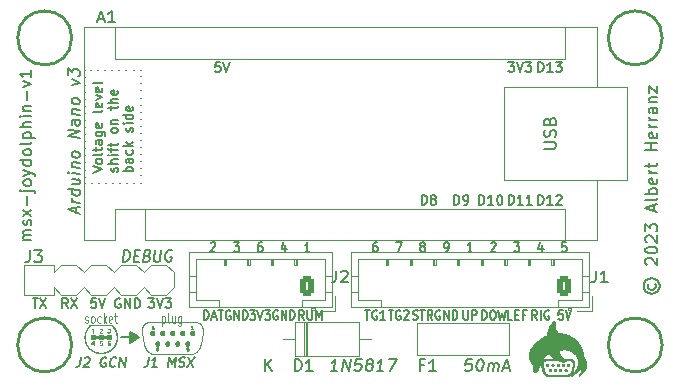
<source format=gto>
G04 #@! TF.GenerationSoftware,KiCad,Pcbnew,7.0.7-7.0.7~ubuntu20.04.1*
G04 #@! TF.CreationDate,2023-10-03T21:57:07+02:00*
G04 #@! TF.ProjectId,msx-joydolphin-v1,6d73782d-6a6f-4796-946f-6c7068696e2d,v1*
G04 #@! TF.SameCoordinates,Original*
G04 #@! TF.FileFunction,Legend,Top*
G04 #@! TF.FilePolarity,Positive*
%FSLAX46Y46*%
G04 Gerber Fmt 4.6, Leading zero omitted, Abs format (unit mm)*
G04 Created by KiCad (PCBNEW 7.0.7-7.0.7~ubuntu20.04.1) date 2023-10-03 21:57:07*
%MOMM*%
%LPD*%
G01*
G04 APERTURE LIST*
G04 Aperture macros list*
%AMRoundRect*
0 Rectangle with rounded corners*
0 $1 Rounding radius*
0 $2 $3 $4 $5 $6 $7 $8 $9 X,Y pos of 4 corners*
0 Add a 4 corners polygon primitive as box body*
4,1,4,$2,$3,$4,$5,$6,$7,$8,$9,$2,$3,0*
0 Add four circle primitives for the rounded corners*
1,1,$1+$1,$2,$3*
1,1,$1+$1,$4,$5*
1,1,$1+$1,$6,$7*
1,1,$1+$1,$8,$9*
0 Add four rect primitives between the rounded corners*
20,1,$1+$1,$2,$3,$4,$5,0*
20,1,$1+$1,$4,$5,$6,$7,0*
20,1,$1+$1,$6,$7,$8,$9,0*
20,1,$1+$1,$8,$9,$2,$3,0*%
G04 Aperture macros list end*
%ADD10C,0.079472*%
%ADD11C,0.013153*%
%ADD12C,0.000000*%
%ADD13C,0.013452*%
%ADD14C,0.120178*%
%ADD15C,0.019068*%
%ADD16C,0.040087*%
%ADD17C,0.079502*%
%ADD18C,0.050843*%
%ADD19C,0.150000*%
%ADD20C,0.013969*%
%ADD21C,0.040102*%
%ADD22C,0.200000*%
%ADD23C,0.100000*%
%ADD24C,0.120000*%
%ADD25C,0.254000*%
%ADD26RoundRect,0.250000X0.350000X0.625000X-0.350000X0.625000X-0.350000X-0.625000X0.350000X-0.625000X0*%
%ADD27O,1.200000X1.750000*%
%ADD28R,2.200000X2.200000*%
%ADD29O,2.200000X2.200000*%
%ADD30R,1.600000X1.600000*%
%ADD31O,1.600000X1.600000*%
%ADD32C,4.064000*%
%ADD33C,2.000000*%
%ADD34R,1.524000X1.524000*%
%ADD35C,1.524000*%
G04 APERTURE END LIST*
D10*
X53037329Y-63662886D02*
X53007857Y-63682781D01*
X53285042Y-66088223D02*
X53317752Y-66114186D01*
X57641360Y-63704267D02*
X57613162Y-63682781D01*
D11*
X87168948Y-66148527D02*
X87052030Y-66220393D01*
X86995511Y-66260548D01*
X86931300Y-66311293D01*
X86861012Y-66373484D01*
X86824092Y-66409140D01*
X86786258Y-66447979D01*
X86747711Y-66490108D01*
X86708652Y-66535635D01*
X86669284Y-66584666D01*
X86629807Y-66637309D01*
X86590423Y-66693671D01*
X86551335Y-66753859D01*
X86512742Y-66817979D01*
X86474848Y-66886140D01*
X86437854Y-66958449D01*
X86401961Y-67035012D01*
X86367371Y-67115936D01*
X86334285Y-67201330D01*
X86302905Y-67291299D01*
X86273433Y-67385952D01*
X86246070Y-67485394D01*
X86221018Y-67589734D01*
X86218219Y-67591338D01*
X86214986Y-67593016D01*
X86210768Y-67594987D01*
X86205741Y-67597035D01*
X86200083Y-67598940D01*
X86197073Y-67599772D01*
X86193972Y-67600486D01*
X86190802Y-67601056D01*
X86187586Y-67601455D01*
X86184344Y-67601655D01*
X86181100Y-67601629D01*
X86177876Y-67601350D01*
X86174694Y-67600790D01*
X86171576Y-67599923D01*
X86168544Y-67598721D01*
X86165621Y-67597157D01*
X86162828Y-67595203D01*
X86160188Y-67592833D01*
X86157723Y-67590020D01*
X86155455Y-67586735D01*
X86153407Y-67582953D01*
X86151600Y-67578645D01*
X86150057Y-67573784D01*
X86148800Y-67568344D01*
X86147850Y-67562296D01*
X86154849Y-67507893D01*
X86180502Y-67361792D01*
X86202508Y-67262374D01*
X86231796Y-67149657D01*
X86269242Y-67026847D01*
X86315717Y-66897153D01*
X86372095Y-66763783D01*
X86404270Y-66696721D01*
X86439249Y-66629944D01*
X86477140Y-66563851D01*
X86518053Y-66498845D01*
X86562096Y-66435325D01*
X86609380Y-66373694D01*
X86660012Y-66314351D01*
X86714102Y-66257698D01*
X86771760Y-66204137D01*
X86833094Y-66154067D01*
X86898214Y-66107890D01*
X86967228Y-66066007D01*
X87040246Y-66028819D01*
X87117378Y-65996727D01*
X87168948Y-66148527D01*
G36*
X87168948Y-66148527D02*
G01*
X87052030Y-66220393D01*
X86995511Y-66260548D01*
X86931300Y-66311293D01*
X86861012Y-66373484D01*
X86824092Y-66409140D01*
X86786258Y-66447979D01*
X86747711Y-66490108D01*
X86708652Y-66535635D01*
X86669284Y-66584666D01*
X86629807Y-66637309D01*
X86590423Y-66693671D01*
X86551335Y-66753859D01*
X86512742Y-66817979D01*
X86474848Y-66886140D01*
X86437854Y-66958449D01*
X86401961Y-67035012D01*
X86367371Y-67115936D01*
X86334285Y-67201330D01*
X86302905Y-67291299D01*
X86273433Y-67385952D01*
X86246070Y-67485394D01*
X86221018Y-67589734D01*
X86218219Y-67591338D01*
X86214986Y-67593016D01*
X86210768Y-67594987D01*
X86205741Y-67597035D01*
X86200083Y-67598940D01*
X86197073Y-67599772D01*
X86193972Y-67600486D01*
X86190802Y-67601056D01*
X86187586Y-67601455D01*
X86184344Y-67601655D01*
X86181100Y-67601629D01*
X86177876Y-67601350D01*
X86174694Y-67600790D01*
X86171576Y-67599923D01*
X86168544Y-67598721D01*
X86165621Y-67597157D01*
X86162828Y-67595203D01*
X86160188Y-67592833D01*
X86157723Y-67590020D01*
X86155455Y-67586735D01*
X86153407Y-67582953D01*
X86151600Y-67578645D01*
X86150057Y-67573784D01*
X86148800Y-67568344D01*
X86147850Y-67562296D01*
X86154849Y-67507893D01*
X86180502Y-67361792D01*
X86202508Y-67262374D01*
X86231796Y-67149657D01*
X86269242Y-67026847D01*
X86315717Y-66897153D01*
X86372095Y-66763783D01*
X86404270Y-66696721D01*
X86439249Y-66629944D01*
X86477140Y-66563851D01*
X86518053Y-66498845D01*
X86562096Y-66435325D01*
X86609380Y-66373694D01*
X86660012Y-66314351D01*
X86714102Y-66257698D01*
X86771760Y-66204137D01*
X86833094Y-66154067D01*
X86898214Y-66107890D01*
X86967228Y-66066007D01*
X87040246Y-66028819D01*
X87117378Y-65996727D01*
X87168948Y-66148527D01*
G37*
D10*
X56855538Y-66298792D02*
X56895434Y-66293524D01*
X52735348Y-64221472D02*
X52735121Y-64261946D01*
X57583689Y-63662886D02*
X57552985Y-63644636D01*
D12*
G36*
X49300662Y-64108619D02*
G01*
X49310283Y-64109179D01*
X49319497Y-64110097D01*
X49328308Y-64111361D01*
X49336725Y-64112959D01*
X49344752Y-64114878D01*
X49352396Y-64117106D01*
X49359663Y-64119631D01*
X49366560Y-64122440D01*
X49373093Y-64125521D01*
X49379268Y-64128862D01*
X49385092Y-64132450D01*
X49390570Y-64136273D01*
X49395709Y-64140320D01*
X49400516Y-64144576D01*
X49404996Y-64149031D01*
X49409156Y-64153672D01*
X49413003Y-64158486D01*
X49416541Y-64163462D01*
X49419778Y-64168586D01*
X49422720Y-64173848D01*
X49425374Y-64179233D01*
X49429839Y-64190328D01*
X49433225Y-64201772D01*
X49435582Y-64213468D01*
X49436959Y-64225316D01*
X49437406Y-64237218D01*
X49437083Y-64248719D01*
X49436672Y-64254189D01*
X49436089Y-64259489D01*
X49435330Y-64264628D01*
X49434390Y-64269618D01*
X49433265Y-64274471D01*
X49431949Y-64279198D01*
X49430440Y-64283810D01*
X49428732Y-64288319D01*
X49426821Y-64292735D01*
X49424702Y-64297070D01*
X49422372Y-64301336D01*
X49419825Y-64305543D01*
X49417057Y-64309703D01*
X49414064Y-64313828D01*
X49410841Y-64317928D01*
X49407384Y-64322015D01*
X49399750Y-64330195D01*
X49391125Y-64338458D01*
X49381476Y-64346895D01*
X49370766Y-64355596D01*
X49358959Y-64364651D01*
X49346020Y-64374152D01*
X49331914Y-64384187D01*
X49322439Y-64390970D01*
X49313672Y-64397474D01*
X49305586Y-64403709D01*
X49298158Y-64409688D01*
X49291360Y-64415418D01*
X49285169Y-64420912D01*
X49279559Y-64426178D01*
X49274504Y-64431228D01*
X49269980Y-64436072D01*
X49265961Y-64440719D01*
X49262422Y-64445180D01*
X49259338Y-64449466D01*
X49256683Y-64453587D01*
X49254432Y-64457552D01*
X49252561Y-64461373D01*
X49251043Y-64465059D01*
X49452937Y-64465059D01*
X49441194Y-64542142D01*
X49140437Y-64542142D01*
X49140437Y-64536271D01*
X49140829Y-64522476D01*
X49142034Y-64508983D01*
X49144088Y-64495761D01*
X49147033Y-64482779D01*
X49150906Y-64470005D01*
X49155748Y-64457409D01*
X49161596Y-64444959D01*
X49168491Y-64432625D01*
X49176471Y-64420375D01*
X49185575Y-64408178D01*
X49195843Y-64396004D01*
X49207313Y-64383821D01*
X49220026Y-64371597D01*
X49234019Y-64359303D01*
X49249332Y-64346906D01*
X49266005Y-64334377D01*
X49286658Y-64319157D01*
X49295588Y-64312378D01*
X49303635Y-64306051D01*
X49310834Y-64300101D01*
X49317221Y-64294453D01*
X49322831Y-64289032D01*
X49327700Y-64283761D01*
X49331863Y-64278566D01*
X49335356Y-64273371D01*
X49338213Y-64268101D01*
X49340472Y-64262679D01*
X49342167Y-64257032D01*
X49343334Y-64251082D01*
X49344008Y-64244755D01*
X49344225Y-64237975D01*
X49344012Y-64231149D01*
X49343746Y-64227890D01*
X49343374Y-64224735D01*
X49342896Y-64221684D01*
X49342312Y-64218737D01*
X49341622Y-64215895D01*
X49340827Y-64213159D01*
X49339927Y-64210529D01*
X49338921Y-64208005D01*
X49337810Y-64205588D01*
X49336594Y-64203279D01*
X49335273Y-64201077D01*
X49333848Y-64198984D01*
X49332317Y-64197000D01*
X49330683Y-64195125D01*
X49328944Y-64193360D01*
X49327101Y-64191705D01*
X49325154Y-64190162D01*
X49323103Y-64188729D01*
X49320948Y-64187409D01*
X49318689Y-64186200D01*
X49316327Y-64185105D01*
X49313862Y-64184122D01*
X49311294Y-64183254D01*
X49308622Y-64182499D01*
X49305848Y-64181860D01*
X49302971Y-64181335D01*
X49299991Y-64180927D01*
X49296908Y-64180634D01*
X49293724Y-64180458D01*
X49290437Y-64180400D01*
X49286574Y-64180475D01*
X49282866Y-64180700D01*
X49279311Y-64181071D01*
X49275904Y-64181586D01*
X49272644Y-64182242D01*
X49269525Y-64183036D01*
X49266546Y-64183966D01*
X49263702Y-64185028D01*
X49260992Y-64186220D01*
X49258410Y-64187539D01*
X49255955Y-64188982D01*
X49253622Y-64190547D01*
X49251409Y-64192231D01*
X49249313Y-64194030D01*
X49247329Y-64195943D01*
X49245456Y-64197966D01*
X49243688Y-64200097D01*
X49242024Y-64202332D01*
X49240460Y-64204670D01*
X49238993Y-64207107D01*
X49237620Y-64209641D01*
X49236336Y-64212268D01*
X49234027Y-64217793D01*
X49232039Y-64223660D01*
X49230348Y-64229846D01*
X49228926Y-64236330D01*
X49227747Y-64243089D01*
X49138543Y-64243089D01*
X49140138Y-64229529D01*
X49142732Y-64216313D01*
X49144406Y-64209857D01*
X49146335Y-64203515D01*
X49148519Y-64197295D01*
X49150960Y-64191207D01*
X49153660Y-64185260D01*
X49156619Y-64179463D01*
X49159841Y-64173825D01*
X49163325Y-64168355D01*
X49167074Y-64163063D01*
X49171090Y-64157958D01*
X49175373Y-64153049D01*
X49179925Y-64148345D01*
X49184748Y-64143855D01*
X49189844Y-64139588D01*
X49195213Y-64135553D01*
X49200858Y-64131761D01*
X49206779Y-64128219D01*
X49212979Y-64124937D01*
X49219459Y-64121924D01*
X49226220Y-64119190D01*
X49233265Y-64116743D01*
X49240593Y-64114592D01*
X49248208Y-64112747D01*
X49256111Y-64111218D01*
X49264302Y-64110012D01*
X49272784Y-64109139D01*
X49281558Y-64108609D01*
X49290626Y-64108430D01*
X49300662Y-64108619D01*
G37*
D13*
X87615600Y-63542029D02*
X87613783Y-63546019D01*
X87503730Y-63692813D01*
X87464026Y-63749706D01*
X87423099Y-63812978D01*
X87382777Y-63881776D01*
X87344886Y-63955252D01*
X87327423Y-63993479D01*
X87311253Y-64032556D01*
X87296604Y-64072377D01*
X87283705Y-64112836D01*
X87272784Y-64153826D01*
X87264069Y-64195242D01*
X87257789Y-64236977D01*
X87254172Y-64278925D01*
X87253446Y-64320980D01*
X87255840Y-64363035D01*
X87261582Y-64404983D01*
X87270901Y-64446720D01*
X87284025Y-64488138D01*
X87301181Y-64529131D01*
X87322600Y-64569593D01*
X87340895Y-64597716D01*
X87348926Y-64591046D01*
X87366283Y-64582613D01*
X87424361Y-64564215D01*
X87510852Y-64545918D01*
X87622473Y-64530299D01*
X87755939Y-64519932D01*
X87907966Y-64517391D01*
X88075268Y-64525252D01*
X88163621Y-64533888D01*
X88254561Y-64546090D01*
X88347678Y-64562180D01*
X88442561Y-64582479D01*
X88538800Y-64607310D01*
X88635984Y-64636995D01*
X88733702Y-64671854D01*
X88831543Y-64712211D01*
X88929099Y-64758387D01*
X89025956Y-64810703D01*
X89121706Y-64869483D01*
X89215938Y-64935047D01*
X89308240Y-65007717D01*
X89398203Y-65087816D01*
X89485416Y-65175665D01*
X89569468Y-65271585D01*
X89461743Y-65311132D01*
X89290383Y-65187652D01*
X89118190Y-65083997D01*
X88945588Y-64999191D01*
X88773002Y-64932257D01*
X88600855Y-64882220D01*
X88429573Y-64848104D01*
X88259578Y-64828931D01*
X88091295Y-64823728D01*
X87925148Y-64831516D01*
X87761561Y-64851321D01*
X87600959Y-64882165D01*
X87443766Y-64923074D01*
X87290405Y-64973072D01*
X87141300Y-65031181D01*
X86996877Y-65096426D01*
X86857559Y-65167831D01*
X86595935Y-65325217D01*
X86359820Y-65495530D01*
X86152609Y-65670961D01*
X85977693Y-65843703D01*
X85838467Y-66005947D01*
X85738323Y-66149884D01*
X85680655Y-66267706D01*
X85668809Y-66314384D01*
X85668855Y-66351605D01*
X85666150Y-66385484D01*
X85666092Y-66418638D01*
X85668513Y-66451044D01*
X85673245Y-66482677D01*
X85680120Y-66513516D01*
X85688971Y-66543538D01*
X85699629Y-66572718D01*
X85711926Y-66601036D01*
X85725695Y-66628467D01*
X85740767Y-66654989D01*
X85756974Y-66680578D01*
X85774149Y-66705213D01*
X85810730Y-66751524D01*
X85849164Y-66793740D01*
X85888110Y-66831676D01*
X85926222Y-66865149D01*
X85962157Y-66893976D01*
X85994572Y-66917974D01*
X86043465Y-66950744D01*
X86062152Y-66961994D01*
X86034081Y-67064538D01*
X86014105Y-67158017D01*
X86001355Y-67242769D01*
X85994965Y-67319132D01*
X85994068Y-67387444D01*
X85997797Y-67448042D01*
X86005286Y-67501266D01*
X86015666Y-67547452D01*
X86028072Y-67586939D01*
X86041637Y-67620064D01*
X86055493Y-67647166D01*
X86068774Y-67668583D01*
X86090142Y-67695711D01*
X86098806Y-67704153D01*
X86093521Y-67710458D01*
X86087337Y-67717293D01*
X86079168Y-67725653D01*
X86069294Y-67734841D01*
X86057999Y-67744161D01*
X86051905Y-67748652D01*
X86045562Y-67752914D01*
X86039003Y-67756860D01*
X86032265Y-67760403D01*
X86025383Y-67763456D01*
X86018391Y-67765931D01*
X86011325Y-67767742D01*
X86004220Y-67768801D01*
X85997111Y-67769021D01*
X85990034Y-67768316D01*
X85983023Y-67766597D01*
X85976115Y-67763778D01*
X85969343Y-67759771D01*
X85962743Y-67754489D01*
X85956351Y-67747846D01*
X85950201Y-67739754D01*
X85944330Y-67730125D01*
X85938771Y-67718874D01*
X85933560Y-67705911D01*
X85928732Y-67691152D01*
X85920103Y-67658742D01*
X85912642Y-67624519D01*
X85906247Y-67588859D01*
X85900814Y-67552142D01*
X85892423Y-67477054D01*
X85886646Y-67402284D01*
X85879630Y-67265824D01*
X85876743Y-67210196D01*
X85873170Y-67167010D01*
X85779303Y-67069544D01*
X85701445Y-66970679D01*
X85638847Y-66870686D01*
X85590759Y-66769836D01*
X85556432Y-66668399D01*
X85535115Y-66566648D01*
X85526060Y-66464853D01*
X85528516Y-66363284D01*
X85541734Y-66262213D01*
X85564965Y-66161911D01*
X85597458Y-66062649D01*
X85638465Y-65964697D01*
X85687235Y-65868327D01*
X85743019Y-65773810D01*
X85805068Y-65681417D01*
X85872631Y-65591418D01*
X85944960Y-65504084D01*
X86021304Y-65419687D01*
X86183040Y-65260787D01*
X86351843Y-65116885D01*
X86521715Y-64990148D01*
X86686661Y-64882744D01*
X86840683Y-64796842D01*
X86977783Y-64734608D01*
X87091966Y-64698211D01*
X87091832Y-64629777D01*
X87094988Y-64562946D01*
X87101212Y-64497768D01*
X87110280Y-64434291D01*
X87121971Y-64372566D01*
X87136060Y-64312639D01*
X87170542Y-64198379D01*
X87211943Y-64091901D01*
X87258479Y-63993597D01*
X87308365Y-63903858D01*
X87359819Y-63823072D01*
X87411056Y-63751632D01*
X87460292Y-63689927D01*
X87505742Y-63638349D01*
X87545624Y-63597287D01*
X87578153Y-63567133D01*
X87601545Y-63548276D01*
X87614017Y-63541108D01*
X87615600Y-63542029D01*
G36*
X87615600Y-63542029D02*
G01*
X87613783Y-63546019D01*
X87503730Y-63692813D01*
X87464026Y-63749706D01*
X87423099Y-63812978D01*
X87382777Y-63881776D01*
X87344886Y-63955252D01*
X87327423Y-63993479D01*
X87311253Y-64032556D01*
X87296604Y-64072377D01*
X87283705Y-64112836D01*
X87272784Y-64153826D01*
X87264069Y-64195242D01*
X87257789Y-64236977D01*
X87254172Y-64278925D01*
X87253446Y-64320980D01*
X87255840Y-64363035D01*
X87261582Y-64404983D01*
X87270901Y-64446720D01*
X87284025Y-64488138D01*
X87301181Y-64529131D01*
X87322600Y-64569593D01*
X87340895Y-64597716D01*
X87348926Y-64591046D01*
X87366283Y-64582613D01*
X87424361Y-64564215D01*
X87510852Y-64545918D01*
X87622473Y-64530299D01*
X87755939Y-64519932D01*
X87907966Y-64517391D01*
X88075268Y-64525252D01*
X88163621Y-64533888D01*
X88254561Y-64546090D01*
X88347678Y-64562180D01*
X88442561Y-64582479D01*
X88538800Y-64607310D01*
X88635984Y-64636995D01*
X88733702Y-64671854D01*
X88831543Y-64712211D01*
X88929099Y-64758387D01*
X89025956Y-64810703D01*
X89121706Y-64869483D01*
X89215938Y-64935047D01*
X89308240Y-65007717D01*
X89398203Y-65087816D01*
X89485416Y-65175665D01*
X89569468Y-65271585D01*
X89461743Y-65311132D01*
X89290383Y-65187652D01*
X89118190Y-65083997D01*
X88945588Y-64999191D01*
X88773002Y-64932257D01*
X88600855Y-64882220D01*
X88429573Y-64848104D01*
X88259578Y-64828931D01*
X88091295Y-64823728D01*
X87925148Y-64831516D01*
X87761561Y-64851321D01*
X87600959Y-64882165D01*
X87443766Y-64923074D01*
X87290405Y-64973072D01*
X87141300Y-65031181D01*
X86996877Y-65096426D01*
X86857559Y-65167831D01*
X86595935Y-65325217D01*
X86359820Y-65495530D01*
X86152609Y-65670961D01*
X85977693Y-65843703D01*
X85838467Y-66005947D01*
X85738323Y-66149884D01*
X85680655Y-66267706D01*
X85668809Y-66314384D01*
X85668855Y-66351605D01*
X85666150Y-66385484D01*
X85666092Y-66418638D01*
X85668513Y-66451044D01*
X85673245Y-66482677D01*
X85680120Y-66513516D01*
X85688971Y-66543538D01*
X85699629Y-66572718D01*
X85711926Y-66601036D01*
X85725695Y-66628467D01*
X85740767Y-66654989D01*
X85756974Y-66680578D01*
X85774149Y-66705213D01*
X85810730Y-66751524D01*
X85849164Y-66793740D01*
X85888110Y-66831676D01*
X85926222Y-66865149D01*
X85962157Y-66893976D01*
X85994572Y-66917974D01*
X86043465Y-66950744D01*
X86062152Y-66961994D01*
X86034081Y-67064538D01*
X86014105Y-67158017D01*
X86001355Y-67242769D01*
X85994965Y-67319132D01*
X85994068Y-67387444D01*
X85997797Y-67448042D01*
X86005286Y-67501266D01*
X86015666Y-67547452D01*
X86028072Y-67586939D01*
X86041637Y-67620064D01*
X86055493Y-67647166D01*
X86068774Y-67668583D01*
X86090142Y-67695711D01*
X86098806Y-67704153D01*
X86093521Y-67710458D01*
X86087337Y-67717293D01*
X86079168Y-67725653D01*
X86069294Y-67734841D01*
X86057999Y-67744161D01*
X86051905Y-67748652D01*
X86045562Y-67752914D01*
X86039003Y-67756860D01*
X86032265Y-67760403D01*
X86025383Y-67763456D01*
X86018391Y-67765931D01*
X86011325Y-67767742D01*
X86004220Y-67768801D01*
X85997111Y-67769021D01*
X85990034Y-67768316D01*
X85983023Y-67766597D01*
X85976115Y-67763778D01*
X85969343Y-67759771D01*
X85962743Y-67754489D01*
X85956351Y-67747846D01*
X85950201Y-67739754D01*
X85944330Y-67730125D01*
X85938771Y-67718874D01*
X85933560Y-67705911D01*
X85928732Y-67691152D01*
X85920103Y-67658742D01*
X85912642Y-67624519D01*
X85906247Y-67588859D01*
X85900814Y-67552142D01*
X85892423Y-67477054D01*
X85886646Y-67402284D01*
X85879630Y-67265824D01*
X85876743Y-67210196D01*
X85873170Y-67167010D01*
X85779303Y-67069544D01*
X85701445Y-66970679D01*
X85638847Y-66870686D01*
X85590759Y-66769836D01*
X85556432Y-66668399D01*
X85535115Y-66566648D01*
X85526060Y-66464853D01*
X85528516Y-66363284D01*
X85541734Y-66262213D01*
X85564965Y-66161911D01*
X85597458Y-66062649D01*
X85638465Y-65964697D01*
X85687235Y-65868327D01*
X85743019Y-65773810D01*
X85805068Y-65681417D01*
X85872631Y-65591418D01*
X85944960Y-65504084D01*
X86021304Y-65419687D01*
X86183040Y-65260787D01*
X86351843Y-65116885D01*
X86521715Y-64990148D01*
X86686661Y-64882744D01*
X86840683Y-64796842D01*
X86977783Y-64734608D01*
X87091966Y-64698211D01*
X87091832Y-64629777D01*
X87094988Y-64562946D01*
X87101212Y-64497768D01*
X87110280Y-64434291D01*
X87121971Y-64372566D01*
X87136060Y-64312639D01*
X87170542Y-64198379D01*
X87211943Y-64091901D01*
X87258479Y-63993597D01*
X87308365Y-63903858D01*
X87359819Y-63823072D01*
X87411056Y-63751632D01*
X87460292Y-63689927D01*
X87505742Y-63638349D01*
X87545624Y-63597287D01*
X87578153Y-63567133D01*
X87601545Y-63548276D01*
X87614017Y-63541108D01*
X87615600Y-63542029D01*
G37*
D10*
X52927242Y-63751804D02*
X52903110Y-63777749D01*
X57418671Y-63589133D02*
X57382425Y-63579896D01*
X53607717Y-66265838D02*
X53646616Y-66276994D01*
X57874238Y-64387009D02*
X57880190Y-64344767D01*
X57883409Y-64181693D02*
X57879273Y-64142661D01*
X56165004Y-64292624D02*
X56173731Y-64293334D01*
X56182331Y-64294503D01*
X56190793Y-64296120D01*
X56199107Y-64298172D01*
X56207261Y-64300650D01*
X56215245Y-64303540D01*
X56223047Y-64306831D01*
X56230658Y-64310513D01*
X56238067Y-64314572D01*
X56245262Y-64318999D01*
X56252233Y-64323780D01*
X56258969Y-64328906D01*
X56265459Y-64334363D01*
X56271692Y-64340140D01*
X56277659Y-64346227D01*
X56283347Y-64352611D01*
X56288747Y-64359281D01*
X56293847Y-64366225D01*
X56298636Y-64373432D01*
X56303104Y-64380890D01*
X56307241Y-64388588D01*
X56311034Y-64396514D01*
X56314474Y-64404656D01*
X56317550Y-64413003D01*
X56320250Y-64421544D01*
X56322565Y-64430266D01*
X56324483Y-64439159D01*
X56325993Y-64448211D01*
X56327086Y-64457409D01*
X56327749Y-64466744D01*
X56327973Y-64476202D01*
X56327749Y-64485657D01*
X56327086Y-64494988D01*
X56325993Y-64504184D01*
X56324483Y-64513232D01*
X56322565Y-64522121D01*
X56320250Y-64530840D01*
X56317550Y-64539376D01*
X56314474Y-64547720D01*
X56311034Y-64555858D01*
X56307241Y-64563780D01*
X56303104Y-64571474D01*
X56298636Y-64578928D01*
X56293847Y-64586131D01*
X56288747Y-64593071D01*
X56283347Y-64599737D01*
X56277659Y-64606118D01*
X56271692Y-64612201D01*
X56265459Y-64617975D01*
X56258969Y-64623428D01*
X56252233Y-64628550D01*
X56245262Y-64633329D01*
X56238067Y-64637752D01*
X56230658Y-64641809D01*
X56223047Y-64645488D01*
X56215245Y-64648777D01*
X56207261Y-64651665D01*
X56199107Y-64654141D01*
X56190793Y-64656192D01*
X56182331Y-64657808D01*
X56173731Y-64658976D01*
X56165004Y-64659685D01*
X56156161Y-64659924D01*
X56147330Y-64659685D01*
X56138615Y-64658976D01*
X56130026Y-64657808D01*
X56121573Y-64656192D01*
X56113268Y-64654141D01*
X56105121Y-64651665D01*
X56097143Y-64648777D01*
X56089345Y-64645488D01*
X56081739Y-64641809D01*
X56074334Y-64637752D01*
X56067141Y-64633329D01*
X56060172Y-64628550D01*
X56053438Y-64623428D01*
X56046948Y-64617975D01*
X56040714Y-64612201D01*
X56034748Y-64606118D01*
X56029058Y-64599737D01*
X56023658Y-64593071D01*
X56018556Y-64586131D01*
X56013765Y-64578928D01*
X56009294Y-64571474D01*
X56005156Y-64563780D01*
X56001360Y-64555858D01*
X55997918Y-64547720D01*
X55994840Y-64539376D01*
X55992137Y-64530840D01*
X55989821Y-64522121D01*
X55987901Y-64513232D01*
X55986389Y-64504184D01*
X55985296Y-64494988D01*
X55984632Y-64485657D01*
X55984408Y-64476202D01*
X55984632Y-64466744D01*
X55985296Y-64457409D01*
X55986389Y-64448211D01*
X55987901Y-64439159D01*
X55989821Y-64430266D01*
X55992137Y-64421544D01*
X55994840Y-64413003D01*
X55997918Y-64404656D01*
X56001360Y-64396514D01*
X56005156Y-64388588D01*
X56009294Y-64380890D01*
X56013765Y-64373432D01*
X56018556Y-64366225D01*
X56023658Y-64359281D01*
X56029058Y-64352611D01*
X56034748Y-64346227D01*
X56040714Y-64340140D01*
X56046948Y-64334363D01*
X56053438Y-64328906D01*
X56060172Y-64323780D01*
X56067141Y-64318999D01*
X56074334Y-64314572D01*
X56081739Y-64310513D01*
X56089345Y-64306831D01*
X56097143Y-64303540D01*
X56105121Y-64300650D01*
X56113268Y-64298172D01*
X56121573Y-64296120D01*
X56130026Y-64294503D01*
X56138615Y-64293334D01*
X56147330Y-64292624D01*
X56156161Y-64292385D01*
X56165004Y-64292624D01*
G36*
X56165004Y-64292624D02*
G01*
X56173731Y-64293334D01*
X56182331Y-64294503D01*
X56190793Y-64296120D01*
X56199107Y-64298172D01*
X56207261Y-64300650D01*
X56215245Y-64303540D01*
X56223047Y-64306831D01*
X56230658Y-64310513D01*
X56238067Y-64314572D01*
X56245262Y-64318999D01*
X56252233Y-64323780D01*
X56258969Y-64328906D01*
X56265459Y-64334363D01*
X56271692Y-64340140D01*
X56277659Y-64346227D01*
X56283347Y-64352611D01*
X56288747Y-64359281D01*
X56293847Y-64366225D01*
X56298636Y-64373432D01*
X56303104Y-64380890D01*
X56307241Y-64388588D01*
X56311034Y-64396514D01*
X56314474Y-64404656D01*
X56317550Y-64413003D01*
X56320250Y-64421544D01*
X56322565Y-64430266D01*
X56324483Y-64439159D01*
X56325993Y-64448211D01*
X56327086Y-64457409D01*
X56327749Y-64466744D01*
X56327973Y-64476202D01*
X56327749Y-64485657D01*
X56327086Y-64494988D01*
X56325993Y-64504184D01*
X56324483Y-64513232D01*
X56322565Y-64522121D01*
X56320250Y-64530840D01*
X56317550Y-64539376D01*
X56314474Y-64547720D01*
X56311034Y-64555858D01*
X56307241Y-64563780D01*
X56303104Y-64571474D01*
X56298636Y-64578928D01*
X56293847Y-64586131D01*
X56288747Y-64593071D01*
X56283347Y-64599737D01*
X56277659Y-64606118D01*
X56271692Y-64612201D01*
X56265459Y-64617975D01*
X56258969Y-64623428D01*
X56252233Y-64628550D01*
X56245262Y-64633329D01*
X56238067Y-64637752D01*
X56230658Y-64641809D01*
X56223047Y-64645488D01*
X56215245Y-64648777D01*
X56207261Y-64651665D01*
X56199107Y-64654141D01*
X56190793Y-64656192D01*
X56182331Y-64657808D01*
X56173731Y-64658976D01*
X56165004Y-64659685D01*
X56156161Y-64659924D01*
X56147330Y-64659685D01*
X56138615Y-64658976D01*
X56130026Y-64657808D01*
X56121573Y-64656192D01*
X56113268Y-64654141D01*
X56105121Y-64651665D01*
X56097143Y-64648777D01*
X56089345Y-64645488D01*
X56081739Y-64641809D01*
X56074334Y-64637752D01*
X56067141Y-64633329D01*
X56060172Y-64628550D01*
X56053438Y-64623428D01*
X56046948Y-64617975D01*
X56040714Y-64612201D01*
X56034748Y-64606118D01*
X56029058Y-64599737D01*
X56023658Y-64593071D01*
X56018556Y-64586131D01*
X56013765Y-64578928D01*
X56009294Y-64571474D01*
X56005156Y-64563780D01*
X56001360Y-64555858D01*
X55997918Y-64547720D01*
X55994840Y-64539376D01*
X55992137Y-64530840D01*
X55989821Y-64522121D01*
X55987901Y-64513232D01*
X55986389Y-64504184D01*
X55985296Y-64494988D01*
X55984632Y-64485657D01*
X55984408Y-64476202D01*
X55984632Y-64466744D01*
X55985296Y-64457409D01*
X55986389Y-64448211D01*
X55987901Y-64439159D01*
X55989821Y-64430266D01*
X55992137Y-64421544D01*
X55994840Y-64413003D01*
X55997918Y-64404656D01*
X56001360Y-64396514D01*
X56005156Y-64388588D01*
X56009294Y-64380890D01*
X56013765Y-64373432D01*
X56018556Y-64366225D01*
X56023658Y-64359281D01*
X56029058Y-64352611D01*
X56034748Y-64346227D01*
X56040714Y-64340140D01*
X56046948Y-64334363D01*
X56053438Y-64328906D01*
X56060172Y-64323780D01*
X56067141Y-64318999D01*
X56074334Y-64314572D01*
X56081739Y-64310513D01*
X56089345Y-64306831D01*
X56097143Y-64303540D01*
X56105121Y-64300650D01*
X56113268Y-64298172D01*
X56121573Y-64296120D01*
X56130026Y-64294503D01*
X56138615Y-64293334D01*
X56147330Y-64292624D01*
X56156161Y-64292385D01*
X56165004Y-64292624D01*
G37*
D12*
G36*
X49981312Y-64108781D02*
G01*
X49990053Y-64109259D01*
X49998480Y-64110045D01*
X50006596Y-64111129D01*
X50014402Y-64112502D01*
X50021899Y-64114155D01*
X50029090Y-64116077D01*
X50035977Y-64118261D01*
X50042561Y-64120695D01*
X50048844Y-64123372D01*
X50054828Y-64126281D01*
X50060515Y-64129413D01*
X50065907Y-64132760D01*
X50071005Y-64136311D01*
X50075811Y-64140057D01*
X50080328Y-64143989D01*
X50084556Y-64148097D01*
X50088499Y-64152372D01*
X50092157Y-64156805D01*
X50095533Y-64161387D01*
X50098628Y-64166107D01*
X50101444Y-64170958D01*
X50103984Y-64175928D01*
X50106248Y-64181009D01*
X50108239Y-64186192D01*
X50109959Y-64191467D01*
X50112591Y-64202256D01*
X50114160Y-64213301D01*
X50114679Y-64224528D01*
X50114593Y-64229245D01*
X50114340Y-64233809D01*
X50113925Y-64238222D01*
X50113356Y-64242487D01*
X50112639Y-64246606D01*
X50111781Y-64250581D01*
X50110789Y-64254415D01*
X50109669Y-64258110D01*
X50108428Y-64261669D01*
X50107072Y-64265094D01*
X50104042Y-64271550D01*
X50100634Y-64277498D01*
X50096900Y-64282956D01*
X50092892Y-64287944D01*
X50088665Y-64292481D01*
X50084271Y-64296584D01*
X50079762Y-64300274D01*
X50075193Y-64303569D01*
X50070616Y-64306487D01*
X50066083Y-64309048D01*
X50061649Y-64311271D01*
X50061649Y-64313165D01*
X50067015Y-64315179D01*
X50072621Y-64317621D01*
X50078384Y-64320526D01*
X50084225Y-64323925D01*
X50090063Y-64327852D01*
X50095816Y-64332341D01*
X50098636Y-64334806D01*
X50101405Y-64337425D01*
X50104112Y-64340200D01*
X50106748Y-64343136D01*
X50109302Y-64346238D01*
X50111765Y-64349509D01*
X50114126Y-64352955D01*
X50116375Y-64356577D01*
X50118502Y-64360382D01*
X50120497Y-64364373D01*
X50122350Y-64368555D01*
X50124051Y-64372930D01*
X50125589Y-64377505D01*
X50126955Y-64382282D01*
X50128139Y-64387266D01*
X50129130Y-64392462D01*
X50129918Y-64397872D01*
X50130494Y-64403502D01*
X50130847Y-64409356D01*
X50130967Y-64415437D01*
X50130522Y-64427093D01*
X50129141Y-64438896D01*
X50126753Y-64450721D01*
X50125159Y-64456604D01*
X50123287Y-64462446D01*
X50121128Y-64468231D01*
X50118673Y-64473945D01*
X50115913Y-64479571D01*
X50112839Y-64485094D01*
X50109443Y-64490499D01*
X50105716Y-64495770D01*
X50101648Y-64500892D01*
X50097231Y-64505849D01*
X50092456Y-64510626D01*
X50087315Y-64515207D01*
X50081798Y-64519577D01*
X50075896Y-64523719D01*
X50069602Y-64527620D01*
X50062905Y-64531262D01*
X50055797Y-64534632D01*
X50048270Y-64537712D01*
X50040314Y-64540488D01*
X50031920Y-64542944D01*
X50023080Y-64545065D01*
X50013785Y-64546835D01*
X50004026Y-64548239D01*
X49993794Y-64549260D01*
X49983080Y-64549885D01*
X49971876Y-64550097D01*
X49961354Y-64549898D01*
X49951269Y-64549313D01*
X49941613Y-64548355D01*
X49932379Y-64547041D01*
X49923558Y-64545384D01*
X49915144Y-64543399D01*
X49907130Y-64541101D01*
X49899507Y-64538505D01*
X49892268Y-64535626D01*
X49885406Y-64532478D01*
X49878913Y-64529077D01*
X49872783Y-64525437D01*
X49867006Y-64521573D01*
X49861577Y-64517500D01*
X49856487Y-64513232D01*
X49851729Y-64508785D01*
X49847296Y-64504173D01*
X49843180Y-64499411D01*
X49839373Y-64494514D01*
X49835869Y-64489496D01*
X49829738Y-64479159D01*
X49824726Y-64468518D01*
X49820773Y-64457692D01*
X49817821Y-64446799D01*
X49815810Y-64435957D01*
X49814679Y-64425286D01*
X49904641Y-64425286D01*
X49905911Y-64430697D01*
X49907527Y-64435971D01*
X49909505Y-64441080D01*
X49910634Y-64443564D01*
X49911859Y-64445995D01*
X49913180Y-64448370D01*
X49914601Y-64450685D01*
X49916123Y-64452937D01*
X49917748Y-64455122D01*
X49919477Y-64457236D01*
X49921312Y-64459276D01*
X49923256Y-64461238D01*
X49925309Y-64463117D01*
X49927473Y-64464912D01*
X49929751Y-64466617D01*
X49932144Y-64468229D01*
X49934654Y-64469745D01*
X49937282Y-64471161D01*
X49940031Y-64472473D01*
X49942902Y-64473678D01*
X49945896Y-64474771D01*
X49949017Y-64475749D01*
X49952265Y-64476609D01*
X49955642Y-64477347D01*
X49959150Y-64477959D01*
X49962791Y-64478441D01*
X49966566Y-64478790D01*
X49970478Y-64479002D01*
X49974527Y-64479074D01*
X49978577Y-64478994D01*
X49982487Y-64478758D01*
X49986259Y-64478369D01*
X49989893Y-64477829D01*
X49993391Y-64477141D01*
X49996751Y-64476310D01*
X49999977Y-64475337D01*
X50003067Y-64474226D01*
X50006023Y-64472981D01*
X50008845Y-64471604D01*
X50011534Y-64470098D01*
X50014091Y-64468467D01*
X50016517Y-64466713D01*
X50018812Y-64464841D01*
X50020977Y-64462852D01*
X50023012Y-64460750D01*
X50024919Y-64458538D01*
X50026697Y-64456220D01*
X50028349Y-64453798D01*
X50029873Y-64451275D01*
X50031272Y-64448655D01*
X50032545Y-64445941D01*
X50033694Y-64443135D01*
X50034719Y-64440242D01*
X50035621Y-64437264D01*
X50036400Y-64434204D01*
X50037058Y-64431065D01*
X50037594Y-64427851D01*
X50038306Y-64421208D01*
X50038543Y-64414301D01*
X50038299Y-64407097D01*
X50037992Y-64403633D01*
X50037559Y-64400264D01*
X50037000Y-64396992D01*
X50036313Y-64393817D01*
X50035496Y-64390742D01*
X50034548Y-64387768D01*
X50033467Y-64384897D01*
X50032252Y-64382130D01*
X50030901Y-64379468D01*
X50029414Y-64376914D01*
X50027788Y-64374469D01*
X50026022Y-64372135D01*
X50024115Y-64369913D01*
X50022065Y-64367805D01*
X50019871Y-64365812D01*
X50017531Y-64363936D01*
X50015044Y-64362179D01*
X50012408Y-64360542D01*
X50009623Y-64359027D01*
X50006685Y-64357635D01*
X50003595Y-64356368D01*
X50000350Y-64355228D01*
X49996949Y-64354216D01*
X49993391Y-64353334D01*
X49989674Y-64352583D01*
X49985797Y-64351965D01*
X49981758Y-64351481D01*
X49977556Y-64351134D01*
X49973189Y-64350924D01*
X49968656Y-64350854D01*
X49929830Y-64350854D01*
X49929830Y-64279642D01*
X49964110Y-64279642D01*
X49971707Y-64279474D01*
X49978737Y-64278962D01*
X49985212Y-64278096D01*
X49991141Y-64276866D01*
X49993904Y-64276111D01*
X49996534Y-64275261D01*
X49999034Y-64274314D01*
X50001404Y-64273270D01*
X50003646Y-64272127D01*
X50005760Y-64270883D01*
X50007748Y-64269537D01*
X50009612Y-64268089D01*
X50011353Y-64266536D01*
X50012972Y-64264878D01*
X50014471Y-64263113D01*
X50015850Y-64261239D01*
X50017111Y-64259256D01*
X50018256Y-64257162D01*
X50019285Y-64254955D01*
X50020201Y-64252636D01*
X50021003Y-64250201D01*
X50021695Y-64247650D01*
X50022276Y-64244982D01*
X50022749Y-64242194D01*
X50023374Y-64236258D01*
X50023580Y-64229831D01*
X50023529Y-64227124D01*
X50023375Y-64224472D01*
X50023119Y-64221877D01*
X50022759Y-64219341D01*
X50022296Y-64216867D01*
X50021729Y-64214456D01*
X50021057Y-64212111D01*
X50020281Y-64209833D01*
X50019399Y-64207624D01*
X50018412Y-64205486D01*
X50017319Y-64203422D01*
X50016119Y-64201433D01*
X50014813Y-64199522D01*
X50013400Y-64197690D01*
X50011880Y-64195940D01*
X50010252Y-64194273D01*
X50008515Y-64192691D01*
X50006670Y-64191197D01*
X50004716Y-64189792D01*
X50002653Y-64188479D01*
X50000479Y-64187259D01*
X49998196Y-64186135D01*
X49995802Y-64185109D01*
X49993298Y-64184181D01*
X49990682Y-64183356D01*
X49987955Y-64182634D01*
X49985115Y-64182017D01*
X49982163Y-64181509D01*
X49979098Y-64181109D01*
X49975921Y-64180821D01*
X49972629Y-64180647D01*
X49969224Y-64180589D01*
X49965254Y-64180660D01*
X49961472Y-64180870D01*
X49957872Y-64181215D01*
X49954452Y-64181687D01*
X49951204Y-64182283D01*
X49948125Y-64182997D01*
X49945209Y-64183824D01*
X49942451Y-64184759D01*
X49939847Y-64185795D01*
X49937392Y-64186929D01*
X49935080Y-64188155D01*
X49932906Y-64189468D01*
X49930866Y-64190862D01*
X49928955Y-64192332D01*
X49927167Y-64193873D01*
X49925498Y-64195480D01*
X49923942Y-64197147D01*
X49922496Y-64198870D01*
X49919910Y-64202460D01*
X49917699Y-64206208D01*
X49915824Y-64210072D01*
X49914245Y-64214011D01*
X49912923Y-64217982D01*
X49911818Y-64221944D01*
X49910891Y-64225854D01*
X49822823Y-64225854D01*
X49822823Y-64225665D01*
X49824295Y-64215705D01*
X49826548Y-64205573D01*
X49829640Y-64195382D01*
X49833627Y-64185244D01*
X49835975Y-64180230D01*
X49838568Y-64175271D01*
X49841414Y-64170382D01*
X49844519Y-64165576D01*
X49847892Y-64160868D01*
X49851539Y-64156271D01*
X49855467Y-64151800D01*
X49859684Y-64147469D01*
X49864196Y-64143291D01*
X49869012Y-64139281D01*
X49874137Y-64135453D01*
X49879580Y-64131820D01*
X49885347Y-64128398D01*
X49891446Y-64125199D01*
X49897884Y-64122239D01*
X49904668Y-64119530D01*
X49911805Y-64117088D01*
X49919302Y-64114925D01*
X49927167Y-64113057D01*
X49935406Y-64111497D01*
X49944028Y-64110259D01*
X49953038Y-64109357D01*
X49962445Y-64108806D01*
X49972255Y-64108619D01*
X49981312Y-64108781D01*
G37*
G36*
X48720740Y-65423581D02*
G01*
X48772444Y-65423581D01*
X48763353Y-65498581D01*
X48720740Y-65498581D01*
X48720740Y-65594414D01*
X48634755Y-65594414D01*
X48634755Y-65498581D01*
X48442520Y-65498581D01*
X48442520Y-65423581D01*
X48524149Y-65423581D01*
X48634755Y-65423581D01*
X48634755Y-65347824D01*
X48634784Y-65316778D01*
X48634992Y-65291361D01*
X48635554Y-65269601D01*
X48636024Y-65259477D01*
X48636649Y-65249528D01*
X48633047Y-65256718D01*
X48628614Y-65264868D01*
X48617579Y-65283649D01*
X48604183Y-65305066D01*
X48589064Y-65328316D01*
X48572862Y-65352596D01*
X48556216Y-65377103D01*
X48524149Y-65423581D01*
X48442520Y-65423581D01*
X48442520Y-65417710D01*
X48619793Y-65168657D01*
X48720740Y-65168657D01*
X48720740Y-65423581D01*
G37*
D14*
X88961646Y-66678979D02*
X88985086Y-66680871D01*
X89008044Y-66683983D01*
X89030490Y-66688280D01*
X89052397Y-66693729D01*
X89073734Y-66700295D01*
X89094475Y-66707945D01*
X89114589Y-66716643D01*
X89134048Y-66726357D01*
X89152824Y-66737052D01*
X89170887Y-66748693D01*
X89188210Y-66761247D01*
X89204763Y-66774679D01*
X89220518Y-66788955D01*
X89235445Y-66804042D01*
X89249517Y-66819905D01*
X89262704Y-66836510D01*
X89274978Y-66853823D01*
X89286311Y-66871809D01*
X89296672Y-66890435D01*
X89306035Y-66909667D01*
X89314369Y-66929470D01*
X89321647Y-66949810D01*
X89327839Y-66970653D01*
X89332917Y-66991965D01*
X89336852Y-67013712D01*
X89339616Y-67035860D01*
X89341179Y-67058374D01*
X89341514Y-67081221D01*
X89340590Y-67104366D01*
X89338381Y-67127775D01*
X89334856Y-67151415D01*
X89240423Y-67685023D01*
X89235661Y-67708602D01*
X89229805Y-67731838D01*
X89222885Y-67754705D01*
X89214933Y-67777175D01*
X89205981Y-67799222D01*
X89196060Y-67820820D01*
X89185201Y-67841942D01*
X89173437Y-67862562D01*
X89160799Y-67882653D01*
X89147318Y-67902187D01*
X89133025Y-67921140D01*
X89117953Y-67939483D01*
X89085597Y-67974237D01*
X89050500Y-68006236D01*
X89012916Y-68035267D01*
X88973097Y-68061117D01*
X88952428Y-68072783D01*
X88931294Y-68083575D01*
X88909728Y-68093464D01*
X88887761Y-68102426D01*
X88865424Y-68110433D01*
X88842749Y-68117459D01*
X88819768Y-68123476D01*
X88796511Y-68128460D01*
X88773011Y-68132382D01*
X88749299Y-68135216D01*
X88725407Y-68136936D01*
X88701366Y-68137516D01*
X87170458Y-68137516D01*
X87146414Y-68136936D01*
X87122517Y-68135216D01*
X87098798Y-68132382D01*
X87075291Y-68128460D01*
X87052025Y-68123477D01*
X87029033Y-68117460D01*
X87006347Y-68110434D01*
X86983998Y-68102428D01*
X86962018Y-68093467D01*
X86940438Y-68083577D01*
X86919291Y-68072786D01*
X86898607Y-68061121D01*
X86878419Y-68048607D01*
X86858758Y-68035271D01*
X86839655Y-68021140D01*
X86821144Y-68006240D01*
X86803254Y-67990599D01*
X86786018Y-67974242D01*
X86769468Y-67957196D01*
X86753635Y-67939489D01*
X86738550Y-67921145D01*
X86724247Y-67902193D01*
X86710755Y-67882658D01*
X86698107Y-67862567D01*
X86686334Y-67841948D01*
X86675469Y-67820825D01*
X86665542Y-67799226D01*
X86656586Y-67777178D01*
X86648632Y-67754707D01*
X86641712Y-67731840D01*
X86635857Y-67708603D01*
X86631099Y-67685023D01*
X86536968Y-67151415D01*
X86533443Y-67127774D01*
X86531231Y-67104364D01*
X86530305Y-67081218D01*
X86530585Y-67061789D01*
X86649762Y-67061789D01*
X86649857Y-67078497D01*
X86650804Y-67095534D01*
X86652618Y-67112885D01*
X86655313Y-67130530D01*
X86749443Y-67664139D01*
X86753057Y-67681844D01*
X86757585Y-67699370D01*
X86763000Y-67716692D01*
X86769270Y-67733785D01*
X86776365Y-67750624D01*
X86784257Y-67767184D01*
X86792914Y-67783439D01*
X86802307Y-67799365D01*
X86823180Y-67830127D01*
X86846635Y-67859270D01*
X86872434Y-67886591D01*
X86900335Y-67911890D01*
X86930100Y-67934966D01*
X86961487Y-67955618D01*
X86994258Y-67973644D01*
X87028171Y-67988844D01*
X87045482Y-67995321D01*
X87062988Y-68001016D01*
X87080660Y-68005903D01*
X87098468Y-68009959D01*
X87116382Y-68013157D01*
X87134372Y-68015472D01*
X87152407Y-68016880D01*
X87170458Y-68017355D01*
X88701366Y-68017355D01*
X88719413Y-68016880D01*
X88737443Y-68015472D01*
X88755426Y-68013157D01*
X88773331Y-68009959D01*
X88791130Y-68005904D01*
X88808792Y-68001017D01*
X88826287Y-67995322D01*
X88843585Y-67988845D01*
X88860657Y-67981612D01*
X88877473Y-67973646D01*
X88894002Y-67964974D01*
X88910215Y-67955621D01*
X88926082Y-67945611D01*
X88941574Y-67934970D01*
X88956659Y-67923723D01*
X88971309Y-67911895D01*
X88985494Y-67899511D01*
X88999182Y-67886596D01*
X89012346Y-67873176D01*
X89024955Y-67859275D01*
X89036978Y-67844919D01*
X89048387Y-67830133D01*
X89059151Y-67814942D01*
X89069240Y-67799371D01*
X89078624Y-67783444D01*
X89087274Y-67767189D01*
X89095160Y-67750629D01*
X89102252Y-67733789D01*
X89108519Y-67716695D01*
X89113933Y-67699372D01*
X89118463Y-67681845D01*
X89122079Y-67664139D01*
X89216512Y-67130530D01*
X89219206Y-67112883D01*
X89221018Y-67095532D01*
X89221963Y-67078493D01*
X89222054Y-67061785D01*
X89221307Y-67045424D01*
X89219736Y-67029429D01*
X89217356Y-67013815D01*
X89214182Y-66998601D01*
X89210228Y-66983804D01*
X89205508Y-66969442D01*
X89200038Y-66955531D01*
X89193833Y-66942089D01*
X89186906Y-66929134D01*
X89179272Y-66916683D01*
X89170947Y-66904752D01*
X89161944Y-66893361D01*
X89152279Y-66882525D01*
X89141966Y-66872262D01*
X89131019Y-66862590D01*
X89119454Y-66853526D01*
X89107285Y-66845088D01*
X89094527Y-66837292D01*
X89081194Y-66830156D01*
X89067300Y-66823698D01*
X89052862Y-66817934D01*
X89037893Y-66812882D01*
X89022407Y-66808561D01*
X89006421Y-66804985D01*
X88989947Y-66802175D01*
X88973001Y-66800145D01*
X88955598Y-66798915D01*
X88937752Y-66798501D01*
X86933770Y-66798501D01*
X86915932Y-66798915D01*
X86898539Y-66800146D01*
X86881603Y-66802175D01*
X86865140Y-66804986D01*
X86849164Y-66808561D01*
X86833690Y-66812884D01*
X86818733Y-66817936D01*
X86804306Y-66823700D01*
X86790426Y-66830158D01*
X86777105Y-66837295D01*
X86764359Y-66845091D01*
X86752203Y-66853530D01*
X86740650Y-66862594D01*
X86729717Y-66872267D01*
X86719416Y-66882530D01*
X86709763Y-66893366D01*
X86700772Y-66904758D01*
X86692459Y-66916688D01*
X86684837Y-66929140D01*
X86677921Y-66942095D01*
X86671725Y-66955537D01*
X86666265Y-66969448D01*
X86661555Y-66983810D01*
X86657609Y-66998607D01*
X86654442Y-67013821D01*
X86652069Y-67029434D01*
X86650504Y-67045429D01*
X86649762Y-67061789D01*
X86530585Y-67061789D01*
X86530635Y-67058370D01*
X86532192Y-67035855D01*
X86534949Y-67013707D01*
X86538877Y-66991959D01*
X86543947Y-66970647D01*
X86550130Y-66949804D01*
X86557398Y-66929463D01*
X86565722Y-66909660D01*
X86575073Y-66890429D01*
X86585423Y-66871803D01*
X86596743Y-66853817D01*
X86609005Y-66836504D01*
X86622180Y-66819900D01*
X86636239Y-66804037D01*
X86651154Y-66788951D01*
X86666896Y-66774675D01*
X86683436Y-66761243D01*
X86700746Y-66748689D01*
X86718797Y-66737049D01*
X86737561Y-66726355D01*
X86757008Y-66716641D01*
X86777111Y-66707943D01*
X86797840Y-66700294D01*
X86819167Y-66693728D01*
X86841063Y-66688279D01*
X86863501Y-66683982D01*
X86886450Y-66680871D01*
X86909882Y-66678979D01*
X86933770Y-66678340D01*
X88937752Y-66678340D01*
X88961646Y-66678979D01*
G36*
X88961646Y-66678979D02*
G01*
X88985086Y-66680871D01*
X89008044Y-66683983D01*
X89030490Y-66688280D01*
X89052397Y-66693729D01*
X89073734Y-66700295D01*
X89094475Y-66707945D01*
X89114589Y-66716643D01*
X89134048Y-66726357D01*
X89152824Y-66737052D01*
X89170887Y-66748693D01*
X89188210Y-66761247D01*
X89204763Y-66774679D01*
X89220518Y-66788955D01*
X89235445Y-66804042D01*
X89249517Y-66819905D01*
X89262704Y-66836510D01*
X89274978Y-66853823D01*
X89286311Y-66871809D01*
X89296672Y-66890435D01*
X89306035Y-66909667D01*
X89314369Y-66929470D01*
X89321647Y-66949810D01*
X89327839Y-66970653D01*
X89332917Y-66991965D01*
X89336852Y-67013712D01*
X89339616Y-67035860D01*
X89341179Y-67058374D01*
X89341514Y-67081221D01*
X89340590Y-67104366D01*
X89338381Y-67127775D01*
X89334856Y-67151415D01*
X89240423Y-67685023D01*
X89235661Y-67708602D01*
X89229805Y-67731838D01*
X89222885Y-67754705D01*
X89214933Y-67777175D01*
X89205981Y-67799222D01*
X89196060Y-67820820D01*
X89185201Y-67841942D01*
X89173437Y-67862562D01*
X89160799Y-67882653D01*
X89147318Y-67902187D01*
X89133025Y-67921140D01*
X89117953Y-67939483D01*
X89085597Y-67974237D01*
X89050500Y-68006236D01*
X89012916Y-68035267D01*
X88973097Y-68061117D01*
X88952428Y-68072783D01*
X88931294Y-68083575D01*
X88909728Y-68093464D01*
X88887761Y-68102426D01*
X88865424Y-68110433D01*
X88842749Y-68117459D01*
X88819768Y-68123476D01*
X88796511Y-68128460D01*
X88773011Y-68132382D01*
X88749299Y-68135216D01*
X88725407Y-68136936D01*
X88701366Y-68137516D01*
X87170458Y-68137516D01*
X87146414Y-68136936D01*
X87122517Y-68135216D01*
X87098798Y-68132382D01*
X87075291Y-68128460D01*
X87052025Y-68123477D01*
X87029033Y-68117460D01*
X87006347Y-68110434D01*
X86983998Y-68102428D01*
X86962018Y-68093467D01*
X86940438Y-68083577D01*
X86919291Y-68072786D01*
X86898607Y-68061121D01*
X86878419Y-68048607D01*
X86858758Y-68035271D01*
X86839655Y-68021140D01*
X86821144Y-68006240D01*
X86803254Y-67990599D01*
X86786018Y-67974242D01*
X86769468Y-67957196D01*
X86753635Y-67939489D01*
X86738550Y-67921145D01*
X86724247Y-67902193D01*
X86710755Y-67882658D01*
X86698107Y-67862567D01*
X86686334Y-67841948D01*
X86675469Y-67820825D01*
X86665542Y-67799226D01*
X86656586Y-67777178D01*
X86648632Y-67754707D01*
X86641712Y-67731840D01*
X86635857Y-67708603D01*
X86631099Y-67685023D01*
X86536968Y-67151415D01*
X86533443Y-67127774D01*
X86531231Y-67104364D01*
X86530305Y-67081218D01*
X86530585Y-67061789D01*
X86649762Y-67061789D01*
X86649857Y-67078497D01*
X86650804Y-67095534D01*
X86652618Y-67112885D01*
X86655313Y-67130530D01*
X86749443Y-67664139D01*
X86753057Y-67681844D01*
X86757585Y-67699370D01*
X86763000Y-67716692D01*
X86769270Y-67733785D01*
X86776365Y-67750624D01*
X86784257Y-67767184D01*
X86792914Y-67783439D01*
X86802307Y-67799365D01*
X86823180Y-67830127D01*
X86846635Y-67859270D01*
X86872434Y-67886591D01*
X86900335Y-67911890D01*
X86930100Y-67934966D01*
X86961487Y-67955618D01*
X86994258Y-67973644D01*
X87028171Y-67988844D01*
X87045482Y-67995321D01*
X87062988Y-68001016D01*
X87080660Y-68005903D01*
X87098468Y-68009959D01*
X87116382Y-68013157D01*
X87134372Y-68015472D01*
X87152407Y-68016880D01*
X87170458Y-68017355D01*
X88701366Y-68017355D01*
X88719413Y-68016880D01*
X88737443Y-68015472D01*
X88755426Y-68013157D01*
X88773331Y-68009959D01*
X88791130Y-68005904D01*
X88808792Y-68001017D01*
X88826287Y-67995322D01*
X88843585Y-67988845D01*
X88860657Y-67981612D01*
X88877473Y-67973646D01*
X88894002Y-67964974D01*
X88910215Y-67955621D01*
X88926082Y-67945611D01*
X88941574Y-67934970D01*
X88956659Y-67923723D01*
X88971309Y-67911895D01*
X88985494Y-67899511D01*
X88999182Y-67886596D01*
X89012346Y-67873176D01*
X89024955Y-67859275D01*
X89036978Y-67844919D01*
X89048387Y-67830133D01*
X89059151Y-67814942D01*
X89069240Y-67799371D01*
X89078624Y-67783444D01*
X89087274Y-67767189D01*
X89095160Y-67750629D01*
X89102252Y-67733789D01*
X89108519Y-67716695D01*
X89113933Y-67699372D01*
X89118463Y-67681845D01*
X89122079Y-67664139D01*
X89216512Y-67130530D01*
X89219206Y-67112883D01*
X89221018Y-67095532D01*
X89221963Y-67078493D01*
X89222054Y-67061785D01*
X89221307Y-67045424D01*
X89219736Y-67029429D01*
X89217356Y-67013815D01*
X89214182Y-66998601D01*
X89210228Y-66983804D01*
X89205508Y-66969442D01*
X89200038Y-66955531D01*
X89193833Y-66942089D01*
X89186906Y-66929134D01*
X89179272Y-66916683D01*
X89170947Y-66904752D01*
X89161944Y-66893361D01*
X89152279Y-66882525D01*
X89141966Y-66872262D01*
X89131019Y-66862590D01*
X89119454Y-66853526D01*
X89107285Y-66845088D01*
X89094527Y-66837292D01*
X89081194Y-66830156D01*
X89067300Y-66823698D01*
X89052862Y-66817934D01*
X89037893Y-66812882D01*
X89022407Y-66808561D01*
X89006421Y-66804985D01*
X88989947Y-66802175D01*
X88973001Y-66800145D01*
X88955598Y-66798915D01*
X88937752Y-66798501D01*
X86933770Y-66798501D01*
X86915932Y-66798915D01*
X86898539Y-66800146D01*
X86881603Y-66802175D01*
X86865140Y-66804986D01*
X86849164Y-66808561D01*
X86833690Y-66812884D01*
X86818733Y-66817936D01*
X86804306Y-66823700D01*
X86790426Y-66830158D01*
X86777105Y-66837295D01*
X86764359Y-66845091D01*
X86752203Y-66853530D01*
X86740650Y-66862594D01*
X86729717Y-66872267D01*
X86719416Y-66882530D01*
X86709763Y-66893366D01*
X86700772Y-66904758D01*
X86692459Y-66916688D01*
X86684837Y-66929140D01*
X86677921Y-66942095D01*
X86671725Y-66955537D01*
X86666265Y-66969448D01*
X86661555Y-66983810D01*
X86657609Y-66998607D01*
X86654442Y-67013821D01*
X86652069Y-67029434D01*
X86650504Y-67045429D01*
X86649762Y-67061789D01*
X86530585Y-67061789D01*
X86530635Y-67058370D01*
X86532192Y-67035855D01*
X86534949Y-67013707D01*
X86538877Y-66991959D01*
X86543947Y-66970647D01*
X86550130Y-66949804D01*
X86557398Y-66929463D01*
X86565722Y-66909660D01*
X86575073Y-66890429D01*
X86585423Y-66871803D01*
X86596743Y-66853817D01*
X86609005Y-66836504D01*
X86622180Y-66819900D01*
X86636239Y-66804037D01*
X86651154Y-66788951D01*
X86666896Y-66774675D01*
X86683436Y-66761243D01*
X86700746Y-66748689D01*
X86718797Y-66737049D01*
X86737561Y-66726355D01*
X86757008Y-66716641D01*
X86777111Y-66707943D01*
X86797840Y-66700294D01*
X86819167Y-66693728D01*
X86841063Y-66688279D01*
X86863501Y-66683982D01*
X86886450Y-66680871D01*
X86909882Y-66678979D01*
X86933770Y-66678340D01*
X88937752Y-66678340D01*
X88961646Y-66678979D01*
G37*
D10*
X56815425Y-66301992D02*
X56855538Y-66298792D01*
X52740762Y-64344767D02*
X52746713Y-64387009D01*
X57599272Y-65761379D02*
X57617946Y-65723138D01*
X52979657Y-63704267D02*
X52952772Y-63727293D01*
X53646616Y-66276994D02*
X53685907Y-66286241D01*
X53086866Y-65870782D02*
X53111465Y-65905300D01*
X52735121Y-64261946D02*
X52736912Y-64303062D01*
X53193040Y-66002260D02*
X53222627Y-66032207D01*
X57831018Y-63960566D02*
X57816142Y-63927128D01*
X52935274Y-65521007D02*
X52945207Y-65562713D01*
D12*
G36*
X48579073Y-64542142D02*
G01*
X48578884Y-64541953D01*
X48579073Y-64541953D01*
X48579073Y-64542142D01*
G37*
D10*
X52903110Y-63777749D02*
X52880415Y-63805075D01*
X53765435Y-66298792D02*
X53805552Y-66301992D01*
D13*
X90023941Y-66264533D02*
X90023088Y-66268861D01*
X90023178Y-66282477D01*
X90025585Y-66302131D01*
X90030212Y-66327136D01*
X90036966Y-66356803D01*
X90045752Y-66390444D01*
X90056474Y-66427371D01*
X90069039Y-66466896D01*
X90083350Y-66508332D01*
X90099314Y-66550989D01*
X90116836Y-66594181D01*
X90135820Y-66637218D01*
X90156171Y-66679413D01*
X90177796Y-66720078D01*
X90200598Y-66758524D01*
X90224484Y-66794064D01*
X90248591Y-66831128D01*
X90268679Y-66869507D01*
X90284955Y-66909009D01*
X90297630Y-66949445D01*
X90306912Y-66990623D01*
X90313010Y-67032354D01*
X90316132Y-67074447D01*
X90316489Y-67116712D01*
X90314289Y-67158957D01*
X90309741Y-67200993D01*
X90294436Y-67283675D01*
X90272246Y-67363232D01*
X90244843Y-67438142D01*
X90213898Y-67506881D01*
X90181083Y-67567923D01*
X90148070Y-67619747D01*
X90116531Y-67660828D01*
X90088136Y-67689641D01*
X90075641Y-67698971D01*
X90064559Y-67704664D01*
X90055099Y-67706527D01*
X90047470Y-67704371D01*
X90041881Y-67698006D01*
X90038540Y-67687240D01*
X90094311Y-67577123D01*
X90139169Y-67475265D01*
X90174123Y-67381506D01*
X90200184Y-67295686D01*
X90218359Y-67217648D01*
X90229659Y-67147231D01*
X90235093Y-67084276D01*
X90235669Y-67028625D01*
X90232398Y-66980117D01*
X90226289Y-66938593D01*
X90218350Y-66903895D01*
X90209592Y-66875863D01*
X90193652Y-66839159D01*
X90186545Y-66827207D01*
X90149618Y-66809668D01*
X90116436Y-66791044D01*
X90086829Y-66771444D01*
X90060629Y-66750975D01*
X90037666Y-66729745D01*
X90017774Y-66707861D01*
X90000781Y-66685431D01*
X89986521Y-66662563D01*
X89974825Y-66639364D01*
X89965523Y-66615941D01*
X89958447Y-66592403D01*
X89953429Y-66568857D01*
X89950300Y-66545410D01*
X89948891Y-66522171D01*
X89949033Y-66499246D01*
X89950558Y-66476744D01*
X89957083Y-66433437D01*
X89967115Y-66393112D01*
X89979305Y-66356629D01*
X89992305Y-66324848D01*
X90004764Y-66298631D01*
X90015334Y-66278839D01*
X90025409Y-66261972D01*
X90023941Y-66264533D01*
G36*
X90023941Y-66264533D02*
G01*
X90023088Y-66268861D01*
X90023178Y-66282477D01*
X90025585Y-66302131D01*
X90030212Y-66327136D01*
X90036966Y-66356803D01*
X90045752Y-66390444D01*
X90056474Y-66427371D01*
X90069039Y-66466896D01*
X90083350Y-66508332D01*
X90099314Y-66550989D01*
X90116836Y-66594181D01*
X90135820Y-66637218D01*
X90156171Y-66679413D01*
X90177796Y-66720078D01*
X90200598Y-66758524D01*
X90224484Y-66794064D01*
X90248591Y-66831128D01*
X90268679Y-66869507D01*
X90284955Y-66909009D01*
X90297630Y-66949445D01*
X90306912Y-66990623D01*
X90313010Y-67032354D01*
X90316132Y-67074447D01*
X90316489Y-67116712D01*
X90314289Y-67158957D01*
X90309741Y-67200993D01*
X90294436Y-67283675D01*
X90272246Y-67363232D01*
X90244843Y-67438142D01*
X90213898Y-67506881D01*
X90181083Y-67567923D01*
X90148070Y-67619747D01*
X90116531Y-67660828D01*
X90088136Y-67689641D01*
X90075641Y-67698971D01*
X90064559Y-67704664D01*
X90055099Y-67706527D01*
X90047470Y-67704371D01*
X90041881Y-67698006D01*
X90038540Y-67687240D01*
X90094311Y-67577123D01*
X90139169Y-67475265D01*
X90174123Y-67381506D01*
X90200184Y-67295686D01*
X90218359Y-67217648D01*
X90229659Y-67147231D01*
X90235093Y-67084276D01*
X90235669Y-67028625D01*
X90232398Y-66980117D01*
X90226289Y-66938593D01*
X90218350Y-66903895D01*
X90209592Y-66875863D01*
X90193652Y-66839159D01*
X90186545Y-66827207D01*
X90149618Y-66809668D01*
X90116436Y-66791044D01*
X90086829Y-66771444D01*
X90060629Y-66750975D01*
X90037666Y-66729745D01*
X90017774Y-66707861D01*
X90000781Y-66685431D01*
X89986521Y-66662563D01*
X89974825Y-66639364D01*
X89965523Y-66615941D01*
X89958447Y-66592403D01*
X89953429Y-66568857D01*
X89950300Y-66545410D01*
X89948891Y-66522171D01*
X89949033Y-66499246D01*
X89950558Y-66476744D01*
X89957083Y-66433437D01*
X89967115Y-66393112D01*
X89979305Y-66356629D01*
X89992305Y-66324848D01*
X90004764Y-66298631D01*
X90015334Y-66278839D01*
X90025409Y-66261972D01*
X90023941Y-66264533D01*
G37*
D10*
X52804850Y-63927128D02*
X52789968Y-63960566D01*
D15*
X54037922Y-65687905D02*
X54043274Y-65688336D01*
X54048461Y-65689056D01*
X54053481Y-65690063D01*
X54058334Y-65691357D01*
X54063022Y-65692940D01*
X54067543Y-65694810D01*
X54071898Y-65696968D01*
X54076086Y-65699413D01*
X54080109Y-65702146D01*
X54083965Y-65705167D01*
X54087654Y-65708476D01*
X54091178Y-65712072D01*
X54094535Y-65715956D01*
X54097726Y-65720128D01*
X54100751Y-65724588D01*
X54103622Y-65729298D01*
X54106307Y-65734269D01*
X54108807Y-65739500D01*
X54111122Y-65744991D01*
X54113252Y-65750742D01*
X54115197Y-65756754D01*
X54116956Y-65763026D01*
X54118530Y-65769558D01*
X54119919Y-65776350D01*
X54121123Y-65783402D01*
X54122142Y-65790715D01*
X54122975Y-65798288D01*
X54123623Y-65806121D01*
X54124086Y-65814215D01*
X54124364Y-65822569D01*
X54124457Y-65831183D01*
X54124343Y-65839246D01*
X54124002Y-65847104D01*
X54123435Y-65854756D01*
X54122640Y-65862203D01*
X54121618Y-65869445D01*
X54120369Y-65876482D01*
X54118892Y-65883313D01*
X54117189Y-65889939D01*
X54115259Y-65896360D01*
X54113101Y-65902575D01*
X54110716Y-65908585D01*
X54108105Y-65914390D01*
X54105266Y-65919990D01*
X54102200Y-65925384D01*
X54098907Y-65930573D01*
X54095386Y-65935557D01*
X54091696Y-65940263D01*
X54087849Y-65944665D01*
X54083844Y-65948764D01*
X54079684Y-65952559D01*
X54075366Y-65956051D01*
X54070891Y-65959239D01*
X54066260Y-65962123D01*
X54061472Y-65964704D01*
X54056527Y-65966981D01*
X54051425Y-65968954D01*
X54046167Y-65970624D01*
X54040751Y-65971990D01*
X54035179Y-65973053D01*
X54029450Y-65973812D01*
X54023564Y-65974267D01*
X54017521Y-65974419D01*
X54014228Y-65974376D01*
X54010925Y-65974246D01*
X54007610Y-65974029D01*
X54004285Y-65973725D01*
X54000949Y-65973335D01*
X53997602Y-65972858D01*
X53994244Y-65972294D01*
X53990876Y-65971643D01*
X53987485Y-65970906D01*
X53984062Y-65970082D01*
X53980607Y-65969171D01*
X53977119Y-65968173D01*
X53973599Y-65967089D01*
X53970046Y-65965918D01*
X53966461Y-65964660D01*
X53962843Y-65963316D01*
X53962843Y-65929264D01*
X53966137Y-65930881D01*
X53969441Y-65932399D01*
X53972755Y-65933819D01*
X53976081Y-65935140D01*
X53979417Y-65936363D01*
X53982764Y-65937488D01*
X53986122Y-65938515D01*
X53989490Y-65939443D01*
X53992856Y-65940267D01*
X53996205Y-65940981D01*
X53999539Y-65941586D01*
X54002856Y-65942080D01*
X54006158Y-65942465D01*
X54009443Y-65942739D01*
X54012712Y-65942904D01*
X54015965Y-65942959D01*
X54020226Y-65942862D01*
X54024360Y-65942572D01*
X54028364Y-65942087D01*
X54032241Y-65941409D01*
X54035988Y-65940537D01*
X54039608Y-65939472D01*
X54043099Y-65938212D01*
X54046461Y-65936759D01*
X54049696Y-65935113D01*
X54052801Y-65933272D01*
X54055779Y-65931238D01*
X54058628Y-65929010D01*
X54061348Y-65926588D01*
X54063940Y-65923973D01*
X54066404Y-65921164D01*
X54068739Y-65918161D01*
X54070970Y-65914937D01*
X54073078Y-65911513D01*
X54075063Y-65907888D01*
X54076926Y-65904062D01*
X54078665Y-65900034D01*
X54080281Y-65895806D01*
X54081774Y-65891377D01*
X54083144Y-65886747D01*
X54084391Y-65881916D01*
X54085515Y-65876884D01*
X54086516Y-65871651D01*
X54087394Y-65866217D01*
X54088149Y-65860582D01*
X54088781Y-65854746D01*
X54089290Y-65848709D01*
X54089676Y-65842471D01*
X54088401Y-65844432D01*
X54087083Y-65846334D01*
X54085724Y-65848179D01*
X54084323Y-65849966D01*
X54082880Y-65851695D01*
X54081395Y-65853367D01*
X54079868Y-65854980D01*
X54078299Y-65856536D01*
X54076689Y-65858034D01*
X54075036Y-65859474D01*
X54073342Y-65860856D01*
X54071605Y-65862180D01*
X54069827Y-65863447D01*
X54068007Y-65864655D01*
X54066144Y-65865806D01*
X54064240Y-65866899D01*
X54062302Y-65867930D01*
X54060339Y-65868894D01*
X54058350Y-65869792D01*
X54056335Y-65870624D01*
X54054294Y-65871388D01*
X54052228Y-65872087D01*
X54050136Y-65872718D01*
X54048018Y-65873284D01*
X54045875Y-65873783D01*
X54043706Y-65874215D01*
X54041511Y-65874581D01*
X54039291Y-65874880D01*
X54037045Y-65875113D01*
X54034773Y-65875279D01*
X54032475Y-65875379D01*
X54030152Y-65875412D01*
X54025370Y-65875314D01*
X54020714Y-65875022D01*
X54016184Y-65874534D01*
X54011779Y-65873850D01*
X54007500Y-65872972D01*
X54003346Y-65871899D01*
X53999319Y-65870630D01*
X53995417Y-65869166D01*
X53991640Y-65867507D01*
X53987990Y-65865653D01*
X53984465Y-65863604D01*
X53981066Y-65861359D01*
X53977793Y-65858919D01*
X53974645Y-65856284D01*
X53971623Y-65853454D01*
X53968726Y-65850429D01*
X53966003Y-65847211D01*
X53963454Y-65843851D01*
X53961082Y-65840347D01*
X53958885Y-65836700D01*
X53956864Y-65832910D01*
X53955019Y-65828976D01*
X53953350Y-65824900D01*
X53951856Y-65820680D01*
X53950538Y-65816318D01*
X53949396Y-65811812D01*
X53948429Y-65807163D01*
X53947638Y-65802371D01*
X53947023Y-65797436D01*
X53946584Y-65792357D01*
X53946320Y-65787136D01*
X53946232Y-65781771D01*
X53981358Y-65781771D01*
X53981412Y-65785469D01*
X53981572Y-65789067D01*
X53981839Y-65792565D01*
X53982213Y-65795963D01*
X53982693Y-65799262D01*
X53983281Y-65802461D01*
X53983975Y-65805560D01*
X53984776Y-65808559D01*
X53985684Y-65811458D01*
X53986698Y-65814258D01*
X53987819Y-65816958D01*
X53989047Y-65819558D01*
X53990382Y-65822059D01*
X53991824Y-65824460D01*
X53993372Y-65826761D01*
X53995027Y-65828962D01*
X53996795Y-65831046D01*
X53998639Y-65832995D01*
X54000559Y-65834811D01*
X54002554Y-65836491D01*
X54004625Y-65838038D01*
X54006772Y-65839449D01*
X54008994Y-65840727D01*
X54011292Y-65841870D01*
X54013666Y-65842878D01*
X54016115Y-65843752D01*
X54018641Y-65844492D01*
X54021242Y-65845097D01*
X54023918Y-65845567D01*
X54026671Y-65845904D01*
X54029499Y-65846105D01*
X54032403Y-65846172D01*
X54035306Y-65846105D01*
X54038132Y-65845904D01*
X54040881Y-65845567D01*
X54043552Y-65845097D01*
X54046147Y-65844492D01*
X54048665Y-65843752D01*
X54051106Y-65842878D01*
X54053469Y-65841870D01*
X54055756Y-65840727D01*
X54057965Y-65839449D01*
X54060098Y-65838038D01*
X54062153Y-65836491D01*
X54064131Y-65834811D01*
X54066032Y-65832995D01*
X54067857Y-65831046D01*
X54069604Y-65828962D01*
X54071280Y-65826761D01*
X54072848Y-65824460D01*
X54074308Y-65822059D01*
X54075660Y-65819558D01*
X54076904Y-65816958D01*
X54078039Y-65814258D01*
X54079066Y-65811458D01*
X54079985Y-65808559D01*
X54080796Y-65805560D01*
X54081499Y-65802461D01*
X54082094Y-65799262D01*
X54082581Y-65795963D01*
X54082959Y-65792565D01*
X54083229Y-65789067D01*
X54083391Y-65785469D01*
X54083445Y-65781771D01*
X54083391Y-65778096D01*
X54083229Y-65774519D01*
X54082959Y-65771041D01*
X54082581Y-65767661D01*
X54082094Y-65764379D01*
X54081499Y-65761195D01*
X54080796Y-65758110D01*
X54079985Y-65755123D01*
X54079066Y-65752234D01*
X54078039Y-65749444D01*
X54076904Y-65746752D01*
X54075660Y-65744158D01*
X54074308Y-65741662D01*
X54072848Y-65739265D01*
X54071280Y-65736966D01*
X54069604Y-65734766D01*
X54067857Y-65732659D01*
X54066032Y-65730689D01*
X54064131Y-65728854D01*
X54062153Y-65727155D01*
X54060098Y-65725593D01*
X54057965Y-65724166D01*
X54055756Y-65722874D01*
X54053469Y-65721719D01*
X54051106Y-65720700D01*
X54048665Y-65719817D01*
X54046147Y-65719069D01*
X54043552Y-65718458D01*
X54040881Y-65717982D01*
X54038132Y-65717642D01*
X54035306Y-65717438D01*
X54032403Y-65717370D01*
X54029499Y-65717438D01*
X54026671Y-65717642D01*
X54023919Y-65717982D01*
X54021242Y-65718458D01*
X54018641Y-65719069D01*
X54016116Y-65719817D01*
X54013666Y-65720700D01*
X54011292Y-65721719D01*
X54008994Y-65722874D01*
X54006772Y-65724166D01*
X54004625Y-65725593D01*
X54002554Y-65727155D01*
X54000559Y-65728854D01*
X53998639Y-65730689D01*
X53996795Y-65732659D01*
X53995027Y-65734766D01*
X53993372Y-65736966D01*
X53991824Y-65739265D01*
X53990382Y-65741662D01*
X53989047Y-65744158D01*
X53987819Y-65746752D01*
X53986698Y-65749444D01*
X53985684Y-65752234D01*
X53984776Y-65755123D01*
X53983975Y-65758110D01*
X53983281Y-65761195D01*
X53982693Y-65764379D01*
X53982213Y-65767661D01*
X53981839Y-65771041D01*
X53981572Y-65774519D01*
X53981412Y-65778096D01*
X53981358Y-65781771D01*
X53946232Y-65781771D01*
X53946324Y-65776517D01*
X53946600Y-65771394D01*
X53947060Y-65766402D01*
X53947703Y-65761542D01*
X53948531Y-65756814D01*
X53949542Y-65752217D01*
X53950737Y-65747751D01*
X53952116Y-65743418D01*
X53953678Y-65739216D01*
X53955425Y-65735145D01*
X53957355Y-65731206D01*
X53959470Y-65727398D01*
X53961768Y-65723723D01*
X53964250Y-65720178D01*
X53966916Y-65716765D01*
X53969765Y-65713484D01*
X53972768Y-65710369D01*
X53975892Y-65707455D01*
X53979137Y-65704742D01*
X53982504Y-65702230D01*
X53985993Y-65699919D01*
X53989604Y-65697809D01*
X53993336Y-65695900D01*
X53997190Y-65694192D01*
X54001166Y-65692685D01*
X54005263Y-65691378D01*
X54009483Y-65690273D01*
X54013823Y-65689369D01*
X54018286Y-65688665D01*
X54022870Y-65688163D01*
X54027576Y-65687861D01*
X54032403Y-65687761D01*
X54037922Y-65687905D01*
G36*
X54037922Y-65687905D02*
G01*
X54043274Y-65688336D01*
X54048461Y-65689056D01*
X54053481Y-65690063D01*
X54058334Y-65691357D01*
X54063022Y-65692940D01*
X54067543Y-65694810D01*
X54071898Y-65696968D01*
X54076086Y-65699413D01*
X54080109Y-65702146D01*
X54083965Y-65705167D01*
X54087654Y-65708476D01*
X54091178Y-65712072D01*
X54094535Y-65715956D01*
X54097726Y-65720128D01*
X54100751Y-65724588D01*
X54103622Y-65729298D01*
X54106307Y-65734269D01*
X54108807Y-65739500D01*
X54111122Y-65744991D01*
X54113252Y-65750742D01*
X54115197Y-65756754D01*
X54116956Y-65763026D01*
X54118530Y-65769558D01*
X54119919Y-65776350D01*
X54121123Y-65783402D01*
X54122142Y-65790715D01*
X54122975Y-65798288D01*
X54123623Y-65806121D01*
X54124086Y-65814215D01*
X54124364Y-65822569D01*
X54124457Y-65831183D01*
X54124343Y-65839246D01*
X54124002Y-65847104D01*
X54123435Y-65854756D01*
X54122640Y-65862203D01*
X54121618Y-65869445D01*
X54120369Y-65876482D01*
X54118892Y-65883313D01*
X54117189Y-65889939D01*
X54115259Y-65896360D01*
X54113101Y-65902575D01*
X54110716Y-65908585D01*
X54108105Y-65914390D01*
X54105266Y-65919990D01*
X54102200Y-65925384D01*
X54098907Y-65930573D01*
X54095386Y-65935557D01*
X54091696Y-65940263D01*
X54087849Y-65944665D01*
X54083844Y-65948764D01*
X54079684Y-65952559D01*
X54075366Y-65956051D01*
X54070891Y-65959239D01*
X54066260Y-65962123D01*
X54061472Y-65964704D01*
X54056527Y-65966981D01*
X54051425Y-65968954D01*
X54046167Y-65970624D01*
X54040751Y-65971990D01*
X54035179Y-65973053D01*
X54029450Y-65973812D01*
X54023564Y-65974267D01*
X54017521Y-65974419D01*
X54014228Y-65974376D01*
X54010925Y-65974246D01*
X54007610Y-65974029D01*
X54004285Y-65973725D01*
X54000949Y-65973335D01*
X53997602Y-65972858D01*
X53994244Y-65972294D01*
X53990876Y-65971643D01*
X53987485Y-65970906D01*
X53984062Y-65970082D01*
X53980607Y-65969171D01*
X53977119Y-65968173D01*
X53973599Y-65967089D01*
X53970046Y-65965918D01*
X53966461Y-65964660D01*
X53962843Y-65963316D01*
X53962843Y-65929264D01*
X53966137Y-65930881D01*
X53969441Y-65932399D01*
X53972755Y-65933819D01*
X53976081Y-65935140D01*
X53979417Y-65936363D01*
X53982764Y-65937488D01*
X53986122Y-65938515D01*
X53989490Y-65939443D01*
X53992856Y-65940267D01*
X53996205Y-65940981D01*
X53999539Y-65941586D01*
X54002856Y-65942080D01*
X54006158Y-65942465D01*
X54009443Y-65942739D01*
X54012712Y-65942904D01*
X54015965Y-65942959D01*
X54020226Y-65942862D01*
X54024360Y-65942572D01*
X54028364Y-65942087D01*
X54032241Y-65941409D01*
X54035988Y-65940537D01*
X54039608Y-65939472D01*
X54043099Y-65938212D01*
X54046461Y-65936759D01*
X54049696Y-65935113D01*
X54052801Y-65933272D01*
X54055779Y-65931238D01*
X54058628Y-65929010D01*
X54061348Y-65926588D01*
X54063940Y-65923973D01*
X54066404Y-65921164D01*
X54068739Y-65918161D01*
X54070970Y-65914937D01*
X54073078Y-65911513D01*
X54075063Y-65907888D01*
X54076926Y-65904062D01*
X54078665Y-65900034D01*
X54080281Y-65895806D01*
X54081774Y-65891377D01*
X54083144Y-65886747D01*
X54084391Y-65881916D01*
X54085515Y-65876884D01*
X54086516Y-65871651D01*
X54087394Y-65866217D01*
X54088149Y-65860582D01*
X54088781Y-65854746D01*
X54089290Y-65848709D01*
X54089676Y-65842471D01*
X54088401Y-65844432D01*
X54087083Y-65846334D01*
X54085724Y-65848179D01*
X54084323Y-65849966D01*
X54082880Y-65851695D01*
X54081395Y-65853367D01*
X54079868Y-65854980D01*
X54078299Y-65856536D01*
X54076689Y-65858034D01*
X54075036Y-65859474D01*
X54073342Y-65860856D01*
X54071605Y-65862180D01*
X54069827Y-65863447D01*
X54068007Y-65864655D01*
X54066144Y-65865806D01*
X54064240Y-65866899D01*
X54062302Y-65867930D01*
X54060339Y-65868894D01*
X54058350Y-65869792D01*
X54056335Y-65870624D01*
X54054294Y-65871388D01*
X54052228Y-65872087D01*
X54050136Y-65872718D01*
X54048018Y-65873284D01*
X54045875Y-65873783D01*
X54043706Y-65874215D01*
X54041511Y-65874581D01*
X54039291Y-65874880D01*
X54037045Y-65875113D01*
X54034773Y-65875279D01*
X54032475Y-65875379D01*
X54030152Y-65875412D01*
X54025370Y-65875314D01*
X54020714Y-65875022D01*
X54016184Y-65874534D01*
X54011779Y-65873850D01*
X54007500Y-65872972D01*
X54003346Y-65871899D01*
X53999319Y-65870630D01*
X53995417Y-65869166D01*
X53991640Y-65867507D01*
X53987990Y-65865653D01*
X53984465Y-65863604D01*
X53981066Y-65861359D01*
X53977793Y-65858919D01*
X53974645Y-65856284D01*
X53971623Y-65853454D01*
X53968726Y-65850429D01*
X53966003Y-65847211D01*
X53963454Y-65843851D01*
X53961082Y-65840347D01*
X53958885Y-65836700D01*
X53956864Y-65832910D01*
X53955019Y-65828976D01*
X53953350Y-65824900D01*
X53951856Y-65820680D01*
X53950538Y-65816318D01*
X53949396Y-65811812D01*
X53948429Y-65807163D01*
X53947638Y-65802371D01*
X53947023Y-65797436D01*
X53946584Y-65792357D01*
X53946320Y-65787136D01*
X53946232Y-65781771D01*
X53981358Y-65781771D01*
X53981412Y-65785469D01*
X53981572Y-65789067D01*
X53981839Y-65792565D01*
X53982213Y-65795963D01*
X53982693Y-65799262D01*
X53983281Y-65802461D01*
X53983975Y-65805560D01*
X53984776Y-65808559D01*
X53985684Y-65811458D01*
X53986698Y-65814258D01*
X53987819Y-65816958D01*
X53989047Y-65819558D01*
X53990382Y-65822059D01*
X53991824Y-65824460D01*
X53993372Y-65826761D01*
X53995027Y-65828962D01*
X53996795Y-65831046D01*
X53998639Y-65832995D01*
X54000559Y-65834811D01*
X54002554Y-65836491D01*
X54004625Y-65838038D01*
X54006772Y-65839449D01*
X54008994Y-65840727D01*
X54011292Y-65841870D01*
X54013666Y-65842878D01*
X54016115Y-65843752D01*
X54018641Y-65844492D01*
X54021242Y-65845097D01*
X54023918Y-65845567D01*
X54026671Y-65845904D01*
X54029499Y-65846105D01*
X54032403Y-65846172D01*
X54035306Y-65846105D01*
X54038132Y-65845904D01*
X54040881Y-65845567D01*
X54043552Y-65845097D01*
X54046147Y-65844492D01*
X54048665Y-65843752D01*
X54051106Y-65842878D01*
X54053469Y-65841870D01*
X54055756Y-65840727D01*
X54057965Y-65839449D01*
X54060098Y-65838038D01*
X54062153Y-65836491D01*
X54064131Y-65834811D01*
X54066032Y-65832995D01*
X54067857Y-65831046D01*
X54069604Y-65828962D01*
X54071280Y-65826761D01*
X54072848Y-65824460D01*
X54074308Y-65822059D01*
X54075660Y-65819558D01*
X54076904Y-65816958D01*
X54078039Y-65814258D01*
X54079066Y-65811458D01*
X54079985Y-65808559D01*
X54080796Y-65805560D01*
X54081499Y-65802461D01*
X54082094Y-65799262D01*
X54082581Y-65795963D01*
X54082959Y-65792565D01*
X54083229Y-65789067D01*
X54083391Y-65785469D01*
X54083445Y-65781771D01*
X54083391Y-65778096D01*
X54083229Y-65774519D01*
X54082959Y-65771041D01*
X54082581Y-65767661D01*
X54082094Y-65764379D01*
X54081499Y-65761195D01*
X54080796Y-65758110D01*
X54079985Y-65755123D01*
X54079066Y-65752234D01*
X54078039Y-65749444D01*
X54076904Y-65746752D01*
X54075660Y-65744158D01*
X54074308Y-65741662D01*
X54072848Y-65739265D01*
X54071280Y-65736966D01*
X54069604Y-65734766D01*
X54067857Y-65732659D01*
X54066032Y-65730689D01*
X54064131Y-65728854D01*
X54062153Y-65727155D01*
X54060098Y-65725593D01*
X54057965Y-65724166D01*
X54055756Y-65722874D01*
X54053469Y-65721719D01*
X54051106Y-65720700D01*
X54048665Y-65719817D01*
X54046147Y-65719069D01*
X54043552Y-65718458D01*
X54040881Y-65717982D01*
X54038132Y-65717642D01*
X54035306Y-65717438D01*
X54032403Y-65717370D01*
X54029499Y-65717438D01*
X54026671Y-65717642D01*
X54023919Y-65717982D01*
X54021242Y-65718458D01*
X54018641Y-65719069D01*
X54016116Y-65719817D01*
X54013666Y-65720700D01*
X54011292Y-65721719D01*
X54008994Y-65722874D01*
X54006772Y-65724166D01*
X54004625Y-65725593D01*
X54002554Y-65727155D01*
X54000559Y-65728854D01*
X53998639Y-65730689D01*
X53996795Y-65732659D01*
X53995027Y-65734766D01*
X53993372Y-65736966D01*
X53991824Y-65739265D01*
X53990382Y-65741662D01*
X53989047Y-65744158D01*
X53987819Y-65746752D01*
X53986698Y-65749444D01*
X53985684Y-65752234D01*
X53984776Y-65755123D01*
X53983975Y-65758110D01*
X53983281Y-65761195D01*
X53982693Y-65764379D01*
X53982213Y-65767661D01*
X53981839Y-65771041D01*
X53981572Y-65774519D01*
X53981412Y-65778096D01*
X53981358Y-65781771D01*
X53946232Y-65781771D01*
X53946324Y-65776517D01*
X53946600Y-65771394D01*
X53947060Y-65766402D01*
X53947703Y-65761542D01*
X53948531Y-65756814D01*
X53949542Y-65752217D01*
X53950737Y-65747751D01*
X53952116Y-65743418D01*
X53953678Y-65739216D01*
X53955425Y-65735145D01*
X53957355Y-65731206D01*
X53959470Y-65727398D01*
X53961768Y-65723723D01*
X53964250Y-65720178D01*
X53966916Y-65716765D01*
X53969765Y-65713484D01*
X53972768Y-65710369D01*
X53975892Y-65707455D01*
X53979137Y-65704742D01*
X53982504Y-65702230D01*
X53985993Y-65699919D01*
X53989604Y-65697809D01*
X53993336Y-65695900D01*
X53997190Y-65694192D01*
X54001166Y-65692685D01*
X54005263Y-65691378D01*
X54009483Y-65690273D01*
X54013823Y-65689369D01*
X54018286Y-65688665D01*
X54022870Y-65688163D01*
X54027576Y-65687861D01*
X54032403Y-65687761D01*
X54037922Y-65687905D01*
G37*
D10*
X53351385Y-66138716D02*
X53385882Y-66161759D01*
X57880190Y-64344767D02*
X57884042Y-64303062D01*
X53569271Y-66252825D02*
X53607717Y-66265838D01*
X57693716Y-65478766D02*
X57874238Y-64387009D01*
D16*
X87277469Y-67541533D02*
X87282028Y-67541879D01*
X87286520Y-67542450D01*
X87290941Y-67543240D01*
X87295284Y-67544243D01*
X87299544Y-67545452D01*
X87303715Y-67546864D01*
X87307792Y-67548472D01*
X87311769Y-67550270D01*
X87315639Y-67552252D01*
X87319399Y-67554414D01*
X87323041Y-67556749D01*
X87326560Y-67559253D01*
X87329952Y-67561918D01*
X87333209Y-67564740D01*
X87336327Y-67567713D01*
X87339299Y-67570831D01*
X87342121Y-67574089D01*
X87344786Y-67577480D01*
X87347288Y-67581000D01*
X87349623Y-67584643D01*
X87351785Y-67588403D01*
X87353768Y-67592274D01*
X87355565Y-67596251D01*
X87357173Y-67600329D01*
X87358584Y-67604500D01*
X87359794Y-67608761D01*
X87360796Y-67613105D01*
X87361586Y-67617526D01*
X87362156Y-67622019D01*
X87362503Y-67626579D01*
X87362620Y-67631199D01*
X87362503Y-67635819D01*
X87362156Y-67640379D01*
X87361586Y-67644872D01*
X87360796Y-67649293D01*
X87359794Y-67653637D01*
X87358584Y-67657898D01*
X87357173Y-67662069D01*
X87355565Y-67666147D01*
X87353768Y-67670124D01*
X87351785Y-67673995D01*
X87349623Y-67677755D01*
X87347288Y-67681398D01*
X87344786Y-67684918D01*
X87342121Y-67688309D01*
X87339299Y-67691567D01*
X87336327Y-67694685D01*
X87333209Y-67697658D01*
X87329952Y-67700480D01*
X87326560Y-67703145D01*
X87323041Y-67705649D01*
X87319399Y-67707984D01*
X87315639Y-67710146D01*
X87311769Y-67712129D01*
X87307792Y-67713927D01*
X87303715Y-67715534D01*
X87299544Y-67716946D01*
X87295284Y-67718155D01*
X87290941Y-67719158D01*
X87286520Y-67719948D01*
X87282028Y-67720519D01*
X87277469Y-67720865D01*
X87272849Y-67720982D01*
X87268230Y-67720865D01*
X87263671Y-67720519D01*
X87259178Y-67719948D01*
X87254757Y-67719158D01*
X87250414Y-67718155D01*
X87246154Y-67716946D01*
X87241983Y-67715534D01*
X87237906Y-67713927D01*
X87233930Y-67712129D01*
X87230059Y-67710146D01*
X87226300Y-67707984D01*
X87222658Y-67705649D01*
X87219138Y-67703145D01*
X87215747Y-67700480D01*
X87212490Y-67697658D01*
X87209372Y-67694685D01*
X87206399Y-67691567D01*
X87203578Y-67688309D01*
X87200913Y-67684918D01*
X87198410Y-67681398D01*
X87196075Y-67677755D01*
X87193914Y-67673995D01*
X87191931Y-67670124D01*
X87190133Y-67666147D01*
X87188526Y-67662069D01*
X87187115Y-67657898D01*
X87185905Y-67653637D01*
X87184903Y-67649293D01*
X87184113Y-67644872D01*
X87183542Y-67640379D01*
X87183196Y-67635819D01*
X87183079Y-67631199D01*
X87183196Y-67626579D01*
X87183542Y-67622019D01*
X87184113Y-67617526D01*
X87184903Y-67613105D01*
X87185905Y-67608761D01*
X87187115Y-67604500D01*
X87188526Y-67600329D01*
X87190133Y-67596251D01*
X87191931Y-67592274D01*
X87193914Y-67588403D01*
X87196075Y-67584643D01*
X87198410Y-67581000D01*
X87200913Y-67577480D01*
X87203578Y-67574089D01*
X87206399Y-67570831D01*
X87209372Y-67567713D01*
X87212490Y-67564740D01*
X87215747Y-67561918D01*
X87219138Y-67559253D01*
X87222658Y-67556749D01*
X87226300Y-67554414D01*
X87230059Y-67552252D01*
X87233930Y-67550270D01*
X87237906Y-67548472D01*
X87241983Y-67546864D01*
X87246154Y-67545452D01*
X87250414Y-67544243D01*
X87254757Y-67543240D01*
X87259178Y-67542450D01*
X87263671Y-67541879D01*
X87268230Y-67541533D01*
X87272849Y-67541416D01*
X87277469Y-67541533D01*
G36*
X87277469Y-67541533D02*
G01*
X87282028Y-67541879D01*
X87286520Y-67542450D01*
X87290941Y-67543240D01*
X87295284Y-67544243D01*
X87299544Y-67545452D01*
X87303715Y-67546864D01*
X87307792Y-67548472D01*
X87311769Y-67550270D01*
X87315639Y-67552252D01*
X87319399Y-67554414D01*
X87323041Y-67556749D01*
X87326560Y-67559253D01*
X87329952Y-67561918D01*
X87333209Y-67564740D01*
X87336327Y-67567713D01*
X87339299Y-67570831D01*
X87342121Y-67574089D01*
X87344786Y-67577480D01*
X87347288Y-67581000D01*
X87349623Y-67584643D01*
X87351785Y-67588403D01*
X87353768Y-67592274D01*
X87355565Y-67596251D01*
X87357173Y-67600329D01*
X87358584Y-67604500D01*
X87359794Y-67608761D01*
X87360796Y-67613105D01*
X87361586Y-67617526D01*
X87362156Y-67622019D01*
X87362503Y-67626579D01*
X87362620Y-67631199D01*
X87362503Y-67635819D01*
X87362156Y-67640379D01*
X87361586Y-67644872D01*
X87360796Y-67649293D01*
X87359794Y-67653637D01*
X87358584Y-67657898D01*
X87357173Y-67662069D01*
X87355565Y-67666147D01*
X87353768Y-67670124D01*
X87351785Y-67673995D01*
X87349623Y-67677755D01*
X87347288Y-67681398D01*
X87344786Y-67684918D01*
X87342121Y-67688309D01*
X87339299Y-67691567D01*
X87336327Y-67694685D01*
X87333209Y-67697658D01*
X87329952Y-67700480D01*
X87326560Y-67703145D01*
X87323041Y-67705649D01*
X87319399Y-67707984D01*
X87315639Y-67710146D01*
X87311769Y-67712129D01*
X87307792Y-67713927D01*
X87303715Y-67715534D01*
X87299544Y-67716946D01*
X87295284Y-67718155D01*
X87290941Y-67719158D01*
X87286520Y-67719948D01*
X87282028Y-67720519D01*
X87277469Y-67720865D01*
X87272849Y-67720982D01*
X87268230Y-67720865D01*
X87263671Y-67720519D01*
X87259178Y-67719948D01*
X87254757Y-67719158D01*
X87250414Y-67718155D01*
X87246154Y-67716946D01*
X87241983Y-67715534D01*
X87237906Y-67713927D01*
X87233930Y-67712129D01*
X87230059Y-67710146D01*
X87226300Y-67707984D01*
X87222658Y-67705649D01*
X87219138Y-67703145D01*
X87215747Y-67700480D01*
X87212490Y-67697658D01*
X87209372Y-67694685D01*
X87206399Y-67691567D01*
X87203578Y-67688309D01*
X87200913Y-67684918D01*
X87198410Y-67681398D01*
X87196075Y-67677755D01*
X87193914Y-67673995D01*
X87191931Y-67670124D01*
X87190133Y-67666147D01*
X87188526Y-67662069D01*
X87187115Y-67657898D01*
X87185905Y-67653637D01*
X87184903Y-67649293D01*
X87184113Y-67644872D01*
X87183542Y-67640379D01*
X87183196Y-67635819D01*
X87183079Y-67631199D01*
X87183196Y-67626579D01*
X87183542Y-67622019D01*
X87184113Y-67617526D01*
X87184903Y-67613105D01*
X87185905Y-67608761D01*
X87187115Y-67604500D01*
X87188526Y-67600329D01*
X87190133Y-67596251D01*
X87191931Y-67592274D01*
X87193914Y-67588403D01*
X87196075Y-67584643D01*
X87198410Y-67581000D01*
X87200913Y-67577480D01*
X87203578Y-67574089D01*
X87206399Y-67570831D01*
X87209372Y-67567713D01*
X87212490Y-67564740D01*
X87215747Y-67561918D01*
X87219138Y-67559253D01*
X87222658Y-67556749D01*
X87226300Y-67554414D01*
X87230059Y-67552252D01*
X87233930Y-67550270D01*
X87237906Y-67548472D01*
X87241983Y-67546864D01*
X87246154Y-67545452D01*
X87250414Y-67544243D01*
X87254757Y-67543240D01*
X87259178Y-67542450D01*
X87263671Y-67541879D01*
X87268230Y-67541533D01*
X87272849Y-67541416D01*
X87277469Y-67541533D01*
G37*
D17*
X53627668Y-64292592D02*
X53636395Y-64293302D01*
X53644994Y-64294471D01*
X53653457Y-64296087D01*
X53661770Y-64298139D01*
X53669925Y-64300616D01*
X53677909Y-64303505D01*
X53685713Y-64306796D01*
X53693325Y-64310476D01*
X53700734Y-64314535D01*
X53707930Y-64318960D01*
X53714902Y-64323741D01*
X53721640Y-64328865D01*
X53728131Y-64334321D01*
X53734367Y-64340097D01*
X53740334Y-64346183D01*
X53746024Y-64352565D01*
X53751425Y-64359234D01*
X53756527Y-64366177D01*
X53761318Y-64373382D01*
X53765788Y-64380839D01*
X53769925Y-64388536D01*
X53773720Y-64396460D01*
X53777161Y-64404601D01*
X53780238Y-64412947D01*
X53782940Y-64421486D01*
X53785256Y-64430208D01*
X53787174Y-64439099D01*
X53788686Y-64448150D01*
X53789778Y-64457348D01*
X53790442Y-64466681D01*
X53790666Y-64476139D01*
X53790442Y-64485596D01*
X53789778Y-64494930D01*
X53788686Y-64504127D01*
X53787174Y-64513178D01*
X53785256Y-64522069D01*
X53782940Y-64530791D01*
X53780238Y-64539330D01*
X53777161Y-64547676D01*
X53773720Y-64555817D01*
X53769925Y-64563742D01*
X53765788Y-64571438D01*
X53761318Y-64578895D01*
X53756527Y-64586100D01*
X53751425Y-64593043D01*
X53746024Y-64599712D01*
X53740334Y-64606095D01*
X53734367Y-64612180D01*
X53728131Y-64617956D01*
X53721640Y-64623412D01*
X53714902Y-64628536D01*
X53707930Y-64633317D01*
X53700734Y-64637742D01*
X53693325Y-64641801D01*
X53685713Y-64645481D01*
X53677909Y-64648772D01*
X53669925Y-64651662D01*
X53661770Y-64654138D01*
X53653457Y-64656190D01*
X53644994Y-64657807D01*
X53636395Y-64658975D01*
X53627668Y-64659685D01*
X53618825Y-64659924D01*
X53609982Y-64659685D01*
X53601255Y-64658975D01*
X53592655Y-64657807D01*
X53584193Y-64656190D01*
X53575879Y-64654138D01*
X53567725Y-64651662D01*
X53559740Y-64648772D01*
X53551937Y-64645481D01*
X53544325Y-64641801D01*
X53536915Y-64637742D01*
X53529719Y-64633317D01*
X53522747Y-64628536D01*
X53516009Y-64623412D01*
X53509518Y-64617956D01*
X53503283Y-64612180D01*
X53497315Y-64606095D01*
X53491625Y-64599712D01*
X53486224Y-64593043D01*
X53481122Y-64586100D01*
X53476331Y-64578895D01*
X53471861Y-64571438D01*
X53467724Y-64563742D01*
X53463929Y-64555817D01*
X53460488Y-64547676D01*
X53457411Y-64539330D01*
X53454709Y-64530791D01*
X53452393Y-64522069D01*
X53450475Y-64513178D01*
X53448963Y-64504127D01*
X53447871Y-64494930D01*
X53447207Y-64485596D01*
X53446983Y-64476139D01*
X53447207Y-64466681D01*
X53447871Y-64457348D01*
X53448963Y-64448150D01*
X53450475Y-64439099D01*
X53452393Y-64430208D01*
X53454709Y-64421486D01*
X53457411Y-64412947D01*
X53460488Y-64404601D01*
X53463929Y-64396460D01*
X53467724Y-64388536D01*
X53471861Y-64380839D01*
X53476331Y-64373382D01*
X53481122Y-64366177D01*
X53486224Y-64359234D01*
X53491625Y-64352565D01*
X53497315Y-64346183D01*
X53503283Y-64340097D01*
X53509518Y-64334321D01*
X53516009Y-64328865D01*
X53522747Y-64323741D01*
X53529719Y-64318960D01*
X53536915Y-64314535D01*
X53544325Y-64310476D01*
X53551937Y-64306796D01*
X53559740Y-64303505D01*
X53567725Y-64300616D01*
X53575879Y-64298139D01*
X53584193Y-64296087D01*
X53592655Y-64294471D01*
X53601255Y-64293302D01*
X53609982Y-64292592D01*
X53618825Y-64292353D01*
X53627668Y-64292592D01*
G36*
X53627668Y-64292592D02*
G01*
X53636395Y-64293302D01*
X53644994Y-64294471D01*
X53653457Y-64296087D01*
X53661770Y-64298139D01*
X53669925Y-64300616D01*
X53677909Y-64303505D01*
X53685713Y-64306796D01*
X53693325Y-64310476D01*
X53700734Y-64314535D01*
X53707930Y-64318960D01*
X53714902Y-64323741D01*
X53721640Y-64328865D01*
X53728131Y-64334321D01*
X53734367Y-64340097D01*
X53740334Y-64346183D01*
X53746024Y-64352565D01*
X53751425Y-64359234D01*
X53756527Y-64366177D01*
X53761318Y-64373382D01*
X53765788Y-64380839D01*
X53769925Y-64388536D01*
X53773720Y-64396460D01*
X53777161Y-64404601D01*
X53780238Y-64412947D01*
X53782940Y-64421486D01*
X53785256Y-64430208D01*
X53787174Y-64439099D01*
X53788686Y-64448150D01*
X53789778Y-64457348D01*
X53790442Y-64466681D01*
X53790666Y-64476139D01*
X53790442Y-64485596D01*
X53789778Y-64494930D01*
X53788686Y-64504127D01*
X53787174Y-64513178D01*
X53785256Y-64522069D01*
X53782940Y-64530791D01*
X53780238Y-64539330D01*
X53777161Y-64547676D01*
X53773720Y-64555817D01*
X53769925Y-64563742D01*
X53765788Y-64571438D01*
X53761318Y-64578895D01*
X53756527Y-64586100D01*
X53751425Y-64593043D01*
X53746024Y-64599712D01*
X53740334Y-64606095D01*
X53734367Y-64612180D01*
X53728131Y-64617956D01*
X53721640Y-64623412D01*
X53714902Y-64628536D01*
X53707930Y-64633317D01*
X53700734Y-64637742D01*
X53693325Y-64641801D01*
X53685713Y-64645481D01*
X53677909Y-64648772D01*
X53669925Y-64651662D01*
X53661770Y-64654138D01*
X53653457Y-64656190D01*
X53644994Y-64657807D01*
X53636395Y-64658975D01*
X53627668Y-64659685D01*
X53618825Y-64659924D01*
X53609982Y-64659685D01*
X53601255Y-64658975D01*
X53592655Y-64657807D01*
X53584193Y-64656190D01*
X53575879Y-64654138D01*
X53567725Y-64651662D01*
X53559740Y-64648772D01*
X53551937Y-64645481D01*
X53544325Y-64641801D01*
X53536915Y-64637742D01*
X53529719Y-64633317D01*
X53522747Y-64628536D01*
X53516009Y-64623412D01*
X53509518Y-64617956D01*
X53503283Y-64612180D01*
X53497315Y-64606095D01*
X53491625Y-64599712D01*
X53486224Y-64593043D01*
X53481122Y-64586100D01*
X53476331Y-64578895D01*
X53471861Y-64571438D01*
X53467724Y-64563742D01*
X53463929Y-64555817D01*
X53460488Y-64547676D01*
X53457411Y-64539330D01*
X53454709Y-64530791D01*
X53452393Y-64522069D01*
X53450475Y-64513178D01*
X53448963Y-64504127D01*
X53447871Y-64494930D01*
X53447207Y-64485596D01*
X53446983Y-64476139D01*
X53447207Y-64466681D01*
X53447871Y-64457348D01*
X53448963Y-64448150D01*
X53450475Y-64439099D01*
X53452393Y-64430208D01*
X53454709Y-64421486D01*
X53457411Y-64412947D01*
X53460488Y-64404601D01*
X53463929Y-64396460D01*
X53467724Y-64388536D01*
X53471861Y-64380839D01*
X53476331Y-64373382D01*
X53481122Y-64366177D01*
X53486224Y-64359234D01*
X53491625Y-64352565D01*
X53497315Y-64346183D01*
X53503283Y-64340097D01*
X53509518Y-64334321D01*
X53516009Y-64328865D01*
X53522747Y-64323741D01*
X53529719Y-64318960D01*
X53536915Y-64314535D01*
X53544325Y-64310476D01*
X53551937Y-64306796D01*
X53559740Y-64303505D01*
X53567725Y-64300616D01*
X53575879Y-64298139D01*
X53584193Y-64296087D01*
X53592655Y-64294471D01*
X53601255Y-64293302D01*
X53609982Y-64292592D01*
X53618825Y-64292353D01*
X53627668Y-64292592D01*
G37*
D18*
X86000000Y-66500000D02*
X85998134Y-66504270D01*
X85996366Y-66508652D01*
X85995536Y-66510898D01*
X85994753Y-66513187D01*
X85994023Y-66515524D01*
X85993353Y-66517914D01*
X85992751Y-66520362D01*
X85992225Y-66522872D01*
X85991780Y-66525450D01*
X85991425Y-66528100D01*
X85991166Y-66530828D01*
X85991011Y-66533638D01*
X85991011Y-66533755D01*
X85991020Y-66533872D01*
X85991037Y-66533991D01*
X85991061Y-66534110D01*
X85991092Y-66534230D01*
X85991130Y-66534350D01*
X85991222Y-66534594D01*
X85991332Y-66534839D01*
X85991457Y-66535086D01*
X85991733Y-66535584D01*
X85992013Y-66536085D01*
X85992143Y-66536335D01*
X85992262Y-66536585D01*
X85992363Y-66536835D01*
X85992406Y-66536959D01*
X85992444Y-66537082D01*
X85992475Y-66537206D01*
X85992499Y-66537329D01*
X85992516Y-66537451D01*
X85992524Y-66537573D01*
X85991338Y-66537279D01*
X85990524Y-66537080D01*
X85990235Y-66537008D01*
X85990012Y-66536949D01*
X85989847Y-66536900D01*
X85989783Y-66536879D01*
X85989730Y-66536859D01*
X85989688Y-66536839D01*
X85989654Y-66536820D01*
X85989628Y-66536801D01*
X85989609Y-66536782D01*
X85989595Y-66536761D01*
X85989586Y-66536740D01*
X85989580Y-66536716D01*
X85989576Y-66536691D01*
X85989572Y-66536632D01*
X85989563Y-66536559D01*
X85989554Y-66536517D01*
X85989541Y-66536470D01*
X85989523Y-66536417D01*
X85989498Y-66536359D01*
X85989293Y-66535872D01*
X85988982Y-66534829D01*
X85988668Y-66533162D01*
X85988543Y-66532073D01*
X85988456Y-66530802D01*
X85988420Y-66529341D01*
X85988450Y-66527680D01*
X85988556Y-66525812D01*
X85988753Y-66523727D01*
X85989054Y-66521418D01*
X85989471Y-66518875D01*
X85990018Y-66516090D01*
X85990708Y-66513054D01*
X85990999Y-66511884D01*
X85991291Y-66510773D01*
X85991584Y-66509719D01*
X85991878Y-66508721D01*
X85992173Y-66507776D01*
X85992468Y-66506883D01*
X85992763Y-66506041D01*
X85993059Y-66505246D01*
X85993355Y-66504499D01*
X85993650Y-66503796D01*
X85993945Y-66503136D01*
X85994240Y-66502518D01*
X85994534Y-66501939D01*
X85994827Y-66501398D01*
X85995119Y-66500892D01*
X85995411Y-66500422D01*
X85995700Y-66499983D01*
X85995989Y-66499575D01*
X85996276Y-66499197D01*
X85996561Y-66498845D01*
X85996844Y-66498519D01*
X85997125Y-66498217D01*
X85997404Y-66497936D01*
X85997681Y-66497676D01*
X85998226Y-66497208D01*
X85998760Y-66496800D01*
X85999281Y-66496437D01*
X85999788Y-66496105D01*
X85999826Y-66496080D01*
X85999868Y-66496058D01*
X85999915Y-66496039D01*
X85999967Y-66496022D01*
X86000082Y-66495997D01*
X86000211Y-66495980D01*
X86000351Y-66495970D01*
X86000500Y-66495965D01*
X86000813Y-66495963D01*
X86001131Y-66495962D01*
X86001285Y-66495957D01*
X86001433Y-66495947D01*
X86001571Y-66495931D01*
X86001698Y-66495907D01*
X86001756Y-66495891D01*
X86001811Y-66495872D01*
X86001861Y-66495851D01*
X86001894Y-66495834D01*
X86000000Y-66500000D01*
G36*
X86000000Y-66500000D02*
G01*
X85998134Y-66504270D01*
X85996366Y-66508652D01*
X85995536Y-66510898D01*
X85994753Y-66513187D01*
X85994023Y-66515524D01*
X85993353Y-66517914D01*
X85992751Y-66520362D01*
X85992225Y-66522872D01*
X85991780Y-66525450D01*
X85991425Y-66528100D01*
X85991166Y-66530828D01*
X85991011Y-66533638D01*
X85991011Y-66533755D01*
X85991020Y-66533872D01*
X85991037Y-66533991D01*
X85991061Y-66534110D01*
X85991092Y-66534230D01*
X85991130Y-66534350D01*
X85991222Y-66534594D01*
X85991332Y-66534839D01*
X85991457Y-66535086D01*
X85991733Y-66535584D01*
X85992013Y-66536085D01*
X85992143Y-66536335D01*
X85992262Y-66536585D01*
X85992363Y-66536835D01*
X85992406Y-66536959D01*
X85992444Y-66537082D01*
X85992475Y-66537206D01*
X85992499Y-66537329D01*
X85992516Y-66537451D01*
X85992524Y-66537573D01*
X85991338Y-66537279D01*
X85990524Y-66537080D01*
X85990235Y-66537008D01*
X85990012Y-66536949D01*
X85989847Y-66536900D01*
X85989783Y-66536879D01*
X85989730Y-66536859D01*
X85989688Y-66536839D01*
X85989654Y-66536820D01*
X85989628Y-66536801D01*
X85989609Y-66536782D01*
X85989595Y-66536761D01*
X85989586Y-66536740D01*
X85989580Y-66536716D01*
X85989576Y-66536691D01*
X85989572Y-66536632D01*
X85989563Y-66536559D01*
X85989554Y-66536517D01*
X85989541Y-66536470D01*
X85989523Y-66536417D01*
X85989498Y-66536359D01*
X85989293Y-66535872D01*
X85988982Y-66534829D01*
X85988668Y-66533162D01*
X85988543Y-66532073D01*
X85988456Y-66530802D01*
X85988420Y-66529341D01*
X85988450Y-66527680D01*
X85988556Y-66525812D01*
X85988753Y-66523727D01*
X85989054Y-66521418D01*
X85989471Y-66518875D01*
X85990018Y-66516090D01*
X85990708Y-66513054D01*
X85990999Y-66511884D01*
X85991291Y-66510773D01*
X85991584Y-66509719D01*
X85991878Y-66508721D01*
X85992173Y-66507776D01*
X85992468Y-66506883D01*
X85992763Y-66506041D01*
X85993059Y-66505246D01*
X85993355Y-66504499D01*
X85993650Y-66503796D01*
X85993945Y-66503136D01*
X85994240Y-66502518D01*
X85994534Y-66501939D01*
X85994827Y-66501398D01*
X85995119Y-66500892D01*
X85995411Y-66500422D01*
X85995700Y-66499983D01*
X85995989Y-66499575D01*
X85996276Y-66499197D01*
X85996561Y-66498845D01*
X85996844Y-66498519D01*
X85997125Y-66498217D01*
X85997404Y-66497936D01*
X85997681Y-66497676D01*
X85998226Y-66497208D01*
X85998760Y-66496800D01*
X85999281Y-66496437D01*
X85999788Y-66496105D01*
X85999826Y-66496080D01*
X85999868Y-66496058D01*
X85999915Y-66496039D01*
X85999967Y-66496022D01*
X86000082Y-66495997D01*
X86000211Y-66495980D01*
X86000351Y-66495970D01*
X86000500Y-66495965D01*
X86000813Y-66495963D01*
X86001131Y-66495962D01*
X86001285Y-66495957D01*
X86001433Y-66495947D01*
X86001571Y-66495931D01*
X86001698Y-66495907D01*
X86001756Y-66495891D01*
X86001811Y-66495872D01*
X86001861Y-66495851D01*
X86001894Y-66495834D01*
X86000000Y-66500000D01*
G37*
D10*
X57885610Y-64221472D02*
X57883409Y-64181693D01*
X53805552Y-66301992D02*
X53845828Y-66303070D01*
X53202331Y-63589133D02*
X53167117Y-63600278D01*
X52755611Y-64067053D02*
X52747725Y-64104430D01*
X52970608Y-65644312D02*
X52985959Y-65684098D01*
D13*
X88118744Y-65554839D02*
X88121493Y-65555268D01*
X88124095Y-65555997D01*
X88126518Y-65557055D01*
X88128728Y-65558471D01*
X88130693Y-65560276D01*
X88132379Y-65562499D01*
X88133755Y-65565170D01*
X88134786Y-65568319D01*
X88135440Y-65571975D01*
X88135685Y-65576168D01*
X88135487Y-65580927D01*
X88134814Y-65586284D01*
X88133632Y-65592266D01*
X88131910Y-65598904D01*
X88129613Y-65606228D01*
X88120704Y-65633624D01*
X88114436Y-65654902D01*
X88110362Y-65670823D01*
X88108034Y-65682146D01*
X88107002Y-65689631D01*
X88106820Y-65694036D01*
X88107040Y-65696123D01*
X88107212Y-65696649D01*
X88219571Y-65690875D01*
X88336622Y-65688610D01*
X88403542Y-65689078D01*
X88473458Y-65691163D01*
X88544421Y-65695278D01*
X88614481Y-65701835D01*
X88681688Y-65711248D01*
X88744092Y-65723930D01*
X88772884Y-65731625D01*
X88799744Y-65740292D01*
X88824429Y-65749982D01*
X88846694Y-65760748D01*
X88866297Y-65772640D01*
X88882993Y-65785711D01*
X88896538Y-65800011D01*
X88906690Y-65815592D01*
X88838063Y-65894980D01*
X88801168Y-65882627D01*
X88724187Y-65862635D01*
X88674169Y-65851867D01*
X88618333Y-65841699D01*
X88558083Y-65832968D01*
X88494820Y-65826511D01*
X88429945Y-65823164D01*
X88364860Y-65823765D01*
X88332677Y-65825807D01*
X88300967Y-65829150D01*
X88269905Y-65833898D01*
X88239667Y-65840156D01*
X88210428Y-65848028D01*
X88182362Y-65857619D01*
X88155646Y-65869033D01*
X88130454Y-65882376D01*
X88106962Y-65897752D01*
X88085345Y-65915264D01*
X88065777Y-65935019D01*
X88048435Y-65957120D01*
X88043107Y-65968750D01*
X88037867Y-65982879D01*
X88032173Y-66002186D01*
X88026971Y-66026399D01*
X88024850Y-66040260D01*
X88023208Y-66055245D01*
X88022162Y-66071321D01*
X88021831Y-66088452D01*
X88022334Y-66106605D01*
X88023788Y-66125746D01*
X88026312Y-66145840D01*
X88030024Y-66166854D01*
X88035044Y-66188754D01*
X88041488Y-66211505D01*
X88049476Y-66235073D01*
X88059125Y-66259425D01*
X88070555Y-66284525D01*
X88083883Y-66310341D01*
X88099229Y-66336837D01*
X88116709Y-66363980D01*
X88136443Y-66391736D01*
X88158550Y-66420070D01*
X88183146Y-66448949D01*
X88210352Y-66478338D01*
X88240284Y-66508204D01*
X88273062Y-66538511D01*
X88272827Y-66539629D01*
X88272498Y-66540929D01*
X88271999Y-66542639D01*
X88271305Y-66544693D01*
X88270395Y-66547029D01*
X88269245Y-66549581D01*
X88267833Y-66552286D01*
X88267021Y-66553676D01*
X88266135Y-66555079D01*
X88265173Y-66556489D01*
X88264130Y-66557897D01*
X88263004Y-66559296D01*
X88261793Y-66560676D01*
X88260494Y-66562030D01*
X88259103Y-66563350D01*
X88257618Y-66564629D01*
X88256036Y-66565857D01*
X88254354Y-66567028D01*
X88252569Y-66568132D01*
X88250679Y-66569163D01*
X88248681Y-66570111D01*
X88246571Y-66570970D01*
X88244347Y-66571730D01*
X88217399Y-66548180D01*
X88187635Y-66519997D01*
X88150498Y-66481993D01*
X88108601Y-66435004D01*
X88064561Y-66379867D01*
X88042553Y-66349504D01*
X88020990Y-66317419D01*
X88000197Y-66283716D01*
X87980503Y-66248498D01*
X87962233Y-66211872D01*
X87945715Y-66173941D01*
X87931276Y-66134811D01*
X87919241Y-66094585D01*
X87909939Y-66053369D01*
X87903695Y-66011267D01*
X87900837Y-65968383D01*
X87901691Y-65924823D01*
X87906585Y-65880691D01*
X87915844Y-65836092D01*
X87929797Y-65791131D01*
X87948769Y-65745911D01*
X87973088Y-65700537D01*
X88003080Y-65655116D01*
X88039072Y-65609750D01*
X88081391Y-65564544D01*
X88084598Y-65562977D01*
X88088213Y-65561374D01*
X88092818Y-65559542D01*
X88098150Y-65557719D01*
X88103946Y-65556142D01*
X88109944Y-65555050D01*
X88112937Y-65554760D01*
X88115881Y-65554679D01*
X88118744Y-65554839D01*
G36*
X88118744Y-65554839D02*
G01*
X88121493Y-65555268D01*
X88124095Y-65555997D01*
X88126518Y-65557055D01*
X88128728Y-65558471D01*
X88130693Y-65560276D01*
X88132379Y-65562499D01*
X88133755Y-65565170D01*
X88134786Y-65568319D01*
X88135440Y-65571975D01*
X88135685Y-65576168D01*
X88135487Y-65580927D01*
X88134814Y-65586284D01*
X88133632Y-65592266D01*
X88131910Y-65598904D01*
X88129613Y-65606228D01*
X88120704Y-65633624D01*
X88114436Y-65654902D01*
X88110362Y-65670823D01*
X88108034Y-65682146D01*
X88107002Y-65689631D01*
X88106820Y-65694036D01*
X88107040Y-65696123D01*
X88107212Y-65696649D01*
X88219571Y-65690875D01*
X88336622Y-65688610D01*
X88403542Y-65689078D01*
X88473458Y-65691163D01*
X88544421Y-65695278D01*
X88614481Y-65701835D01*
X88681688Y-65711248D01*
X88744092Y-65723930D01*
X88772884Y-65731625D01*
X88799744Y-65740292D01*
X88824429Y-65749982D01*
X88846694Y-65760748D01*
X88866297Y-65772640D01*
X88882993Y-65785711D01*
X88896538Y-65800011D01*
X88906690Y-65815592D01*
X88838063Y-65894980D01*
X88801168Y-65882627D01*
X88724187Y-65862635D01*
X88674169Y-65851867D01*
X88618333Y-65841699D01*
X88558083Y-65832968D01*
X88494820Y-65826511D01*
X88429945Y-65823164D01*
X88364860Y-65823765D01*
X88332677Y-65825807D01*
X88300967Y-65829150D01*
X88269905Y-65833898D01*
X88239667Y-65840156D01*
X88210428Y-65848028D01*
X88182362Y-65857619D01*
X88155646Y-65869033D01*
X88130454Y-65882376D01*
X88106962Y-65897752D01*
X88085345Y-65915264D01*
X88065777Y-65935019D01*
X88048435Y-65957120D01*
X88043107Y-65968750D01*
X88037867Y-65982879D01*
X88032173Y-66002186D01*
X88026971Y-66026399D01*
X88024850Y-66040260D01*
X88023208Y-66055245D01*
X88022162Y-66071321D01*
X88021831Y-66088452D01*
X88022334Y-66106605D01*
X88023788Y-66125746D01*
X88026312Y-66145840D01*
X88030024Y-66166854D01*
X88035044Y-66188754D01*
X88041488Y-66211505D01*
X88049476Y-66235073D01*
X88059125Y-66259425D01*
X88070555Y-66284525D01*
X88083883Y-66310341D01*
X88099229Y-66336837D01*
X88116709Y-66363980D01*
X88136443Y-66391736D01*
X88158550Y-66420070D01*
X88183146Y-66448949D01*
X88210352Y-66478338D01*
X88240284Y-66508204D01*
X88273062Y-66538511D01*
X88272827Y-66539629D01*
X88272498Y-66540929D01*
X88271999Y-66542639D01*
X88271305Y-66544693D01*
X88270395Y-66547029D01*
X88269245Y-66549581D01*
X88267833Y-66552286D01*
X88267021Y-66553676D01*
X88266135Y-66555079D01*
X88265173Y-66556489D01*
X88264130Y-66557897D01*
X88263004Y-66559296D01*
X88261793Y-66560676D01*
X88260494Y-66562030D01*
X88259103Y-66563350D01*
X88257618Y-66564629D01*
X88256036Y-66565857D01*
X88254354Y-66567028D01*
X88252569Y-66568132D01*
X88250679Y-66569163D01*
X88248681Y-66570111D01*
X88246571Y-66570970D01*
X88244347Y-66571730D01*
X88217399Y-66548180D01*
X88187635Y-66519997D01*
X88150498Y-66481993D01*
X88108601Y-66435004D01*
X88064561Y-66379867D01*
X88042553Y-66349504D01*
X88020990Y-66317419D01*
X88000197Y-66283716D01*
X87980503Y-66248498D01*
X87962233Y-66211872D01*
X87945715Y-66173941D01*
X87931276Y-66134811D01*
X87919241Y-66094585D01*
X87909939Y-66053369D01*
X87903695Y-66011267D01*
X87900837Y-65968383D01*
X87901691Y-65924823D01*
X87906585Y-65880691D01*
X87915844Y-65836092D01*
X87929797Y-65791131D01*
X87948769Y-65745911D01*
X87973088Y-65700537D01*
X88003080Y-65655116D01*
X88039072Y-65609750D01*
X88081391Y-65564544D01*
X88084598Y-65562977D01*
X88088213Y-65561374D01*
X88092818Y-65559542D01*
X88098150Y-65557719D01*
X88103946Y-65556142D01*
X88109944Y-65555050D01*
X88112937Y-65554760D01*
X88115881Y-65554679D01*
X88118744Y-65554839D01*
G37*
D10*
X57199751Y-66183263D02*
X57235051Y-66161759D01*
X53725533Y-66293524D02*
X53765435Y-66298792D01*
X57740593Y-63805075D02*
X57717902Y-63777749D01*
D12*
G36*
X48673391Y-64541953D02*
G01*
X48579073Y-64541953D01*
X48579073Y-64223771D01*
X48575259Y-64225459D01*
X48571092Y-64227109D01*
X48566620Y-64228715D01*
X48561888Y-64230269D01*
X48551837Y-64233199D01*
X48541313Y-64235845D01*
X48530691Y-64238153D01*
X48520346Y-64240070D01*
X48510654Y-64241544D01*
X48501990Y-64242521D01*
X48501990Y-64173203D01*
X48509621Y-64171574D01*
X48517227Y-64169610D01*
X48524785Y-64167327D01*
X48532269Y-64164739D01*
X48539656Y-64161863D01*
X48546920Y-64158714D01*
X48554039Y-64155307D01*
X48560986Y-64151659D01*
X48567738Y-64147784D01*
X48574270Y-64143699D01*
X48580558Y-64139418D01*
X48586578Y-64134957D01*
X48592304Y-64130332D01*
X48597714Y-64125558D01*
X48602781Y-64120651D01*
X48607482Y-64115627D01*
X48673391Y-64115627D01*
X48673391Y-64541953D01*
G37*
D10*
X52957004Y-65603833D02*
X52970608Y-65644312D01*
X57634990Y-65684098D02*
X57650347Y-65644311D01*
X53111465Y-65905300D02*
X53137400Y-65938754D01*
X53685907Y-66286241D02*
X53725533Y-66293524D01*
X56588058Y-65206561D02*
X56596777Y-65207270D01*
X56605369Y-65208439D01*
X56613823Y-65210054D01*
X56622128Y-65212105D01*
X56630274Y-65214581D01*
X56638250Y-65217468D01*
X56646045Y-65220757D01*
X56653648Y-65224436D01*
X56661048Y-65228492D01*
X56668236Y-65232915D01*
X56675200Y-65237693D01*
X56681928Y-65242814D01*
X56688412Y-65248266D01*
X56694639Y-65254039D01*
X56700599Y-65260121D01*
X56706281Y-65266500D01*
X56711675Y-65273164D01*
X56716769Y-65280102D01*
X56721553Y-65287303D01*
X56726016Y-65294755D01*
X56730148Y-65302446D01*
X56733937Y-65310365D01*
X56737374Y-65318500D01*
X56740446Y-65326840D01*
X56743143Y-65335373D01*
X56745455Y-65344088D01*
X56747371Y-65352973D01*
X56748880Y-65362016D01*
X56749971Y-65371206D01*
X56750634Y-65380532D01*
X56750857Y-65389981D01*
X56750634Y-65399434D01*
X56749971Y-65408762D01*
X56748880Y-65417955D01*
X56747371Y-65427001D01*
X56745455Y-65435888D01*
X56743143Y-65444604D01*
X56740446Y-65453139D01*
X56737374Y-65461481D01*
X56733937Y-65469618D01*
X56730148Y-65477538D01*
X56726016Y-65485231D01*
X56721553Y-65492684D01*
X56716769Y-65499885D01*
X56711675Y-65506825D01*
X56706281Y-65513490D01*
X56700599Y-65519869D01*
X56694639Y-65525952D01*
X56688412Y-65531725D01*
X56681928Y-65537179D01*
X56675200Y-65542300D01*
X56668236Y-65547078D01*
X56661048Y-65551501D01*
X56653648Y-65555558D01*
X56646045Y-65559236D01*
X56638250Y-65562526D01*
X56630274Y-65565414D01*
X56622128Y-65567889D01*
X56613823Y-65569940D01*
X56605369Y-65571556D01*
X56596777Y-65572724D01*
X56588058Y-65573433D01*
X56579223Y-65573672D01*
X56570375Y-65573433D01*
X56561643Y-65572724D01*
X56553040Y-65571556D01*
X56544576Y-65569940D01*
X56536261Y-65567889D01*
X56528106Y-65565414D01*
X56520122Y-65562526D01*
X56512320Y-65559236D01*
X56504711Y-65555558D01*
X56497304Y-65551501D01*
X56490112Y-65547078D01*
X56483144Y-65542300D01*
X56476411Y-65537179D01*
X56469924Y-65531725D01*
X56463695Y-65525952D01*
X56457732Y-65519869D01*
X56452048Y-65513490D01*
X56446653Y-65506825D01*
X56441558Y-65499885D01*
X56436773Y-65492684D01*
X56432309Y-65485231D01*
X56428177Y-65477538D01*
X56424387Y-65469618D01*
X56420951Y-65461481D01*
X56417879Y-65453139D01*
X56415182Y-65444604D01*
X56412870Y-65435888D01*
X56410955Y-65427001D01*
X56409447Y-65417955D01*
X56408356Y-65408762D01*
X56407694Y-65399434D01*
X56407470Y-65389981D01*
X56407694Y-65380535D01*
X56408356Y-65371211D01*
X56409447Y-65362023D01*
X56410956Y-65352982D01*
X56412872Y-65344098D01*
X56415185Y-65335385D01*
X56417883Y-65326853D01*
X56420955Y-65318513D01*
X56424392Y-65310379D01*
X56428183Y-65302460D01*
X56432316Y-65294769D01*
X56436780Y-65287317D01*
X56441566Y-65280116D01*
X56446663Y-65273177D01*
X56452058Y-65266512D01*
X56457743Y-65260133D01*
X56463706Y-65254050D01*
X56469937Y-65248277D01*
X56476424Y-65242823D01*
X56483157Y-65237701D01*
X56490125Y-65232922D01*
X56497317Y-65228499D01*
X56504724Y-65224441D01*
X56512333Y-65220762D01*
X56520134Y-65217472D01*
X56528117Y-65214583D01*
X56536271Y-65212107D01*
X56544584Y-65210055D01*
X56553047Y-65208439D01*
X56561648Y-65207271D01*
X56570377Y-65206561D01*
X56579223Y-65206322D01*
X56588058Y-65206561D01*
G36*
X56588058Y-65206561D02*
G01*
X56596777Y-65207270D01*
X56605369Y-65208439D01*
X56613823Y-65210054D01*
X56622128Y-65212105D01*
X56630274Y-65214581D01*
X56638250Y-65217468D01*
X56646045Y-65220757D01*
X56653648Y-65224436D01*
X56661048Y-65228492D01*
X56668236Y-65232915D01*
X56675200Y-65237693D01*
X56681928Y-65242814D01*
X56688412Y-65248266D01*
X56694639Y-65254039D01*
X56700599Y-65260121D01*
X56706281Y-65266500D01*
X56711675Y-65273164D01*
X56716769Y-65280102D01*
X56721553Y-65287303D01*
X56726016Y-65294755D01*
X56730148Y-65302446D01*
X56733937Y-65310365D01*
X56737374Y-65318500D01*
X56740446Y-65326840D01*
X56743143Y-65335373D01*
X56745455Y-65344088D01*
X56747371Y-65352973D01*
X56748880Y-65362016D01*
X56749971Y-65371206D01*
X56750634Y-65380532D01*
X56750857Y-65389981D01*
X56750634Y-65399434D01*
X56749971Y-65408762D01*
X56748880Y-65417955D01*
X56747371Y-65427001D01*
X56745455Y-65435888D01*
X56743143Y-65444604D01*
X56740446Y-65453139D01*
X56737374Y-65461481D01*
X56733937Y-65469618D01*
X56730148Y-65477538D01*
X56726016Y-65485231D01*
X56721553Y-65492684D01*
X56716769Y-65499885D01*
X56711675Y-65506825D01*
X56706281Y-65513490D01*
X56700599Y-65519869D01*
X56694639Y-65525952D01*
X56688412Y-65531725D01*
X56681928Y-65537179D01*
X56675200Y-65542300D01*
X56668236Y-65547078D01*
X56661048Y-65551501D01*
X56653648Y-65555558D01*
X56646045Y-65559236D01*
X56638250Y-65562526D01*
X56630274Y-65565414D01*
X56622128Y-65567889D01*
X56613823Y-65569940D01*
X56605369Y-65571556D01*
X56596777Y-65572724D01*
X56588058Y-65573433D01*
X56579223Y-65573672D01*
X56570375Y-65573433D01*
X56561643Y-65572724D01*
X56553040Y-65571556D01*
X56544576Y-65569940D01*
X56536261Y-65567889D01*
X56528106Y-65565414D01*
X56520122Y-65562526D01*
X56512320Y-65559236D01*
X56504711Y-65555558D01*
X56497304Y-65551501D01*
X56490112Y-65547078D01*
X56483144Y-65542300D01*
X56476411Y-65537179D01*
X56469924Y-65531725D01*
X56463695Y-65525952D01*
X56457732Y-65519869D01*
X56452048Y-65513490D01*
X56446653Y-65506825D01*
X56441558Y-65499885D01*
X56436773Y-65492684D01*
X56432309Y-65485231D01*
X56428177Y-65477538D01*
X56424387Y-65469618D01*
X56420951Y-65461481D01*
X56417879Y-65453139D01*
X56415182Y-65444604D01*
X56412870Y-65435888D01*
X56410955Y-65427001D01*
X56409447Y-65417955D01*
X56408356Y-65408762D01*
X56407694Y-65399434D01*
X56407470Y-65389981D01*
X56407694Y-65380535D01*
X56408356Y-65371211D01*
X56409447Y-65362023D01*
X56410956Y-65352982D01*
X56412872Y-65344098D01*
X56415185Y-65335385D01*
X56417883Y-65326853D01*
X56420955Y-65318513D01*
X56424392Y-65310379D01*
X56428183Y-65302460D01*
X56432316Y-65294769D01*
X56436780Y-65287317D01*
X56441566Y-65280116D01*
X56446663Y-65273177D01*
X56452058Y-65266512D01*
X56457743Y-65260133D01*
X56463706Y-65254050D01*
X56469937Y-65248277D01*
X56476424Y-65242823D01*
X56483157Y-65237701D01*
X56490125Y-65232922D01*
X56497317Y-65228499D01*
X56504724Y-65224441D01*
X56512333Y-65220762D01*
X56520134Y-65217472D01*
X56528117Y-65214583D01*
X56536271Y-65212107D01*
X56544584Y-65210055D01*
X56553047Y-65208439D01*
X56561648Y-65207271D01*
X56570377Y-65206561D01*
X56579223Y-65206322D01*
X56588058Y-65206561D01*
G37*
X53493971Y-66221440D02*
X53531336Y-66238008D01*
X57884042Y-64303062D02*
X57885834Y-64261945D01*
X57675760Y-65562713D02*
X57685700Y-65521007D01*
X53313955Y-63567357D02*
X53275792Y-63572620D01*
X56895434Y-66293524D02*
X56935055Y-66286241D01*
D13*
X87342403Y-65878216D02*
X87366351Y-65888596D01*
X87390614Y-65903742D01*
X87415237Y-65923277D01*
X87440265Y-65946827D01*
X87465744Y-65974014D01*
X87518235Y-66037796D01*
X87573073Y-66111614D01*
X87691241Y-66277320D01*
X87755297Y-66363189D01*
X87823151Y-66447056D01*
X87858615Y-66487298D01*
X87895165Y-66525911D01*
X87932847Y-66562519D01*
X87971704Y-66596746D01*
X88011784Y-66628215D01*
X88053130Y-66656550D01*
X88095789Y-66681376D01*
X88139805Y-66702315D01*
X88057888Y-66797077D01*
X88022598Y-66781517D01*
X87929054Y-66736351D01*
X87866214Y-66703374D01*
X87795743Y-66663845D01*
X87719952Y-66618049D01*
X87641153Y-66566268D01*
X87561656Y-66508787D01*
X87483772Y-66445888D01*
X87446157Y-66412496D01*
X87409812Y-66377855D01*
X87375026Y-66342003D01*
X87342088Y-66304973D01*
X87311286Y-66266801D01*
X87282909Y-66227523D01*
X87257247Y-66187174D01*
X87234588Y-66145790D01*
X87215221Y-66103405D01*
X87199435Y-66060057D01*
X87187519Y-66015779D01*
X87179762Y-65970607D01*
X87202778Y-65937091D01*
X87225792Y-65910975D01*
X87248847Y-65891881D01*
X87271991Y-65879435D01*
X87295268Y-65873259D01*
X87318723Y-65872978D01*
X87342403Y-65878216D01*
G36*
X87342403Y-65878216D02*
G01*
X87366351Y-65888596D01*
X87390614Y-65903742D01*
X87415237Y-65923277D01*
X87440265Y-65946827D01*
X87465744Y-65974014D01*
X87518235Y-66037796D01*
X87573073Y-66111614D01*
X87691241Y-66277320D01*
X87755297Y-66363189D01*
X87823151Y-66447056D01*
X87858615Y-66487298D01*
X87895165Y-66525911D01*
X87932847Y-66562519D01*
X87971704Y-66596746D01*
X88011784Y-66628215D01*
X88053130Y-66656550D01*
X88095789Y-66681376D01*
X88139805Y-66702315D01*
X88057888Y-66797077D01*
X88022598Y-66781517D01*
X87929054Y-66736351D01*
X87866214Y-66703374D01*
X87795743Y-66663845D01*
X87719952Y-66618049D01*
X87641153Y-66566268D01*
X87561656Y-66508787D01*
X87483772Y-66445888D01*
X87446157Y-66412496D01*
X87409812Y-66377855D01*
X87375026Y-66342003D01*
X87342088Y-66304973D01*
X87311286Y-66266801D01*
X87282909Y-66227523D01*
X87257247Y-66187174D01*
X87234588Y-66145790D01*
X87215221Y-66103405D01*
X87199435Y-66060057D01*
X87187519Y-66015779D01*
X87179762Y-65970607D01*
X87202778Y-65937091D01*
X87225792Y-65910975D01*
X87248847Y-65891881D01*
X87271991Y-65879435D01*
X87295268Y-65873259D01*
X87318723Y-65872978D01*
X87342403Y-65878216D01*
G37*
D10*
X57269546Y-66138716D02*
X57303178Y-66114186D01*
X57488044Y-63613279D02*
X57453891Y-63600278D01*
X57013236Y-66265838D02*
X57051678Y-66252825D01*
X57613162Y-63682781D02*
X57583689Y-63662886D01*
D16*
X87056416Y-67094871D02*
X87060976Y-67095218D01*
X87065471Y-67095789D01*
X87069893Y-67096579D01*
X87074237Y-67097581D01*
X87078499Y-67098792D01*
X87082671Y-67100204D01*
X87086749Y-67101812D01*
X87090727Y-67103610D01*
X87094599Y-67105594D01*
X87098360Y-67107757D01*
X87102004Y-67110093D01*
X87105524Y-67112597D01*
X87108917Y-67115263D01*
X87112175Y-67118086D01*
X87115294Y-67121060D01*
X87118267Y-67124179D01*
X87121090Y-67127438D01*
X87123756Y-67130831D01*
X87126260Y-67134352D01*
X87128595Y-67137996D01*
X87130758Y-67141757D01*
X87132741Y-67145630D01*
X87134539Y-67149608D01*
X87136147Y-67153687D01*
X87137559Y-67157860D01*
X87138769Y-67162122D01*
X87139772Y-67166467D01*
X87140562Y-67170890D01*
X87141133Y-67175385D01*
X87141479Y-67179946D01*
X87141596Y-67184568D01*
X87141479Y-67189190D01*
X87141133Y-67193751D01*
X87140562Y-67198246D01*
X87139772Y-67202669D01*
X87138769Y-67207014D01*
X87137559Y-67211276D01*
X87136147Y-67215449D01*
X87134539Y-67219528D01*
X87132741Y-67223506D01*
X87130758Y-67227379D01*
X87128595Y-67231140D01*
X87126260Y-67234784D01*
X87123756Y-67238305D01*
X87121090Y-67241698D01*
X87118267Y-67244957D01*
X87115294Y-67248076D01*
X87112175Y-67251050D01*
X87108917Y-67253873D01*
X87105524Y-67256539D01*
X87102004Y-67259043D01*
X87098360Y-67261379D01*
X87094599Y-67263542D01*
X87090727Y-67265525D01*
X87086749Y-67267324D01*
X87082671Y-67268932D01*
X87078499Y-67270344D01*
X87074237Y-67271554D01*
X87069893Y-67272557D01*
X87065471Y-67273347D01*
X87060976Y-67273918D01*
X87056416Y-67274265D01*
X87051795Y-67274382D01*
X87047174Y-67274265D01*
X87042613Y-67273918D01*
X87038119Y-67273347D01*
X87033697Y-67272557D01*
X87029352Y-67271554D01*
X87025090Y-67270344D01*
X87020918Y-67268932D01*
X87016840Y-67267324D01*
X87012862Y-67265525D01*
X87008990Y-67263542D01*
X87005229Y-67261379D01*
X87001586Y-67259043D01*
X86998065Y-67256539D01*
X86994673Y-67253873D01*
X86991414Y-67251050D01*
X86988295Y-67248076D01*
X86985322Y-67244957D01*
X86982500Y-67241698D01*
X86979834Y-67238305D01*
X86977330Y-67234784D01*
X86974994Y-67231140D01*
X86972832Y-67227379D01*
X86970849Y-67223506D01*
X86969050Y-67219528D01*
X86967442Y-67215449D01*
X86966031Y-67211276D01*
X86964820Y-67207014D01*
X86963818Y-67202669D01*
X86963028Y-67198246D01*
X86962457Y-67193751D01*
X86962110Y-67189190D01*
X86961993Y-67184568D01*
X86962110Y-67179946D01*
X86962457Y-67175385D01*
X86963028Y-67170890D01*
X86963818Y-67166467D01*
X86964820Y-67162122D01*
X86966031Y-67157860D01*
X86967442Y-67153687D01*
X86969050Y-67149608D01*
X86970849Y-67145630D01*
X86972832Y-67141757D01*
X86974994Y-67137996D01*
X86977330Y-67134352D01*
X86979834Y-67130831D01*
X86982500Y-67127438D01*
X86985322Y-67124179D01*
X86988295Y-67121060D01*
X86991414Y-67118086D01*
X86994673Y-67115263D01*
X86998065Y-67112597D01*
X87001586Y-67110093D01*
X87005229Y-67107757D01*
X87008990Y-67105594D01*
X87012862Y-67103610D01*
X87016840Y-67101812D01*
X87020918Y-67100204D01*
X87025090Y-67098792D01*
X87029352Y-67097581D01*
X87033697Y-67096579D01*
X87038119Y-67095789D01*
X87042613Y-67095218D01*
X87047174Y-67094871D01*
X87051795Y-67094754D01*
X87056416Y-67094871D01*
G36*
X87056416Y-67094871D02*
G01*
X87060976Y-67095218D01*
X87065471Y-67095789D01*
X87069893Y-67096579D01*
X87074237Y-67097581D01*
X87078499Y-67098792D01*
X87082671Y-67100204D01*
X87086749Y-67101812D01*
X87090727Y-67103610D01*
X87094599Y-67105594D01*
X87098360Y-67107757D01*
X87102004Y-67110093D01*
X87105524Y-67112597D01*
X87108917Y-67115263D01*
X87112175Y-67118086D01*
X87115294Y-67121060D01*
X87118267Y-67124179D01*
X87121090Y-67127438D01*
X87123756Y-67130831D01*
X87126260Y-67134352D01*
X87128595Y-67137996D01*
X87130758Y-67141757D01*
X87132741Y-67145630D01*
X87134539Y-67149608D01*
X87136147Y-67153687D01*
X87137559Y-67157860D01*
X87138769Y-67162122D01*
X87139772Y-67166467D01*
X87140562Y-67170890D01*
X87141133Y-67175385D01*
X87141479Y-67179946D01*
X87141596Y-67184568D01*
X87141479Y-67189190D01*
X87141133Y-67193751D01*
X87140562Y-67198246D01*
X87139772Y-67202669D01*
X87138769Y-67207014D01*
X87137559Y-67211276D01*
X87136147Y-67215449D01*
X87134539Y-67219528D01*
X87132741Y-67223506D01*
X87130758Y-67227379D01*
X87128595Y-67231140D01*
X87126260Y-67234784D01*
X87123756Y-67238305D01*
X87121090Y-67241698D01*
X87118267Y-67244957D01*
X87115294Y-67248076D01*
X87112175Y-67251050D01*
X87108917Y-67253873D01*
X87105524Y-67256539D01*
X87102004Y-67259043D01*
X87098360Y-67261379D01*
X87094599Y-67263542D01*
X87090727Y-67265525D01*
X87086749Y-67267324D01*
X87082671Y-67268932D01*
X87078499Y-67270344D01*
X87074237Y-67271554D01*
X87069893Y-67272557D01*
X87065471Y-67273347D01*
X87060976Y-67273918D01*
X87056416Y-67274265D01*
X87051795Y-67274382D01*
X87047174Y-67274265D01*
X87042613Y-67273918D01*
X87038119Y-67273347D01*
X87033697Y-67272557D01*
X87029352Y-67271554D01*
X87025090Y-67270344D01*
X87020918Y-67268932D01*
X87016840Y-67267324D01*
X87012862Y-67265525D01*
X87008990Y-67263542D01*
X87005229Y-67261379D01*
X87001586Y-67259043D01*
X86998065Y-67256539D01*
X86994673Y-67253873D01*
X86991414Y-67251050D01*
X86988295Y-67248076D01*
X86985322Y-67244957D01*
X86982500Y-67241698D01*
X86979834Y-67238305D01*
X86977330Y-67234784D01*
X86974994Y-67231140D01*
X86972832Y-67227379D01*
X86970849Y-67223506D01*
X86969050Y-67219528D01*
X86967442Y-67215449D01*
X86966031Y-67211276D01*
X86964820Y-67207014D01*
X86963818Y-67202669D01*
X86963028Y-67198246D01*
X86962457Y-67193751D01*
X86962110Y-67189190D01*
X86961993Y-67184568D01*
X86962110Y-67179946D01*
X86962457Y-67175385D01*
X86963028Y-67170890D01*
X86963818Y-67166467D01*
X86964820Y-67162122D01*
X86966031Y-67157860D01*
X86967442Y-67153687D01*
X86969050Y-67149608D01*
X86970849Y-67145630D01*
X86972832Y-67141757D01*
X86974994Y-67137996D01*
X86977330Y-67134352D01*
X86979834Y-67130831D01*
X86982500Y-67127438D01*
X86985322Y-67124179D01*
X86988295Y-67121060D01*
X86991414Y-67118086D01*
X86994673Y-67115263D01*
X86998065Y-67112597D01*
X87001586Y-67110093D01*
X87005229Y-67107757D01*
X87008990Y-67105594D01*
X87012862Y-67103610D01*
X87016840Y-67101812D01*
X87020918Y-67100204D01*
X87025090Y-67098792D01*
X87029352Y-67097581D01*
X87033697Y-67096579D01*
X87038119Y-67095789D01*
X87042613Y-67095218D01*
X87047174Y-67094871D01*
X87051795Y-67094754D01*
X87056416Y-67094871D01*
G37*
D10*
X53007857Y-63682781D02*
X52979657Y-63704267D01*
X53099926Y-63628083D02*
X53068032Y-63644636D01*
X57534065Y-65870782D02*
X57557273Y-65835255D01*
X53385882Y-66161759D02*
X53421185Y-66183263D01*
X53392941Y-63563084D02*
X53353019Y-63564161D01*
X52945207Y-65562713D02*
X52957004Y-65603833D01*
X57483528Y-65938754D02*
X57509464Y-65905300D01*
D16*
X87940477Y-67094932D02*
X87945034Y-67095279D01*
X87949525Y-67095850D01*
X87953945Y-67096639D01*
X87958286Y-67097641D01*
X87962545Y-67098851D01*
X87966714Y-67100262D01*
X87970790Y-67101869D01*
X87974765Y-67103666D01*
X87978634Y-67105648D01*
X87982392Y-67107809D01*
X87986033Y-67110144D01*
X87989552Y-67112646D01*
X87992942Y-67115311D01*
X87996198Y-67118132D01*
X87999314Y-67121103D01*
X88002286Y-67124220D01*
X88005106Y-67127477D01*
X88007770Y-67130868D01*
X88010272Y-67134386D01*
X88012607Y-67138028D01*
X88014767Y-67141787D01*
X88016749Y-67145657D01*
X88018546Y-67149632D01*
X88020153Y-67153708D01*
X88021564Y-67157878D01*
X88022773Y-67162137D01*
X88023775Y-67166480D01*
X88024565Y-67170900D01*
X88025135Y-67175391D01*
X88025482Y-67179949D01*
X88025599Y-67184568D01*
X88025482Y-67189187D01*
X88025135Y-67193745D01*
X88024565Y-67198236D01*
X88023775Y-67202656D01*
X88022773Y-67206998D01*
X88021564Y-67211257D01*
X88020153Y-67215428D01*
X88018546Y-67219503D01*
X88016749Y-67223479D01*
X88014767Y-67227349D01*
X88012607Y-67231108D01*
X88010272Y-67234749D01*
X88007770Y-67238268D01*
X88005106Y-67241659D01*
X88002286Y-67244915D01*
X87999314Y-67248032D01*
X87996198Y-67251004D01*
X87992942Y-67253825D01*
X87989552Y-67256489D01*
X87986033Y-67258992D01*
X87982392Y-67261326D01*
X87978634Y-67263487D01*
X87974765Y-67265469D01*
X87970790Y-67267267D01*
X87966714Y-67268874D01*
X87962545Y-67270285D01*
X87958286Y-67271494D01*
X87953945Y-67272497D01*
X87949525Y-67273286D01*
X87945034Y-67273857D01*
X87940477Y-67274203D01*
X87935859Y-67274320D01*
X87931241Y-67274203D01*
X87926684Y-67273857D01*
X87922192Y-67273286D01*
X87917773Y-67272497D01*
X87913432Y-67271494D01*
X87909173Y-67270285D01*
X87905003Y-67268874D01*
X87900928Y-67267267D01*
X87896953Y-67265469D01*
X87893084Y-67263487D01*
X87889326Y-67261326D01*
X87885685Y-67258992D01*
X87882166Y-67256489D01*
X87878776Y-67253825D01*
X87875520Y-67251004D01*
X87872403Y-67248032D01*
X87869432Y-67244915D01*
X87866611Y-67241659D01*
X87863947Y-67238268D01*
X87861445Y-67234749D01*
X87859111Y-67231108D01*
X87856950Y-67227349D01*
X87854968Y-67223479D01*
X87853171Y-67219503D01*
X87851564Y-67215428D01*
X87850154Y-67211257D01*
X87848944Y-67206998D01*
X87847942Y-67202656D01*
X87847153Y-67198236D01*
X87846582Y-67193745D01*
X87846236Y-67189187D01*
X87846119Y-67184568D01*
X87846236Y-67179949D01*
X87846582Y-67175391D01*
X87847153Y-67170900D01*
X87847942Y-67166480D01*
X87848944Y-67162137D01*
X87850154Y-67157878D01*
X87851564Y-67153708D01*
X87853171Y-67149632D01*
X87854968Y-67145657D01*
X87856950Y-67141787D01*
X87859111Y-67138028D01*
X87861445Y-67134386D01*
X87863947Y-67130868D01*
X87866611Y-67127477D01*
X87869432Y-67124220D01*
X87872403Y-67121103D01*
X87875520Y-67118132D01*
X87878776Y-67115311D01*
X87882166Y-67112646D01*
X87885685Y-67110144D01*
X87889326Y-67107809D01*
X87893084Y-67105648D01*
X87896953Y-67103666D01*
X87900928Y-67101869D01*
X87905003Y-67100262D01*
X87909173Y-67098851D01*
X87913432Y-67097641D01*
X87917773Y-67096639D01*
X87922192Y-67095850D01*
X87926684Y-67095279D01*
X87931241Y-67094932D01*
X87935859Y-67094816D01*
X87940477Y-67094932D01*
G36*
X87940477Y-67094932D02*
G01*
X87945034Y-67095279D01*
X87949525Y-67095850D01*
X87953945Y-67096639D01*
X87958286Y-67097641D01*
X87962545Y-67098851D01*
X87966714Y-67100262D01*
X87970790Y-67101869D01*
X87974765Y-67103666D01*
X87978634Y-67105648D01*
X87982392Y-67107809D01*
X87986033Y-67110144D01*
X87989552Y-67112646D01*
X87992942Y-67115311D01*
X87996198Y-67118132D01*
X87999314Y-67121103D01*
X88002286Y-67124220D01*
X88005106Y-67127477D01*
X88007770Y-67130868D01*
X88010272Y-67134386D01*
X88012607Y-67138028D01*
X88014767Y-67141787D01*
X88016749Y-67145657D01*
X88018546Y-67149632D01*
X88020153Y-67153708D01*
X88021564Y-67157878D01*
X88022773Y-67162137D01*
X88023775Y-67166480D01*
X88024565Y-67170900D01*
X88025135Y-67175391D01*
X88025482Y-67179949D01*
X88025599Y-67184568D01*
X88025482Y-67189187D01*
X88025135Y-67193745D01*
X88024565Y-67198236D01*
X88023775Y-67202656D01*
X88022773Y-67206998D01*
X88021564Y-67211257D01*
X88020153Y-67215428D01*
X88018546Y-67219503D01*
X88016749Y-67223479D01*
X88014767Y-67227349D01*
X88012607Y-67231108D01*
X88010272Y-67234749D01*
X88007770Y-67238268D01*
X88005106Y-67241659D01*
X88002286Y-67244915D01*
X87999314Y-67248032D01*
X87996198Y-67251004D01*
X87992942Y-67253825D01*
X87989552Y-67256489D01*
X87986033Y-67258992D01*
X87982392Y-67261326D01*
X87978634Y-67263487D01*
X87974765Y-67265469D01*
X87970790Y-67267267D01*
X87966714Y-67268874D01*
X87962545Y-67270285D01*
X87958286Y-67271494D01*
X87953945Y-67272497D01*
X87949525Y-67273286D01*
X87945034Y-67273857D01*
X87940477Y-67274203D01*
X87935859Y-67274320D01*
X87931241Y-67274203D01*
X87926684Y-67273857D01*
X87922192Y-67273286D01*
X87917773Y-67272497D01*
X87913432Y-67271494D01*
X87909173Y-67270285D01*
X87905003Y-67268874D01*
X87900928Y-67267267D01*
X87896953Y-67265469D01*
X87893084Y-67263487D01*
X87889326Y-67261326D01*
X87885685Y-67258992D01*
X87882166Y-67256489D01*
X87878776Y-67253825D01*
X87875520Y-67251004D01*
X87872403Y-67248032D01*
X87869432Y-67244915D01*
X87866611Y-67241659D01*
X87863947Y-67238268D01*
X87861445Y-67234749D01*
X87859111Y-67231108D01*
X87856950Y-67227349D01*
X87854968Y-67223479D01*
X87853171Y-67219503D01*
X87851564Y-67215428D01*
X87850154Y-67211257D01*
X87848944Y-67206998D01*
X87847942Y-67202656D01*
X87847153Y-67198236D01*
X87846582Y-67193745D01*
X87846236Y-67189187D01*
X87846119Y-67184568D01*
X87846236Y-67179949D01*
X87846582Y-67175391D01*
X87847153Y-67170900D01*
X87847942Y-67166480D01*
X87848944Y-67162137D01*
X87850154Y-67157878D01*
X87851564Y-67153708D01*
X87853171Y-67149632D01*
X87854968Y-67145657D01*
X87856950Y-67141787D01*
X87859111Y-67138028D01*
X87861445Y-67134386D01*
X87863947Y-67130868D01*
X87866611Y-67127477D01*
X87869432Y-67124220D01*
X87872403Y-67121103D01*
X87875520Y-67118132D01*
X87878776Y-67115311D01*
X87882166Y-67112646D01*
X87885685Y-67110144D01*
X87889326Y-67107809D01*
X87893084Y-67105648D01*
X87896953Y-67103666D01*
X87900928Y-67101869D01*
X87905003Y-67100262D01*
X87909173Y-67098851D01*
X87913432Y-67097641D01*
X87917773Y-67096639D01*
X87922192Y-67095850D01*
X87926684Y-67095279D01*
X87931241Y-67094932D01*
X87935859Y-67094816D01*
X87940477Y-67094932D01*
G37*
D10*
X52737552Y-64181693D02*
X52735348Y-64221472D01*
X57303178Y-66114186D02*
X57335886Y-66088223D01*
D16*
X87719486Y-67541533D02*
X87724045Y-67541879D01*
X87728537Y-67542450D01*
X87732958Y-67543240D01*
X87737301Y-67544243D01*
X87741561Y-67545452D01*
X87745732Y-67546864D01*
X87749809Y-67548472D01*
X87753785Y-67550270D01*
X87757656Y-67552252D01*
X87761415Y-67554414D01*
X87765058Y-67556749D01*
X87768577Y-67559253D01*
X87771969Y-67561918D01*
X87775226Y-67564740D01*
X87778343Y-67567713D01*
X87781316Y-67570831D01*
X87784137Y-67574089D01*
X87786802Y-67577480D01*
X87789305Y-67581000D01*
X87791640Y-67584643D01*
X87793802Y-67588403D01*
X87795784Y-67592274D01*
X87797582Y-67596251D01*
X87799189Y-67600329D01*
X87800601Y-67604500D01*
X87801810Y-67608761D01*
X87802813Y-67613105D01*
X87803602Y-67617526D01*
X87804173Y-67622019D01*
X87804520Y-67626579D01*
X87804637Y-67631199D01*
X87804520Y-67635819D01*
X87804173Y-67640379D01*
X87803602Y-67644872D01*
X87802813Y-67649293D01*
X87801810Y-67653637D01*
X87800601Y-67657898D01*
X87799189Y-67662069D01*
X87797582Y-67666147D01*
X87795784Y-67670124D01*
X87793802Y-67673995D01*
X87791640Y-67677755D01*
X87789305Y-67681398D01*
X87786802Y-67684918D01*
X87784137Y-67688309D01*
X87781316Y-67691567D01*
X87778343Y-67694685D01*
X87775226Y-67697658D01*
X87771969Y-67700480D01*
X87768577Y-67703145D01*
X87765058Y-67705649D01*
X87761415Y-67707984D01*
X87757656Y-67710146D01*
X87753785Y-67712129D01*
X87749809Y-67713927D01*
X87745732Y-67715534D01*
X87741561Y-67716946D01*
X87737301Y-67718155D01*
X87732958Y-67719158D01*
X87728537Y-67719948D01*
X87724045Y-67720519D01*
X87719486Y-67720865D01*
X87714866Y-67720982D01*
X87710247Y-67720865D01*
X87705688Y-67720519D01*
X87701195Y-67719948D01*
X87696774Y-67719158D01*
X87692431Y-67718155D01*
X87688171Y-67716946D01*
X87684000Y-67715534D01*
X87679923Y-67713927D01*
X87675947Y-67712129D01*
X87672076Y-67710146D01*
X87668317Y-67707984D01*
X87664674Y-67705649D01*
X87661155Y-67703145D01*
X87657764Y-67700480D01*
X87654506Y-67697658D01*
X87651389Y-67694685D01*
X87648416Y-67691567D01*
X87645595Y-67688309D01*
X87642930Y-67684918D01*
X87640427Y-67681398D01*
X87638092Y-67677755D01*
X87635930Y-67673995D01*
X87633948Y-67670124D01*
X87632150Y-67666147D01*
X87630543Y-67662069D01*
X87629131Y-67657898D01*
X87627922Y-67653637D01*
X87626919Y-67649293D01*
X87626130Y-67644872D01*
X87625559Y-67640379D01*
X87625212Y-67635819D01*
X87625095Y-67631199D01*
X87625212Y-67626579D01*
X87625559Y-67622019D01*
X87626130Y-67617526D01*
X87626919Y-67613105D01*
X87627922Y-67608761D01*
X87629131Y-67604500D01*
X87630543Y-67600329D01*
X87632150Y-67596251D01*
X87633948Y-67592274D01*
X87635930Y-67588403D01*
X87638092Y-67584643D01*
X87640427Y-67581000D01*
X87642930Y-67577480D01*
X87645595Y-67574089D01*
X87648416Y-67570831D01*
X87651389Y-67567713D01*
X87654506Y-67564740D01*
X87657764Y-67561918D01*
X87661155Y-67559253D01*
X87664674Y-67556749D01*
X87668317Y-67554414D01*
X87672076Y-67552252D01*
X87675947Y-67550270D01*
X87679923Y-67548472D01*
X87684000Y-67546864D01*
X87688171Y-67545452D01*
X87692431Y-67544243D01*
X87696774Y-67543240D01*
X87701195Y-67542450D01*
X87705688Y-67541879D01*
X87710247Y-67541533D01*
X87714866Y-67541416D01*
X87719486Y-67541533D01*
G36*
X87719486Y-67541533D02*
G01*
X87724045Y-67541879D01*
X87728537Y-67542450D01*
X87732958Y-67543240D01*
X87737301Y-67544243D01*
X87741561Y-67545452D01*
X87745732Y-67546864D01*
X87749809Y-67548472D01*
X87753785Y-67550270D01*
X87757656Y-67552252D01*
X87761415Y-67554414D01*
X87765058Y-67556749D01*
X87768577Y-67559253D01*
X87771969Y-67561918D01*
X87775226Y-67564740D01*
X87778343Y-67567713D01*
X87781316Y-67570831D01*
X87784137Y-67574089D01*
X87786802Y-67577480D01*
X87789305Y-67581000D01*
X87791640Y-67584643D01*
X87793802Y-67588403D01*
X87795784Y-67592274D01*
X87797582Y-67596251D01*
X87799189Y-67600329D01*
X87800601Y-67604500D01*
X87801810Y-67608761D01*
X87802813Y-67613105D01*
X87803602Y-67617526D01*
X87804173Y-67622019D01*
X87804520Y-67626579D01*
X87804637Y-67631199D01*
X87804520Y-67635819D01*
X87804173Y-67640379D01*
X87803602Y-67644872D01*
X87802813Y-67649293D01*
X87801810Y-67653637D01*
X87800601Y-67657898D01*
X87799189Y-67662069D01*
X87797582Y-67666147D01*
X87795784Y-67670124D01*
X87793802Y-67673995D01*
X87791640Y-67677755D01*
X87789305Y-67681398D01*
X87786802Y-67684918D01*
X87784137Y-67688309D01*
X87781316Y-67691567D01*
X87778343Y-67694685D01*
X87775226Y-67697658D01*
X87771969Y-67700480D01*
X87768577Y-67703145D01*
X87765058Y-67705649D01*
X87761415Y-67707984D01*
X87757656Y-67710146D01*
X87753785Y-67712129D01*
X87749809Y-67713927D01*
X87745732Y-67715534D01*
X87741561Y-67716946D01*
X87737301Y-67718155D01*
X87732958Y-67719158D01*
X87728537Y-67719948D01*
X87724045Y-67720519D01*
X87719486Y-67720865D01*
X87714866Y-67720982D01*
X87710247Y-67720865D01*
X87705688Y-67720519D01*
X87701195Y-67719948D01*
X87696774Y-67719158D01*
X87692431Y-67718155D01*
X87688171Y-67716946D01*
X87684000Y-67715534D01*
X87679923Y-67713927D01*
X87675947Y-67712129D01*
X87672076Y-67710146D01*
X87668317Y-67707984D01*
X87664674Y-67705649D01*
X87661155Y-67703145D01*
X87657764Y-67700480D01*
X87654506Y-67697658D01*
X87651389Y-67694685D01*
X87648416Y-67691567D01*
X87645595Y-67688309D01*
X87642930Y-67684918D01*
X87640427Y-67681398D01*
X87638092Y-67677755D01*
X87635930Y-67673995D01*
X87633948Y-67670124D01*
X87632150Y-67666147D01*
X87630543Y-67662069D01*
X87629131Y-67657898D01*
X87627922Y-67653637D01*
X87626919Y-67649293D01*
X87626130Y-67644872D01*
X87625559Y-67640379D01*
X87625212Y-67635819D01*
X87625095Y-67631199D01*
X87625212Y-67626579D01*
X87625559Y-67622019D01*
X87626130Y-67617526D01*
X87626919Y-67613105D01*
X87627922Y-67608761D01*
X87629131Y-67604500D01*
X87630543Y-67600329D01*
X87632150Y-67596251D01*
X87633948Y-67592274D01*
X87635930Y-67588403D01*
X87638092Y-67584643D01*
X87640427Y-67581000D01*
X87642930Y-67577480D01*
X87645595Y-67574089D01*
X87648416Y-67570831D01*
X87651389Y-67567713D01*
X87654506Y-67564740D01*
X87657764Y-67561918D01*
X87661155Y-67559253D01*
X87664674Y-67556749D01*
X87668317Y-67554414D01*
X87672076Y-67552252D01*
X87675947Y-67550270D01*
X87679923Y-67548472D01*
X87684000Y-67546864D01*
X87688171Y-67545452D01*
X87692431Y-67544243D01*
X87696774Y-67543240D01*
X87701195Y-67542450D01*
X87705688Y-67541879D01*
X87710247Y-67541533D01*
X87714866Y-67541416D01*
X87719486Y-67541533D01*
G37*
D10*
X57228012Y-63563083D02*
X53392941Y-63563084D01*
X57453891Y-63600278D02*
X57418671Y-63589133D01*
X56974342Y-66276994D02*
X57013236Y-66265838D01*
D12*
G36*
X49293088Y-66280589D02*
G01*
X49292899Y-66280589D01*
X49292994Y-66280586D01*
X49293088Y-66280589D01*
G37*
D10*
X52952772Y-63727293D02*
X52927242Y-63751804D01*
X52736912Y-64303062D02*
X52740762Y-64344767D01*
X53137400Y-65938754D02*
X53164611Y-65971092D01*
X57879273Y-64142661D02*
X57873244Y-64104430D01*
X52765307Y-64030581D02*
X52755611Y-64067053D01*
D18*
X87621664Y-63486315D02*
X87622582Y-63486400D01*
X87623464Y-63486541D01*
X87624313Y-63486734D01*
X87625129Y-63486977D01*
X87625129Y-63486978D01*
X87626292Y-63487434D01*
X87627382Y-63487995D01*
X87628400Y-63488653D01*
X87629351Y-63489401D01*
X87630235Y-63490231D01*
X87631056Y-63491134D01*
X87631816Y-63492104D01*
X87632516Y-63493131D01*
X87633160Y-63494209D01*
X87633750Y-63495329D01*
X87634288Y-63496484D01*
X87634777Y-63497666D01*
X87635616Y-63500078D01*
X87636286Y-63502503D01*
X87636806Y-63504877D01*
X87637195Y-63507139D01*
X87637472Y-63509226D01*
X87637656Y-63511073D01*
X87637820Y-63513802D01*
X87637842Y-63514823D01*
X87639037Y-63593771D01*
X87641837Y-63668419D01*
X87646134Y-63738884D01*
X87651820Y-63805286D01*
X87658788Y-63867740D01*
X87666930Y-63926366D01*
X87676139Y-63981281D01*
X87686307Y-64032602D01*
X87697326Y-64080448D01*
X87709089Y-64124936D01*
X87721489Y-64166183D01*
X87734418Y-64204309D01*
X87747767Y-64239429D01*
X87761431Y-64271663D01*
X87775301Y-64301128D01*
X87789269Y-64327941D01*
X87803228Y-64352221D01*
X87817071Y-64374085D01*
X87830690Y-64393650D01*
X87843976Y-64411035D01*
X87856824Y-64426358D01*
X87869125Y-64439736D01*
X87880771Y-64451287D01*
X87891656Y-64461128D01*
X87910709Y-64476153D01*
X87925423Y-64485754D01*
X87938394Y-64492451D01*
X88061565Y-64502375D01*
X88180356Y-64516452D01*
X88294836Y-64534549D01*
X88405073Y-64556535D01*
X88511136Y-64582280D01*
X88613094Y-64611654D01*
X88711016Y-64644525D01*
X88804971Y-64680763D01*
X88895028Y-64720236D01*
X88981255Y-64762814D01*
X89063722Y-64808367D01*
X89142498Y-64856763D01*
X89217651Y-64907871D01*
X89289251Y-64961562D01*
X89357365Y-65017704D01*
X89422064Y-65076166D01*
X89483416Y-65136817D01*
X89541490Y-65199527D01*
X89596354Y-65264165D01*
X89648079Y-65330601D01*
X89696732Y-65398702D01*
X89742383Y-65468339D01*
X89824952Y-65611698D01*
X89896339Y-65759629D01*
X89957095Y-65911086D01*
X90007770Y-66065024D01*
X90048916Y-66220396D01*
X90046860Y-66238592D01*
X90045547Y-66256846D01*
X90044933Y-66275117D01*
X90044973Y-66293363D01*
X90045624Y-66311542D01*
X90046839Y-66329613D01*
X90048576Y-66347534D01*
X90050789Y-66365264D01*
X90053434Y-66382759D01*
X90056466Y-66399980D01*
X90063516Y-66433429D01*
X90071582Y-66465277D01*
X90080310Y-66495189D01*
X90089342Y-66522832D01*
X90098325Y-66547872D01*
X90106901Y-66569976D01*
X90114715Y-66588810D01*
X90126636Y-66615330D01*
X90131243Y-66624764D01*
X90182822Y-66687871D01*
X90226596Y-66750359D01*
X90262941Y-66812170D01*
X90292232Y-66873248D01*
X90314844Y-66933533D01*
X90331153Y-66992969D01*
X90341535Y-67051497D01*
X90346365Y-67109061D01*
X90346019Y-67165602D01*
X90340872Y-67221063D01*
X90331300Y-67275387D01*
X90317678Y-67328515D01*
X90300383Y-67380390D01*
X90279788Y-67430954D01*
X90256271Y-67480149D01*
X90230207Y-67527919D01*
X90201970Y-67574205D01*
X90171938Y-67618950D01*
X90107986Y-67703584D01*
X90041356Y-67781362D01*
X89975051Y-67851821D01*
X89773183Y-68051250D01*
X89729543Y-68093475D01*
X89728330Y-68093605D01*
X89730352Y-68089971D01*
X89742813Y-68072228D01*
X89792399Y-68000535D01*
X89824375Y-67949840D01*
X89857708Y-67891417D01*
X89889822Y-67826894D01*
X89918144Y-67757900D01*
X89930079Y-67722234D01*
X89940100Y-67686061D01*
X89947887Y-67649584D01*
X89953116Y-67613006D01*
X89955466Y-67576531D01*
X89954616Y-67540363D01*
X89950244Y-67504705D01*
X89942028Y-67469760D01*
X89929646Y-67435732D01*
X89912776Y-67402824D01*
X89891097Y-67371241D01*
X89864287Y-67341184D01*
X89855651Y-67366673D01*
X89843339Y-67393522D01*
X89827609Y-67421587D01*
X89808722Y-67450727D01*
X89786936Y-67480800D01*
X89762510Y-67511664D01*
X89706774Y-67575194D01*
X89643587Y-67640180D01*
X89575022Y-67705483D01*
X89503150Y-67769967D01*
X89430046Y-67832493D01*
X89288425Y-67947122D01*
X89166741Y-68040268D01*
X89049497Y-68125707D01*
X89247017Y-67912497D01*
X89404816Y-67708775D01*
X89525490Y-67514701D01*
X89611633Y-67330434D01*
X89665839Y-67156136D01*
X89690702Y-66991966D01*
X89688816Y-66838085D01*
X89662777Y-66694653D01*
X89615178Y-66561829D01*
X89548613Y-66439774D01*
X89465677Y-66328649D01*
X89368964Y-66228613D01*
X89261069Y-66139826D01*
X89144585Y-66062450D01*
X89022107Y-65996643D01*
X88896230Y-65942566D01*
X88769547Y-65900380D01*
X88644653Y-65870244D01*
X88524142Y-65852319D01*
X88410609Y-65846764D01*
X88306647Y-65853741D01*
X88214851Y-65873409D01*
X88137816Y-65905928D01*
X88078136Y-65951458D01*
X88038404Y-66010161D01*
X88021215Y-66082195D01*
X88029165Y-66167721D01*
X88064846Y-66266900D01*
X88130853Y-66379890D01*
X88229780Y-66506854D01*
X88364222Y-66647950D01*
X88536773Y-66803339D01*
X88542392Y-66806238D01*
X88547413Y-66809092D01*
X88551863Y-66811900D01*
X88555770Y-66814658D01*
X88559161Y-66817364D01*
X88562065Y-66820012D01*
X88564508Y-66822602D01*
X88566518Y-66825129D01*
X88568123Y-66827590D01*
X88569350Y-66829982D01*
X88570227Y-66832302D01*
X88570780Y-66834547D01*
X88571039Y-66836713D01*
X88571030Y-66838798D01*
X88570780Y-66840797D01*
X88570318Y-66842709D01*
X88569670Y-66844529D01*
X88568865Y-66846255D01*
X88567930Y-66847884D01*
X88566892Y-66849412D01*
X88565778Y-66850835D01*
X88564618Y-66852152D01*
X88562263Y-66854451D01*
X88560049Y-66856284D01*
X88558195Y-66857624D01*
X88556447Y-66858727D01*
X88497233Y-66872727D01*
X88437378Y-66880977D01*
X88377047Y-66883824D01*
X88316405Y-66881617D01*
X88255617Y-66874704D01*
X88194850Y-66863432D01*
X88134268Y-66848149D01*
X88074037Y-66829205D01*
X88014321Y-66806945D01*
X87955287Y-66781719D01*
X87897100Y-66753874D01*
X87839924Y-66723759D01*
X87783926Y-66691721D01*
X87729271Y-66658108D01*
X87624649Y-66587549D01*
X87527383Y-66514866D01*
X87438794Y-66442843D01*
X87360205Y-66374264D01*
X87292938Y-66311911D01*
X87197666Y-66217022D01*
X87163556Y-66180443D01*
X87095486Y-66219909D01*
X87030663Y-66262758D01*
X86969015Y-66308685D01*
X86910472Y-66357386D01*
X86854962Y-66408558D01*
X86802414Y-66461897D01*
X86752756Y-66517097D01*
X86705919Y-66573857D01*
X86661829Y-66631870D01*
X86620417Y-66690835D01*
X86581610Y-66750446D01*
X86545338Y-66810399D01*
X86480114Y-66930118D01*
X86424174Y-67047559D01*
X86376949Y-67160292D01*
X86337869Y-67265883D01*
X86306364Y-67361901D01*
X86281864Y-67445914D01*
X86251604Y-67568200D01*
X86242530Y-67613285D01*
X86233866Y-67614228D01*
X86225364Y-67616024D01*
X86217032Y-67618616D01*
X86208877Y-67621945D01*
X86200906Y-67625954D01*
X86193126Y-67630586D01*
X86185546Y-67635781D01*
X86178172Y-67641482D01*
X86171012Y-67647631D01*
X86164073Y-67654170D01*
X86157363Y-67661042D01*
X86150890Y-67668188D01*
X86138680Y-67683070D01*
X86127504Y-67698353D01*
X86117421Y-67713575D01*
X86108490Y-67728271D01*
X86100770Y-67741978D01*
X86094321Y-67754233D01*
X86085472Y-67772529D01*
X86082417Y-67779452D01*
X86077608Y-67781397D01*
X86064492Y-67785721D01*
X86055433Y-67788066D01*
X86045035Y-67790156D01*
X86033541Y-67791708D01*
X86021200Y-67792436D01*
X86008255Y-67792060D01*
X86001634Y-67791368D01*
X85994953Y-67790294D01*
X85988245Y-67788801D01*
X85981540Y-67786855D01*
X85974868Y-67784420D01*
X85968261Y-67781461D01*
X85961748Y-67777941D01*
X85955361Y-67773827D01*
X85949130Y-67769082D01*
X85943086Y-67763671D01*
X85937260Y-67757558D01*
X85931683Y-67750708D01*
X85926385Y-67743086D01*
X85921396Y-67734656D01*
X85916716Y-67724763D01*
X85912316Y-67712876D01*
X85904323Y-67683727D01*
X85897348Y-67648419D01*
X85891321Y-67608163D01*
X85886173Y-67564170D01*
X85881836Y-67517650D01*
X85875317Y-67421875D01*
X85871209Y-67330522D01*
X85868959Y-67253278D01*
X85867824Y-67179860D01*
X85845444Y-67158450D01*
X85788234Y-67097074D01*
X85751222Y-67052736D01*
X85711088Y-67000013D01*
X85669693Y-66939438D01*
X85628899Y-66871548D01*
X85590568Y-66796878D01*
X85556562Y-66715963D01*
X85541762Y-66673330D01*
X85528742Y-66629337D01*
X85517734Y-66584050D01*
X85508970Y-66537537D01*
X85508078Y-66530769D01*
X85914646Y-66530769D01*
X85914817Y-66535532D01*
X85915197Y-66540219D01*
X85915793Y-66544826D01*
X85916607Y-66549349D01*
X85917645Y-66553787D01*
X85918911Y-66558135D01*
X85920409Y-66562390D01*
X85922144Y-66566549D01*
X85924121Y-66570610D01*
X85926328Y-66574518D01*
X85928741Y-66578225D01*
X85931343Y-66581730D01*
X85934115Y-66585034D01*
X85937042Y-66588139D01*
X85940105Y-66591045D01*
X85943286Y-66593753D01*
X85946568Y-66596264D01*
X85949934Y-66598579D01*
X85953366Y-66600698D01*
X85956846Y-66602622D01*
X85960358Y-66604352D01*
X85963883Y-66605890D01*
X85967404Y-66607235D01*
X85970903Y-66608389D01*
X85974364Y-66609352D01*
X85977783Y-66610150D01*
X85981169Y-66610818D01*
X85984521Y-66611361D01*
X85987838Y-66611785D01*
X85991120Y-66612096D01*
X85994365Y-66612300D01*
X85997573Y-66612401D01*
X86000742Y-66612405D01*
X86003872Y-66612318D01*
X86006961Y-66612146D01*
X86010010Y-66611894D01*
X86013017Y-66611568D01*
X86015981Y-66611173D01*
X86018901Y-66610714D01*
X86024607Y-66609630D01*
X86030104Y-66608460D01*
X86035404Y-66607214D01*
X86037999Y-66606514D01*
X86040566Y-66605737D01*
X86043115Y-66604862D01*
X86045650Y-66603869D01*
X86048181Y-66602740D01*
X86050715Y-66601455D01*
X86053258Y-66599993D01*
X86055818Y-66598335D01*
X86058402Y-66596462D01*
X86061018Y-66594353D01*
X86063674Y-66591989D01*
X86066376Y-66589351D01*
X86093919Y-66561203D01*
X86064560Y-66536081D01*
X86064602Y-66535639D01*
X86064684Y-66535107D01*
X86064963Y-66533792D01*
X86065400Y-66532175D01*
X86065996Y-66530297D01*
X86066753Y-66528195D01*
X86067673Y-66525910D01*
X86068757Y-66523481D01*
X86069362Y-66522225D01*
X86070008Y-66520947D01*
X86071418Y-66518343D01*
X86072919Y-66515773D01*
X86074484Y-66513255D01*
X86076089Y-66510807D01*
X86077709Y-66508449D01*
X86079318Y-66506199D01*
X86080893Y-66504076D01*
X86082408Y-66502097D01*
X86083838Y-66500282D01*
X86085159Y-66498649D01*
X86087370Y-66496002D01*
X86089379Y-66493707D01*
X86123883Y-66457084D01*
X86078785Y-66435291D01*
X86074040Y-66433010D01*
X86068449Y-66430646D01*
X86061013Y-66427898D01*
X86056673Y-66426481D01*
X86051958Y-66425090D01*
X86046894Y-66423765D01*
X86041511Y-66422547D01*
X86035835Y-66421476D01*
X86029897Y-66420593D01*
X86023723Y-66419939D01*
X86017343Y-66419553D01*
X86017343Y-66419575D01*
X86014065Y-66419503D01*
X86010708Y-66419523D01*
X86007280Y-66419645D01*
X86003790Y-66419877D01*
X86000245Y-66420228D01*
X85996653Y-66420707D01*
X85993021Y-66421322D01*
X85989358Y-66422081D01*
X85985670Y-66422994D01*
X85981967Y-66424069D01*
X85978255Y-66425315D01*
X85974542Y-66426740D01*
X85970835Y-66428353D01*
X85967144Y-66430162D01*
X85963475Y-66432177D01*
X85959836Y-66434407D01*
X85956266Y-66436854D01*
X85952802Y-66439513D01*
X85949451Y-66442379D01*
X85946218Y-66445444D01*
X85943111Y-66448702D01*
X85940135Y-66452148D01*
X85937297Y-66455775D01*
X85934602Y-66459577D01*
X85932058Y-66463548D01*
X85929670Y-66467681D01*
X85927445Y-66471971D01*
X85925388Y-66476410D01*
X85923507Y-66480994D01*
X85921807Y-66485715D01*
X85920294Y-66490568D01*
X85918975Y-66495547D01*
X85917796Y-66500757D01*
X85916797Y-66505914D01*
X85915981Y-66511012D01*
X85915354Y-66516050D01*
X85914919Y-66521025D01*
X85914682Y-66525932D01*
X85914646Y-66530769D01*
X85508078Y-66530769D01*
X85502684Y-66489863D01*
X85499108Y-66441096D01*
X85498475Y-66391304D01*
X85501017Y-66340552D01*
X85506968Y-66288908D01*
X85516560Y-66236438D01*
X85530026Y-66183210D01*
X85547598Y-66129290D01*
X85592312Y-66019874D01*
X85647169Y-65909141D01*
X85711464Y-65797898D01*
X85784488Y-65686958D01*
X85865534Y-65577129D01*
X85953896Y-65469223D01*
X86048865Y-65364047D01*
X86149735Y-65262414D01*
X86255799Y-65165132D01*
X86366349Y-65073013D01*
X86480678Y-64986865D01*
X86598079Y-64907498D01*
X86717845Y-64835724D01*
X86839268Y-64772351D01*
X86961641Y-64718189D01*
X87084257Y-64674050D01*
X87077791Y-64617346D01*
X87075036Y-64561010D01*
X87075771Y-64505132D01*
X87079769Y-64449803D01*
X87086808Y-64395113D01*
X87096663Y-64341153D01*
X87109111Y-64288013D01*
X87123926Y-64235784D01*
X87140886Y-64184556D01*
X87159766Y-64134419D01*
X87180343Y-64085464D01*
X87202392Y-64037782D01*
X87225689Y-63991462D01*
X87250010Y-63946596D01*
X87275132Y-63903273D01*
X87300830Y-63861585D01*
X87353058Y-63783472D01*
X87404903Y-63712980D01*
X87454573Y-63650834D01*
X87500276Y-63597757D01*
X87540220Y-63554472D01*
X87572612Y-63521703D01*
X87595661Y-63500174D01*
X87607575Y-63490607D01*
X87608988Y-63489815D01*
X87610355Y-63489111D01*
X87611676Y-63488492D01*
X87612952Y-63487956D01*
X87614184Y-63487500D01*
X87615373Y-63487121D01*
X87616520Y-63486816D01*
X87617627Y-63486583D01*
X87618693Y-63486420D01*
X87619721Y-63486322D01*
X87620711Y-63486288D01*
X87621664Y-63486315D01*
G36*
X87621664Y-63486315D02*
G01*
X87622582Y-63486400D01*
X87623464Y-63486541D01*
X87624313Y-63486734D01*
X87625129Y-63486977D01*
X87625129Y-63486978D01*
X87626292Y-63487434D01*
X87627382Y-63487995D01*
X87628400Y-63488653D01*
X87629351Y-63489401D01*
X87630235Y-63490231D01*
X87631056Y-63491134D01*
X87631816Y-63492104D01*
X87632516Y-63493131D01*
X87633160Y-63494209D01*
X87633750Y-63495329D01*
X87634288Y-63496484D01*
X87634777Y-63497666D01*
X87635616Y-63500078D01*
X87636286Y-63502503D01*
X87636806Y-63504877D01*
X87637195Y-63507139D01*
X87637472Y-63509226D01*
X87637656Y-63511073D01*
X87637820Y-63513802D01*
X87637842Y-63514823D01*
X87639037Y-63593771D01*
X87641837Y-63668419D01*
X87646134Y-63738884D01*
X87651820Y-63805286D01*
X87658788Y-63867740D01*
X87666930Y-63926366D01*
X87676139Y-63981281D01*
X87686307Y-64032602D01*
X87697326Y-64080448D01*
X87709089Y-64124936D01*
X87721489Y-64166183D01*
X87734418Y-64204309D01*
X87747767Y-64239429D01*
X87761431Y-64271663D01*
X87775301Y-64301128D01*
X87789269Y-64327941D01*
X87803228Y-64352221D01*
X87817071Y-64374085D01*
X87830690Y-64393650D01*
X87843976Y-64411035D01*
X87856824Y-64426358D01*
X87869125Y-64439736D01*
X87880771Y-64451287D01*
X87891656Y-64461128D01*
X87910709Y-64476153D01*
X87925423Y-64485754D01*
X87938394Y-64492451D01*
X88061565Y-64502375D01*
X88180356Y-64516452D01*
X88294836Y-64534549D01*
X88405073Y-64556535D01*
X88511136Y-64582280D01*
X88613094Y-64611654D01*
X88711016Y-64644525D01*
X88804971Y-64680763D01*
X88895028Y-64720236D01*
X88981255Y-64762814D01*
X89063722Y-64808367D01*
X89142498Y-64856763D01*
X89217651Y-64907871D01*
X89289251Y-64961562D01*
X89357365Y-65017704D01*
X89422064Y-65076166D01*
X89483416Y-65136817D01*
X89541490Y-65199527D01*
X89596354Y-65264165D01*
X89648079Y-65330601D01*
X89696732Y-65398702D01*
X89742383Y-65468339D01*
X89824952Y-65611698D01*
X89896339Y-65759629D01*
X89957095Y-65911086D01*
X90007770Y-66065024D01*
X90048916Y-66220396D01*
X90046860Y-66238592D01*
X90045547Y-66256846D01*
X90044933Y-66275117D01*
X90044973Y-66293363D01*
X90045624Y-66311542D01*
X90046839Y-66329613D01*
X90048576Y-66347534D01*
X90050789Y-66365264D01*
X90053434Y-66382759D01*
X90056466Y-66399980D01*
X90063516Y-66433429D01*
X90071582Y-66465277D01*
X90080310Y-66495189D01*
X90089342Y-66522832D01*
X90098325Y-66547872D01*
X90106901Y-66569976D01*
X90114715Y-66588810D01*
X90126636Y-66615330D01*
X90131243Y-66624764D01*
X90182822Y-66687871D01*
X90226596Y-66750359D01*
X90262941Y-66812170D01*
X90292232Y-66873248D01*
X90314844Y-66933533D01*
X90331153Y-66992969D01*
X90341535Y-67051497D01*
X90346365Y-67109061D01*
X90346019Y-67165602D01*
X90340872Y-67221063D01*
X90331300Y-67275387D01*
X90317678Y-67328515D01*
X90300383Y-67380390D01*
X90279788Y-67430954D01*
X90256271Y-67480149D01*
X90230207Y-67527919D01*
X90201970Y-67574205D01*
X90171938Y-67618950D01*
X90107986Y-67703584D01*
X90041356Y-67781362D01*
X89975051Y-67851821D01*
X89773183Y-68051250D01*
X89729543Y-68093475D01*
X89728330Y-68093605D01*
X89730352Y-68089971D01*
X89742813Y-68072228D01*
X89792399Y-68000535D01*
X89824375Y-67949840D01*
X89857708Y-67891417D01*
X89889822Y-67826894D01*
X89918144Y-67757900D01*
X89930079Y-67722234D01*
X89940100Y-67686061D01*
X89947887Y-67649584D01*
X89953116Y-67613006D01*
X89955466Y-67576531D01*
X89954616Y-67540363D01*
X89950244Y-67504705D01*
X89942028Y-67469760D01*
X89929646Y-67435732D01*
X89912776Y-67402824D01*
X89891097Y-67371241D01*
X89864287Y-67341184D01*
X89855651Y-67366673D01*
X89843339Y-67393522D01*
X89827609Y-67421587D01*
X89808722Y-67450727D01*
X89786936Y-67480800D01*
X89762510Y-67511664D01*
X89706774Y-67575194D01*
X89643587Y-67640180D01*
X89575022Y-67705483D01*
X89503150Y-67769967D01*
X89430046Y-67832493D01*
X89288425Y-67947122D01*
X89166741Y-68040268D01*
X89049497Y-68125707D01*
X89247017Y-67912497D01*
X89404816Y-67708775D01*
X89525490Y-67514701D01*
X89611633Y-67330434D01*
X89665839Y-67156136D01*
X89690702Y-66991966D01*
X89688816Y-66838085D01*
X89662777Y-66694653D01*
X89615178Y-66561829D01*
X89548613Y-66439774D01*
X89465677Y-66328649D01*
X89368964Y-66228613D01*
X89261069Y-66139826D01*
X89144585Y-66062450D01*
X89022107Y-65996643D01*
X88896230Y-65942566D01*
X88769547Y-65900380D01*
X88644653Y-65870244D01*
X88524142Y-65852319D01*
X88410609Y-65846764D01*
X88306647Y-65853741D01*
X88214851Y-65873409D01*
X88137816Y-65905928D01*
X88078136Y-65951458D01*
X88038404Y-66010161D01*
X88021215Y-66082195D01*
X88029165Y-66167721D01*
X88064846Y-66266900D01*
X88130853Y-66379890D01*
X88229780Y-66506854D01*
X88364222Y-66647950D01*
X88536773Y-66803339D01*
X88542392Y-66806238D01*
X88547413Y-66809092D01*
X88551863Y-66811900D01*
X88555770Y-66814658D01*
X88559161Y-66817364D01*
X88562065Y-66820012D01*
X88564508Y-66822602D01*
X88566518Y-66825129D01*
X88568123Y-66827590D01*
X88569350Y-66829982D01*
X88570227Y-66832302D01*
X88570780Y-66834547D01*
X88571039Y-66836713D01*
X88571030Y-66838798D01*
X88570780Y-66840797D01*
X88570318Y-66842709D01*
X88569670Y-66844529D01*
X88568865Y-66846255D01*
X88567930Y-66847884D01*
X88566892Y-66849412D01*
X88565778Y-66850835D01*
X88564618Y-66852152D01*
X88562263Y-66854451D01*
X88560049Y-66856284D01*
X88558195Y-66857624D01*
X88556447Y-66858727D01*
X88497233Y-66872727D01*
X88437378Y-66880977D01*
X88377047Y-66883824D01*
X88316405Y-66881617D01*
X88255617Y-66874704D01*
X88194850Y-66863432D01*
X88134268Y-66848149D01*
X88074037Y-66829205D01*
X88014321Y-66806945D01*
X87955287Y-66781719D01*
X87897100Y-66753874D01*
X87839924Y-66723759D01*
X87783926Y-66691721D01*
X87729271Y-66658108D01*
X87624649Y-66587549D01*
X87527383Y-66514866D01*
X87438794Y-66442843D01*
X87360205Y-66374264D01*
X87292938Y-66311911D01*
X87197666Y-66217022D01*
X87163556Y-66180443D01*
X87095486Y-66219909D01*
X87030663Y-66262758D01*
X86969015Y-66308685D01*
X86910472Y-66357386D01*
X86854962Y-66408558D01*
X86802414Y-66461897D01*
X86752756Y-66517097D01*
X86705919Y-66573857D01*
X86661829Y-66631870D01*
X86620417Y-66690835D01*
X86581610Y-66750446D01*
X86545338Y-66810399D01*
X86480114Y-66930118D01*
X86424174Y-67047559D01*
X86376949Y-67160292D01*
X86337869Y-67265883D01*
X86306364Y-67361901D01*
X86281864Y-67445914D01*
X86251604Y-67568200D01*
X86242530Y-67613285D01*
X86233866Y-67614228D01*
X86225364Y-67616024D01*
X86217032Y-67618616D01*
X86208877Y-67621945D01*
X86200906Y-67625954D01*
X86193126Y-67630586D01*
X86185546Y-67635781D01*
X86178172Y-67641482D01*
X86171012Y-67647631D01*
X86164073Y-67654170D01*
X86157363Y-67661042D01*
X86150890Y-67668188D01*
X86138680Y-67683070D01*
X86127504Y-67698353D01*
X86117421Y-67713575D01*
X86108490Y-67728271D01*
X86100770Y-67741978D01*
X86094321Y-67754233D01*
X86085472Y-67772529D01*
X86082417Y-67779452D01*
X86077608Y-67781397D01*
X86064492Y-67785721D01*
X86055433Y-67788066D01*
X86045035Y-67790156D01*
X86033541Y-67791708D01*
X86021200Y-67792436D01*
X86008255Y-67792060D01*
X86001634Y-67791368D01*
X85994953Y-67790294D01*
X85988245Y-67788801D01*
X85981540Y-67786855D01*
X85974868Y-67784420D01*
X85968261Y-67781461D01*
X85961748Y-67777941D01*
X85955361Y-67773827D01*
X85949130Y-67769082D01*
X85943086Y-67763671D01*
X85937260Y-67757558D01*
X85931683Y-67750708D01*
X85926385Y-67743086D01*
X85921396Y-67734656D01*
X85916716Y-67724763D01*
X85912316Y-67712876D01*
X85904323Y-67683727D01*
X85897348Y-67648419D01*
X85891321Y-67608163D01*
X85886173Y-67564170D01*
X85881836Y-67517650D01*
X85875317Y-67421875D01*
X85871209Y-67330522D01*
X85868959Y-67253278D01*
X85867824Y-67179860D01*
X85845444Y-67158450D01*
X85788234Y-67097074D01*
X85751222Y-67052736D01*
X85711088Y-67000013D01*
X85669693Y-66939438D01*
X85628899Y-66871548D01*
X85590568Y-66796878D01*
X85556562Y-66715963D01*
X85541762Y-66673330D01*
X85528742Y-66629337D01*
X85517734Y-66584050D01*
X85508970Y-66537537D01*
X85508078Y-66530769D01*
X85914646Y-66530769D01*
X85914817Y-66535532D01*
X85915197Y-66540219D01*
X85915793Y-66544826D01*
X85916607Y-66549349D01*
X85917645Y-66553787D01*
X85918911Y-66558135D01*
X85920409Y-66562390D01*
X85922144Y-66566549D01*
X85924121Y-66570610D01*
X85926328Y-66574518D01*
X85928741Y-66578225D01*
X85931343Y-66581730D01*
X85934115Y-66585034D01*
X85937042Y-66588139D01*
X85940105Y-66591045D01*
X85943286Y-66593753D01*
X85946568Y-66596264D01*
X85949934Y-66598579D01*
X85953366Y-66600698D01*
X85956846Y-66602622D01*
X85960358Y-66604352D01*
X85963883Y-66605890D01*
X85967404Y-66607235D01*
X85970903Y-66608389D01*
X85974364Y-66609352D01*
X85977783Y-66610150D01*
X85981169Y-66610818D01*
X85984521Y-66611361D01*
X85987838Y-66611785D01*
X85991120Y-66612096D01*
X85994365Y-66612300D01*
X85997573Y-66612401D01*
X86000742Y-66612405D01*
X86003872Y-66612318D01*
X86006961Y-66612146D01*
X86010010Y-66611894D01*
X86013017Y-66611568D01*
X86015981Y-66611173D01*
X86018901Y-66610714D01*
X86024607Y-66609630D01*
X86030104Y-66608460D01*
X86035404Y-66607214D01*
X86037999Y-66606514D01*
X86040566Y-66605737D01*
X86043115Y-66604862D01*
X86045650Y-66603869D01*
X86048181Y-66602740D01*
X86050715Y-66601455D01*
X86053258Y-66599993D01*
X86055818Y-66598335D01*
X86058402Y-66596462D01*
X86061018Y-66594353D01*
X86063674Y-66591989D01*
X86066376Y-66589351D01*
X86093919Y-66561203D01*
X86064560Y-66536081D01*
X86064602Y-66535639D01*
X86064684Y-66535107D01*
X86064963Y-66533792D01*
X86065400Y-66532175D01*
X86065996Y-66530297D01*
X86066753Y-66528195D01*
X86067673Y-66525910D01*
X86068757Y-66523481D01*
X86069362Y-66522225D01*
X86070008Y-66520947D01*
X86071418Y-66518343D01*
X86072919Y-66515773D01*
X86074484Y-66513255D01*
X86076089Y-66510807D01*
X86077709Y-66508449D01*
X86079318Y-66506199D01*
X86080893Y-66504076D01*
X86082408Y-66502097D01*
X86083838Y-66500282D01*
X86085159Y-66498649D01*
X86087370Y-66496002D01*
X86089379Y-66493707D01*
X86123883Y-66457084D01*
X86078785Y-66435291D01*
X86074040Y-66433010D01*
X86068449Y-66430646D01*
X86061013Y-66427898D01*
X86056673Y-66426481D01*
X86051958Y-66425090D01*
X86046894Y-66423765D01*
X86041511Y-66422547D01*
X86035835Y-66421476D01*
X86029897Y-66420593D01*
X86023723Y-66419939D01*
X86017343Y-66419553D01*
X86017343Y-66419575D01*
X86014065Y-66419503D01*
X86010708Y-66419523D01*
X86007280Y-66419645D01*
X86003790Y-66419877D01*
X86000245Y-66420228D01*
X85996653Y-66420707D01*
X85993021Y-66421322D01*
X85989358Y-66422081D01*
X85985670Y-66422994D01*
X85981967Y-66424069D01*
X85978255Y-66425315D01*
X85974542Y-66426740D01*
X85970835Y-66428353D01*
X85967144Y-66430162D01*
X85963475Y-66432177D01*
X85959836Y-66434407D01*
X85956266Y-66436854D01*
X85952802Y-66439513D01*
X85949451Y-66442379D01*
X85946218Y-66445444D01*
X85943111Y-66448702D01*
X85940135Y-66452148D01*
X85937297Y-66455775D01*
X85934602Y-66459577D01*
X85932058Y-66463548D01*
X85929670Y-66467681D01*
X85927445Y-66471971D01*
X85925388Y-66476410D01*
X85923507Y-66480994D01*
X85921807Y-66485715D01*
X85920294Y-66490568D01*
X85918975Y-66495547D01*
X85917796Y-66500757D01*
X85916797Y-66505914D01*
X85915981Y-66511012D01*
X85915354Y-66516050D01*
X85914919Y-66521025D01*
X85914682Y-66525932D01*
X85914646Y-66530769D01*
X85508078Y-66530769D01*
X85502684Y-66489863D01*
X85499108Y-66441096D01*
X85498475Y-66391304D01*
X85501017Y-66340552D01*
X85506968Y-66288908D01*
X85516560Y-66236438D01*
X85530026Y-66183210D01*
X85547598Y-66129290D01*
X85592312Y-66019874D01*
X85647169Y-65909141D01*
X85711464Y-65797898D01*
X85784488Y-65686958D01*
X85865534Y-65577129D01*
X85953896Y-65469223D01*
X86048865Y-65364047D01*
X86149735Y-65262414D01*
X86255799Y-65165132D01*
X86366349Y-65073013D01*
X86480678Y-64986865D01*
X86598079Y-64907498D01*
X86717845Y-64835724D01*
X86839268Y-64772351D01*
X86961641Y-64718189D01*
X87084257Y-64674050D01*
X87077791Y-64617346D01*
X87075036Y-64561010D01*
X87075771Y-64505132D01*
X87079769Y-64449803D01*
X87086808Y-64395113D01*
X87096663Y-64341153D01*
X87109111Y-64288013D01*
X87123926Y-64235784D01*
X87140886Y-64184556D01*
X87159766Y-64134419D01*
X87180343Y-64085464D01*
X87202392Y-64037782D01*
X87225689Y-63991462D01*
X87250010Y-63946596D01*
X87275132Y-63903273D01*
X87300830Y-63861585D01*
X87353058Y-63783472D01*
X87404903Y-63712980D01*
X87454573Y-63650834D01*
X87500276Y-63597757D01*
X87540220Y-63554472D01*
X87572612Y-63521703D01*
X87595661Y-63500174D01*
X87607575Y-63490607D01*
X87608988Y-63489815D01*
X87610355Y-63489111D01*
X87611676Y-63488492D01*
X87612952Y-63487956D01*
X87614184Y-63487500D01*
X87615373Y-63487121D01*
X87616520Y-63486816D01*
X87617627Y-63486583D01*
X87618693Y-63486420D01*
X87619721Y-63486322D01*
X87620711Y-63486288D01*
X87621664Y-63486315D01*
G37*
D12*
G36*
X48770013Y-64651869D02*
G01*
X48772662Y-64652072D01*
X48775272Y-64652405D01*
X48777842Y-64652866D01*
X48780367Y-64653452D01*
X48782845Y-64654158D01*
X48785271Y-64654982D01*
X48787643Y-64655920D01*
X48789957Y-64656970D01*
X48792211Y-64658127D01*
X48794400Y-64659388D01*
X48796521Y-64660750D01*
X48798571Y-64662210D01*
X48800547Y-64663764D01*
X48802445Y-64665409D01*
X48804262Y-64667142D01*
X48805995Y-64668959D01*
X48807640Y-64670857D01*
X48809195Y-64672833D01*
X48810654Y-64674883D01*
X48812017Y-64677005D01*
X48813278Y-64679194D01*
X48814435Y-64681447D01*
X48815484Y-64683761D01*
X48816422Y-64686133D01*
X48817246Y-64688560D01*
X48817953Y-64691037D01*
X48818538Y-64693562D01*
X48818999Y-64696132D01*
X48819332Y-64698743D01*
X48819535Y-64701391D01*
X48819603Y-64704074D01*
X48819603Y-64746498D01*
X49084755Y-64746498D01*
X49084755Y-64704074D01*
X49084823Y-64701391D01*
X49085026Y-64698743D01*
X49085359Y-64696132D01*
X49085820Y-64693562D01*
X49086405Y-64691037D01*
X49087112Y-64688560D01*
X49087936Y-64686133D01*
X49088874Y-64683761D01*
X49089923Y-64681447D01*
X49091080Y-64679194D01*
X49092341Y-64677005D01*
X49093704Y-64674883D01*
X49095163Y-64672833D01*
X49096718Y-64670857D01*
X49098363Y-64668959D01*
X49100096Y-64667142D01*
X49101913Y-64665409D01*
X49103811Y-64663764D01*
X49105787Y-64662210D01*
X49107837Y-64660750D01*
X49109958Y-64659388D01*
X49112147Y-64658127D01*
X49114401Y-64656970D01*
X49116715Y-64655920D01*
X49119087Y-64654982D01*
X49121513Y-64654158D01*
X49123991Y-64653452D01*
X49126516Y-64652866D01*
X49129086Y-64652405D01*
X49131696Y-64652072D01*
X49134345Y-64651869D01*
X49137028Y-64651801D01*
X49449149Y-64651801D01*
X49451832Y-64651869D01*
X49454480Y-64652072D01*
X49457091Y-64652405D01*
X49459660Y-64652866D01*
X49462185Y-64653452D01*
X49464663Y-64654158D01*
X49467089Y-64654982D01*
X49469461Y-64655920D01*
X49471776Y-64656970D01*
X49474029Y-64658127D01*
X49476218Y-64659388D01*
X49478339Y-64660750D01*
X49480389Y-64662210D01*
X49482365Y-64663764D01*
X49484263Y-64665409D01*
X49486081Y-64667142D01*
X49487813Y-64668959D01*
X49489459Y-64670857D01*
X49491013Y-64672833D01*
X49492473Y-64674883D01*
X49493835Y-64677005D01*
X49495096Y-64679194D01*
X49496253Y-64681447D01*
X49497302Y-64683761D01*
X49498241Y-64686133D01*
X49499065Y-64688560D01*
X49499771Y-64691037D01*
X49500356Y-64693562D01*
X49500817Y-64696132D01*
X49501151Y-64698743D01*
X49501353Y-64701391D01*
X49501422Y-64704074D01*
X49501422Y-64746498D01*
X49766573Y-64746498D01*
X49766573Y-64704074D01*
X49766641Y-64701391D01*
X49766844Y-64698743D01*
X49767177Y-64696132D01*
X49767638Y-64693562D01*
X49768224Y-64691037D01*
X49768930Y-64688560D01*
X49769754Y-64686133D01*
X49770692Y-64683761D01*
X49771742Y-64681447D01*
X49772898Y-64679194D01*
X49774160Y-64677005D01*
X49775522Y-64674883D01*
X49776982Y-64672833D01*
X49778536Y-64670857D01*
X49780181Y-64668959D01*
X49781914Y-64667142D01*
X49783731Y-64665409D01*
X49785629Y-64663764D01*
X49787605Y-64662210D01*
X49789655Y-64660750D01*
X49791777Y-64659388D01*
X49793966Y-64658127D01*
X49796219Y-64656970D01*
X49798533Y-64655920D01*
X49800905Y-64654982D01*
X49803332Y-64654158D01*
X49805809Y-64653452D01*
X49808335Y-64652866D01*
X49810904Y-64652405D01*
X49813515Y-64652072D01*
X49816163Y-64651869D01*
X49818846Y-64651801D01*
X50130967Y-64651801D01*
X50133650Y-64651869D01*
X50136298Y-64652072D01*
X50138909Y-64652405D01*
X50141478Y-64652866D01*
X50144003Y-64653452D01*
X50146481Y-64654158D01*
X50148907Y-64654982D01*
X50151279Y-64655920D01*
X50153594Y-64656970D01*
X50155847Y-64658127D01*
X50158036Y-64659388D01*
X50160157Y-64660750D01*
X50162207Y-64662210D01*
X50164183Y-64663764D01*
X50166082Y-64665409D01*
X50167899Y-64667142D01*
X50169632Y-64668959D01*
X50171277Y-64670857D01*
X50172831Y-64672833D01*
X50174291Y-64674883D01*
X50175653Y-64677005D01*
X50176914Y-64679194D01*
X50178071Y-64681447D01*
X50179120Y-64683761D01*
X50180058Y-64686133D01*
X50180882Y-64688560D01*
X50181589Y-64691037D01*
X50182174Y-64693562D01*
X50182635Y-64696132D01*
X50182969Y-64698743D01*
X50183171Y-64701391D01*
X50183240Y-64704074D01*
X50183240Y-65016195D01*
X50183171Y-65018878D01*
X50182969Y-65021526D01*
X50182635Y-65024137D01*
X50182174Y-65026706D01*
X50181589Y-65029231D01*
X50180882Y-65031709D01*
X50180058Y-65034135D01*
X50179120Y-65036507D01*
X50178071Y-65038822D01*
X50176914Y-65041075D01*
X50175653Y-65043264D01*
X50174291Y-65045385D01*
X50172831Y-65047435D01*
X50171277Y-65049411D01*
X50169631Y-65051310D01*
X50167899Y-65053127D01*
X50166081Y-65054860D01*
X50164183Y-65056505D01*
X50162207Y-65058059D01*
X50160157Y-65059519D01*
X50158036Y-65060881D01*
X50155847Y-65062142D01*
X50153594Y-65063299D01*
X50151279Y-65064348D01*
X50148907Y-65065287D01*
X50146481Y-65066111D01*
X50144003Y-65066817D01*
X50141478Y-65067402D01*
X50138909Y-65067863D01*
X50136298Y-65068197D01*
X50133650Y-65068399D01*
X50130967Y-65068468D01*
X49818846Y-65068468D01*
X49816163Y-65068399D01*
X49813514Y-65068197D01*
X49810904Y-65067863D01*
X49808334Y-65067402D01*
X49805809Y-65066817D01*
X49803332Y-65066111D01*
X49800905Y-65065287D01*
X49798533Y-65064348D01*
X49796219Y-65063299D01*
X49793965Y-65062142D01*
X49791776Y-65060881D01*
X49789655Y-65059519D01*
X49787605Y-65058059D01*
X49785629Y-65056505D01*
X49783731Y-65054860D01*
X49781914Y-65053127D01*
X49780181Y-65051310D01*
X49778536Y-65049411D01*
X49776982Y-65047436D01*
X49775522Y-65045385D01*
X49774159Y-65043264D01*
X49772898Y-65041075D01*
X49771741Y-65038822D01*
X49770692Y-65036507D01*
X49769754Y-65034135D01*
X49768930Y-65031709D01*
X49768223Y-65029231D01*
X49767638Y-65026706D01*
X49767177Y-65024137D01*
X49766844Y-65021526D01*
X49766641Y-65018878D01*
X49766573Y-65016195D01*
X49766573Y-64973771D01*
X49501421Y-64973771D01*
X49501421Y-65016195D01*
X49501353Y-65018878D01*
X49501151Y-65021526D01*
X49500817Y-65024137D01*
X49500356Y-65026706D01*
X49499771Y-65029231D01*
X49499064Y-65031709D01*
X49498240Y-65034135D01*
X49497302Y-65036507D01*
X49496253Y-65038822D01*
X49495096Y-65041075D01*
X49493835Y-65043264D01*
X49492473Y-65045385D01*
X49491013Y-65047436D01*
X49489459Y-65049411D01*
X49487813Y-65051310D01*
X49486081Y-65053127D01*
X49484263Y-65054860D01*
X49482365Y-65056505D01*
X49480389Y-65058059D01*
X49478339Y-65059519D01*
X49476218Y-65060881D01*
X49474029Y-65062142D01*
X49471776Y-65063299D01*
X49469461Y-65064348D01*
X49467089Y-65065287D01*
X49464663Y-65066111D01*
X49462185Y-65066817D01*
X49459660Y-65067402D01*
X49457090Y-65067863D01*
X49454480Y-65068197D01*
X49451831Y-65068399D01*
X49449149Y-65068468D01*
X49137028Y-65068468D01*
X49134345Y-65068399D01*
X49131696Y-65068197D01*
X49129086Y-65067863D01*
X49126516Y-65067402D01*
X49123991Y-65066817D01*
X49121513Y-65066111D01*
X49119087Y-65065287D01*
X49116715Y-65064348D01*
X49114401Y-65063299D01*
X49112147Y-65062142D01*
X49109958Y-65060881D01*
X49107837Y-65059519D01*
X49105787Y-65058059D01*
X49103811Y-65056505D01*
X49101913Y-65054860D01*
X49100096Y-65053127D01*
X49098363Y-65051310D01*
X49096718Y-65049411D01*
X49095163Y-65047436D01*
X49093704Y-65045385D01*
X49092341Y-65043264D01*
X49091080Y-65041075D01*
X49089923Y-65038822D01*
X49088874Y-65036507D01*
X49087936Y-65034135D01*
X49087112Y-65031709D01*
X49086405Y-65029231D01*
X49085820Y-65026706D01*
X49085359Y-65024137D01*
X49085026Y-65021526D01*
X49084823Y-65018878D01*
X49084755Y-65016195D01*
X49084755Y-64973771D01*
X48819603Y-64973771D01*
X48819603Y-65016195D01*
X48819535Y-65018878D01*
X48819333Y-65021526D01*
X48818999Y-65024137D01*
X48818538Y-65026706D01*
X48817953Y-65029231D01*
X48817246Y-65031709D01*
X48816422Y-65034135D01*
X48815484Y-65036507D01*
X48814435Y-65038822D01*
X48813278Y-65041075D01*
X48812017Y-65043264D01*
X48810654Y-65045385D01*
X48809195Y-65047436D01*
X48807640Y-65049411D01*
X48805995Y-65051310D01*
X48804262Y-65053127D01*
X48802445Y-65054860D01*
X48800547Y-65056505D01*
X48798571Y-65058059D01*
X48796521Y-65059519D01*
X48794400Y-65060881D01*
X48792211Y-65062142D01*
X48789957Y-65063299D01*
X48787643Y-65064348D01*
X48785271Y-65065287D01*
X48782845Y-65066111D01*
X48780367Y-65066817D01*
X48777842Y-65067402D01*
X48775272Y-65067863D01*
X48772662Y-65068197D01*
X48770013Y-65068399D01*
X48767331Y-65068468D01*
X48455209Y-65068468D01*
X48452527Y-65068399D01*
X48449878Y-65068197D01*
X48447268Y-65067863D01*
X48444698Y-65067402D01*
X48442173Y-65066817D01*
X48439695Y-65066111D01*
X48437269Y-65065287D01*
X48434897Y-65064348D01*
X48432583Y-65063299D01*
X48430329Y-65062142D01*
X48428140Y-65060881D01*
X48426019Y-65059519D01*
X48423969Y-65058059D01*
X48421993Y-65056505D01*
X48420095Y-65054860D01*
X48418278Y-65053127D01*
X48416545Y-65051310D01*
X48414900Y-65049411D01*
X48413345Y-65047436D01*
X48411886Y-65045385D01*
X48410523Y-65043264D01*
X48409262Y-65041075D01*
X48408105Y-65038822D01*
X48407056Y-65036507D01*
X48406118Y-65034135D01*
X48405294Y-65031709D01*
X48404587Y-65029231D01*
X48404002Y-65026706D01*
X48403541Y-65024137D01*
X48403207Y-65021526D01*
X48403005Y-65018878D01*
X48402937Y-65016195D01*
X48402937Y-64704074D01*
X48403005Y-64701391D01*
X48403207Y-64698743D01*
X48403541Y-64696132D01*
X48404002Y-64693562D01*
X48404587Y-64691037D01*
X48405294Y-64688560D01*
X48406118Y-64686133D01*
X48407056Y-64683761D01*
X48408105Y-64681447D01*
X48409262Y-64679194D01*
X48410523Y-64677005D01*
X48411886Y-64674883D01*
X48413345Y-64672833D01*
X48414900Y-64670857D01*
X48416545Y-64668959D01*
X48418278Y-64667142D01*
X48420095Y-64665409D01*
X48421993Y-64663764D01*
X48423969Y-64662210D01*
X48426019Y-64660750D01*
X48428140Y-64659388D01*
X48430329Y-64658127D01*
X48432583Y-64656970D01*
X48434897Y-64655920D01*
X48437269Y-64654982D01*
X48439695Y-64654158D01*
X48442173Y-64653452D01*
X48444698Y-64652866D01*
X48447268Y-64652405D01*
X48449878Y-64652072D01*
X48452527Y-64651869D01*
X48455209Y-64651801D01*
X48767331Y-64651801D01*
X48770013Y-64651869D01*
G37*
D10*
X57335886Y-66088223D02*
X57367613Y-66060879D01*
X57163705Y-66203174D02*
X57199751Y-66183263D01*
D16*
X88824420Y-67094871D02*
X88828981Y-67095218D01*
X88833475Y-67095789D01*
X88837897Y-67096579D01*
X88842242Y-67097581D01*
X88846503Y-67098792D01*
X88850676Y-67100204D01*
X88854754Y-67101812D01*
X88858732Y-67103610D01*
X88862604Y-67105594D01*
X88866365Y-67107757D01*
X88870008Y-67110093D01*
X88873529Y-67112597D01*
X88876921Y-67115263D01*
X88880180Y-67118086D01*
X88883298Y-67121060D01*
X88886272Y-67124179D01*
X88889094Y-67127438D01*
X88891760Y-67130831D01*
X88894264Y-67134352D01*
X88896600Y-67137996D01*
X88898762Y-67141757D01*
X88900745Y-67145630D01*
X88902544Y-67149608D01*
X88904152Y-67153687D01*
X88905563Y-67157860D01*
X88906774Y-67162122D01*
X88907776Y-67166467D01*
X88908566Y-67170890D01*
X88909137Y-67175385D01*
X88909484Y-67179946D01*
X88909601Y-67184568D01*
X88909484Y-67189190D01*
X88909137Y-67193751D01*
X88908566Y-67198246D01*
X88907776Y-67202669D01*
X88906774Y-67207014D01*
X88905563Y-67211276D01*
X88904152Y-67215449D01*
X88902544Y-67219528D01*
X88900745Y-67223506D01*
X88898762Y-67227379D01*
X88896600Y-67231140D01*
X88894264Y-67234784D01*
X88891760Y-67238305D01*
X88889094Y-67241698D01*
X88886272Y-67244957D01*
X88883298Y-67248076D01*
X88880180Y-67251050D01*
X88876921Y-67253873D01*
X88873529Y-67256539D01*
X88870008Y-67259043D01*
X88866365Y-67261379D01*
X88862604Y-67263542D01*
X88858732Y-67265525D01*
X88854754Y-67267324D01*
X88850676Y-67268932D01*
X88846503Y-67270344D01*
X88842242Y-67271554D01*
X88837897Y-67272557D01*
X88833475Y-67273347D01*
X88828981Y-67273918D01*
X88824420Y-67274265D01*
X88819799Y-67274382D01*
X88815178Y-67274265D01*
X88810618Y-67273918D01*
X88806123Y-67273347D01*
X88801701Y-67272557D01*
X88797357Y-67271554D01*
X88793095Y-67270344D01*
X88788923Y-67268932D01*
X88784845Y-67267324D01*
X88780867Y-67265525D01*
X88776995Y-67263542D01*
X88773234Y-67261379D01*
X88769591Y-67259043D01*
X88766070Y-67256539D01*
X88762677Y-67253873D01*
X88759419Y-67251050D01*
X88756300Y-67248076D01*
X88753327Y-67244957D01*
X88750504Y-67241698D01*
X88747839Y-67238305D01*
X88745335Y-67234784D01*
X88742999Y-67231140D01*
X88740837Y-67227379D01*
X88738854Y-67223506D01*
X88737055Y-67219528D01*
X88735447Y-67215449D01*
X88734035Y-67211276D01*
X88732825Y-67207014D01*
X88731823Y-67202669D01*
X88731033Y-67198246D01*
X88730462Y-67193751D01*
X88730115Y-67189190D01*
X88729998Y-67184568D01*
X88730115Y-67179946D01*
X88730462Y-67175385D01*
X88731033Y-67170890D01*
X88731823Y-67166467D01*
X88732825Y-67162122D01*
X88734035Y-67157860D01*
X88735447Y-67153687D01*
X88737055Y-67149608D01*
X88738854Y-67145630D01*
X88740837Y-67141757D01*
X88742999Y-67137996D01*
X88745335Y-67134352D01*
X88747839Y-67130831D01*
X88750504Y-67127438D01*
X88753327Y-67124179D01*
X88756300Y-67121060D01*
X88759419Y-67118086D01*
X88762677Y-67115263D01*
X88766070Y-67112597D01*
X88769591Y-67110093D01*
X88773234Y-67107757D01*
X88776995Y-67105594D01*
X88780867Y-67103610D01*
X88784845Y-67101812D01*
X88788923Y-67100204D01*
X88793095Y-67098792D01*
X88797357Y-67097581D01*
X88801701Y-67096579D01*
X88806123Y-67095789D01*
X88810618Y-67095218D01*
X88815178Y-67094871D01*
X88819799Y-67094754D01*
X88824420Y-67094871D01*
G36*
X88824420Y-67094871D02*
G01*
X88828981Y-67095218D01*
X88833475Y-67095789D01*
X88837897Y-67096579D01*
X88842242Y-67097581D01*
X88846503Y-67098792D01*
X88850676Y-67100204D01*
X88854754Y-67101812D01*
X88858732Y-67103610D01*
X88862604Y-67105594D01*
X88866365Y-67107757D01*
X88870008Y-67110093D01*
X88873529Y-67112597D01*
X88876921Y-67115263D01*
X88880180Y-67118086D01*
X88883298Y-67121060D01*
X88886272Y-67124179D01*
X88889094Y-67127438D01*
X88891760Y-67130831D01*
X88894264Y-67134352D01*
X88896600Y-67137996D01*
X88898762Y-67141757D01*
X88900745Y-67145630D01*
X88902544Y-67149608D01*
X88904152Y-67153687D01*
X88905563Y-67157860D01*
X88906774Y-67162122D01*
X88907776Y-67166467D01*
X88908566Y-67170890D01*
X88909137Y-67175385D01*
X88909484Y-67179946D01*
X88909601Y-67184568D01*
X88909484Y-67189190D01*
X88909137Y-67193751D01*
X88908566Y-67198246D01*
X88907776Y-67202669D01*
X88906774Y-67207014D01*
X88905563Y-67211276D01*
X88904152Y-67215449D01*
X88902544Y-67219528D01*
X88900745Y-67223506D01*
X88898762Y-67227379D01*
X88896600Y-67231140D01*
X88894264Y-67234784D01*
X88891760Y-67238305D01*
X88889094Y-67241698D01*
X88886272Y-67244957D01*
X88883298Y-67248076D01*
X88880180Y-67251050D01*
X88876921Y-67253873D01*
X88873529Y-67256539D01*
X88870008Y-67259043D01*
X88866365Y-67261379D01*
X88862604Y-67263542D01*
X88858732Y-67265525D01*
X88854754Y-67267324D01*
X88850676Y-67268932D01*
X88846503Y-67270344D01*
X88842242Y-67271554D01*
X88837897Y-67272557D01*
X88833475Y-67273347D01*
X88828981Y-67273918D01*
X88824420Y-67274265D01*
X88819799Y-67274382D01*
X88815178Y-67274265D01*
X88810618Y-67273918D01*
X88806123Y-67273347D01*
X88801701Y-67272557D01*
X88797357Y-67271554D01*
X88793095Y-67270344D01*
X88788923Y-67268932D01*
X88784845Y-67267324D01*
X88780867Y-67265525D01*
X88776995Y-67263542D01*
X88773234Y-67261379D01*
X88769591Y-67259043D01*
X88766070Y-67256539D01*
X88762677Y-67253873D01*
X88759419Y-67251050D01*
X88756300Y-67248076D01*
X88753327Y-67244957D01*
X88750504Y-67241698D01*
X88747839Y-67238305D01*
X88745335Y-67234784D01*
X88742999Y-67231140D01*
X88740837Y-67227379D01*
X88738854Y-67223506D01*
X88737055Y-67219528D01*
X88735447Y-67215449D01*
X88734035Y-67211276D01*
X88732825Y-67207014D01*
X88731823Y-67202669D01*
X88731033Y-67198246D01*
X88730462Y-67193751D01*
X88730115Y-67189190D01*
X88729998Y-67184568D01*
X88730115Y-67179946D01*
X88730462Y-67175385D01*
X88731033Y-67170890D01*
X88731823Y-67166467D01*
X88732825Y-67162122D01*
X88734035Y-67157860D01*
X88735447Y-67153687D01*
X88737055Y-67149608D01*
X88738854Y-67145630D01*
X88740837Y-67141757D01*
X88742999Y-67137996D01*
X88745335Y-67134352D01*
X88747839Y-67130831D01*
X88750504Y-67127438D01*
X88753327Y-67124179D01*
X88756300Y-67121060D01*
X88759419Y-67118086D01*
X88762677Y-67115263D01*
X88766070Y-67112597D01*
X88769591Y-67110093D01*
X88773234Y-67107757D01*
X88776995Y-67105594D01*
X88780867Y-67103610D01*
X88784845Y-67101812D01*
X88788923Y-67100204D01*
X88793095Y-67098792D01*
X88797357Y-67097581D01*
X88801701Y-67096579D01*
X88806123Y-67095789D01*
X88810618Y-67095218D01*
X88815178Y-67094871D01*
X88819799Y-67094754D01*
X88824420Y-67094871D01*
G37*
D10*
X53063661Y-65835255D02*
X53086866Y-65870782D01*
X57267947Y-63564161D02*
X57228012Y-63563083D01*
D13*
X89829703Y-67307837D02*
X89834189Y-67315299D01*
X89834939Y-67328627D01*
X89831691Y-67348202D01*
X89824181Y-67374403D01*
X89823791Y-67379684D01*
X89820791Y-67387446D01*
X89807558Y-67409740D01*
X89785679Y-67439937D01*
X89756352Y-67476688D01*
X89720773Y-67518643D01*
X89680141Y-67564454D01*
X89635652Y-67612771D01*
X89588503Y-67662246D01*
X89539892Y-67711528D01*
X89491017Y-67759270D01*
X89443073Y-67804122D01*
X89397259Y-67844735D01*
X89354771Y-67879759D01*
X89316808Y-67907847D01*
X89299896Y-67918868D01*
X89284565Y-67927648D01*
X89270964Y-67934020D01*
X89259241Y-67937814D01*
X89362108Y-67805320D01*
X89465356Y-67676182D01*
X89580630Y-67537545D01*
X89637498Y-67472264D01*
X89691038Y-67413728D01*
X89739140Y-67364977D01*
X89779693Y-67329052D01*
X89796478Y-67316848D01*
X89810584Y-67308992D01*
X89821747Y-67305861D01*
X89829703Y-67307837D01*
G36*
X89829703Y-67307837D02*
G01*
X89834189Y-67315299D01*
X89834939Y-67328627D01*
X89831691Y-67348202D01*
X89824181Y-67374403D01*
X89823791Y-67379684D01*
X89820791Y-67387446D01*
X89807558Y-67409740D01*
X89785679Y-67439937D01*
X89756352Y-67476688D01*
X89720773Y-67518643D01*
X89680141Y-67564454D01*
X89635652Y-67612771D01*
X89588503Y-67662246D01*
X89539892Y-67711528D01*
X89491017Y-67759270D01*
X89443073Y-67804122D01*
X89397259Y-67844735D01*
X89354771Y-67879759D01*
X89316808Y-67907847D01*
X89299896Y-67918868D01*
X89284565Y-67927648D01*
X89270964Y-67934020D01*
X89259241Y-67937814D01*
X89362108Y-67805320D01*
X89465356Y-67676182D01*
X89580630Y-67537545D01*
X89637498Y-67472264D01*
X89691038Y-67413728D01*
X89739140Y-67364977D01*
X89779693Y-67329052D01*
X89796478Y-67316848D01*
X89810584Y-67308992D01*
X89821747Y-67305861D01*
X89829703Y-67307837D01*
G37*
D10*
X57307022Y-63567357D02*
X57267947Y-63564161D01*
X57855670Y-64030581D02*
X57844208Y-63995068D01*
X52789968Y-63960566D02*
X52776774Y-63995068D01*
D19*
X51000000Y-64867972D02*
X52500000Y-64867972D01*
D10*
X53421185Y-66183263D02*
X53457234Y-66203174D01*
D19*
X52500000Y-64867972D02*
X51750000Y-65367972D01*
X51750000Y-64367972D01*
X52500000Y-64867972D01*
G36*
X52500000Y-64867972D02*
G01*
X51750000Y-65367972D01*
X51750000Y-64367972D01*
X52500000Y-64867972D01*
G37*
D17*
X54473614Y-64292592D02*
X54482341Y-64293302D01*
X54490940Y-64294471D01*
X54499403Y-64296087D01*
X54507717Y-64298139D01*
X54515871Y-64300616D01*
X54523856Y-64303505D01*
X54531659Y-64306796D01*
X54539271Y-64310476D01*
X54546681Y-64314535D01*
X54553877Y-64318960D01*
X54560849Y-64323741D01*
X54567586Y-64328865D01*
X54574078Y-64334321D01*
X54580313Y-64340097D01*
X54586281Y-64346183D01*
X54591971Y-64352565D01*
X54597372Y-64359234D01*
X54602474Y-64366177D01*
X54607265Y-64373382D01*
X54611734Y-64380839D01*
X54615872Y-64388536D01*
X54619667Y-64396460D01*
X54623108Y-64404601D01*
X54626185Y-64412947D01*
X54628887Y-64421486D01*
X54631202Y-64430208D01*
X54633121Y-64439099D01*
X54634632Y-64448150D01*
X54635725Y-64457348D01*
X54636389Y-64466681D01*
X54636612Y-64476139D01*
X54636389Y-64485596D01*
X54635725Y-64494930D01*
X54634632Y-64504127D01*
X54633121Y-64513178D01*
X54631202Y-64522069D01*
X54628887Y-64530791D01*
X54626185Y-64539330D01*
X54623108Y-64547676D01*
X54619667Y-64555817D01*
X54615872Y-64563742D01*
X54611734Y-64571438D01*
X54607265Y-64578895D01*
X54602474Y-64586100D01*
X54597372Y-64593043D01*
X54591971Y-64599712D01*
X54586281Y-64606095D01*
X54580313Y-64612180D01*
X54574078Y-64617956D01*
X54567586Y-64623412D01*
X54560849Y-64628536D01*
X54553877Y-64633317D01*
X54546681Y-64637742D01*
X54539271Y-64641801D01*
X54531659Y-64645481D01*
X54523856Y-64648772D01*
X54515871Y-64651662D01*
X54507717Y-64654138D01*
X54499403Y-64656190D01*
X54490940Y-64657807D01*
X54482341Y-64658975D01*
X54473614Y-64659685D01*
X54464771Y-64659924D01*
X54455928Y-64659685D01*
X54447201Y-64658975D01*
X54438601Y-64657807D01*
X54430139Y-64656190D01*
X54421825Y-64654138D01*
X54413670Y-64651662D01*
X54405686Y-64648772D01*
X54397882Y-64645481D01*
X54390271Y-64641801D01*
X54382861Y-64637742D01*
X54375665Y-64633317D01*
X54368693Y-64628536D01*
X54361956Y-64623412D01*
X54355464Y-64617956D01*
X54349229Y-64612180D01*
X54343261Y-64606095D01*
X54337571Y-64599712D01*
X54332170Y-64593043D01*
X54327069Y-64586100D01*
X54322278Y-64578895D01*
X54317808Y-64571438D01*
X54313670Y-64563742D01*
X54309875Y-64555817D01*
X54306434Y-64547676D01*
X54303357Y-64539330D01*
X54300656Y-64530791D01*
X54298340Y-64522069D01*
X54296421Y-64513178D01*
X54294910Y-64504127D01*
X54293817Y-64494930D01*
X54293154Y-64485596D01*
X54292930Y-64476139D01*
X54293154Y-64466681D01*
X54293817Y-64457348D01*
X54294910Y-64448150D01*
X54296421Y-64439099D01*
X54298340Y-64430208D01*
X54300656Y-64421486D01*
X54303357Y-64412947D01*
X54306434Y-64404601D01*
X54309875Y-64396460D01*
X54313670Y-64388536D01*
X54317808Y-64380839D01*
X54322278Y-64373382D01*
X54327069Y-64366177D01*
X54332170Y-64359234D01*
X54337571Y-64352565D01*
X54343261Y-64346183D01*
X54349229Y-64340097D01*
X54355464Y-64334321D01*
X54361956Y-64328865D01*
X54368693Y-64323741D01*
X54375665Y-64318960D01*
X54382861Y-64314535D01*
X54390271Y-64310476D01*
X54397882Y-64306796D01*
X54405686Y-64303505D01*
X54413670Y-64300616D01*
X54421825Y-64298139D01*
X54430139Y-64296087D01*
X54438601Y-64294471D01*
X54447201Y-64293302D01*
X54455928Y-64292592D01*
X54464771Y-64292353D01*
X54473614Y-64292592D01*
G36*
X54473614Y-64292592D02*
G01*
X54482341Y-64293302D01*
X54490940Y-64294471D01*
X54499403Y-64296087D01*
X54507717Y-64298139D01*
X54515871Y-64300616D01*
X54523856Y-64303505D01*
X54531659Y-64306796D01*
X54539271Y-64310476D01*
X54546681Y-64314535D01*
X54553877Y-64318960D01*
X54560849Y-64323741D01*
X54567586Y-64328865D01*
X54574078Y-64334321D01*
X54580313Y-64340097D01*
X54586281Y-64346183D01*
X54591971Y-64352565D01*
X54597372Y-64359234D01*
X54602474Y-64366177D01*
X54607265Y-64373382D01*
X54611734Y-64380839D01*
X54615872Y-64388536D01*
X54619667Y-64396460D01*
X54623108Y-64404601D01*
X54626185Y-64412947D01*
X54628887Y-64421486D01*
X54631202Y-64430208D01*
X54633121Y-64439099D01*
X54634632Y-64448150D01*
X54635725Y-64457348D01*
X54636389Y-64466681D01*
X54636612Y-64476139D01*
X54636389Y-64485596D01*
X54635725Y-64494930D01*
X54634632Y-64504127D01*
X54633121Y-64513178D01*
X54631202Y-64522069D01*
X54628887Y-64530791D01*
X54626185Y-64539330D01*
X54623108Y-64547676D01*
X54619667Y-64555817D01*
X54615872Y-64563742D01*
X54611734Y-64571438D01*
X54607265Y-64578895D01*
X54602474Y-64586100D01*
X54597372Y-64593043D01*
X54591971Y-64599712D01*
X54586281Y-64606095D01*
X54580313Y-64612180D01*
X54574078Y-64617956D01*
X54567586Y-64623412D01*
X54560849Y-64628536D01*
X54553877Y-64633317D01*
X54546681Y-64637742D01*
X54539271Y-64641801D01*
X54531659Y-64645481D01*
X54523856Y-64648772D01*
X54515871Y-64651662D01*
X54507717Y-64654138D01*
X54499403Y-64656190D01*
X54490940Y-64657807D01*
X54482341Y-64658975D01*
X54473614Y-64659685D01*
X54464771Y-64659924D01*
X54455928Y-64659685D01*
X54447201Y-64658975D01*
X54438601Y-64657807D01*
X54430139Y-64656190D01*
X54421825Y-64654138D01*
X54413670Y-64651662D01*
X54405686Y-64648772D01*
X54397882Y-64645481D01*
X54390271Y-64641801D01*
X54382861Y-64637742D01*
X54375665Y-64633317D01*
X54368693Y-64628536D01*
X54361956Y-64623412D01*
X54355464Y-64617956D01*
X54349229Y-64612180D01*
X54343261Y-64606095D01*
X54337571Y-64599712D01*
X54332170Y-64593043D01*
X54327069Y-64586100D01*
X54322278Y-64578895D01*
X54317808Y-64571438D01*
X54313670Y-64563742D01*
X54309875Y-64555817D01*
X54306434Y-64547676D01*
X54303357Y-64539330D01*
X54300656Y-64530791D01*
X54298340Y-64522069D01*
X54296421Y-64513178D01*
X54294910Y-64504127D01*
X54293817Y-64494930D01*
X54293154Y-64485596D01*
X54292930Y-64476139D01*
X54293154Y-64466681D01*
X54293817Y-64457348D01*
X54294910Y-64448150D01*
X54296421Y-64439099D01*
X54298340Y-64430208D01*
X54300656Y-64421486D01*
X54303357Y-64412947D01*
X54306434Y-64404601D01*
X54309875Y-64396460D01*
X54313670Y-64388536D01*
X54317808Y-64380839D01*
X54322278Y-64373382D01*
X54327069Y-64366177D01*
X54332170Y-64359234D01*
X54337571Y-64352565D01*
X54343261Y-64346183D01*
X54349229Y-64340097D01*
X54355464Y-64334321D01*
X54361956Y-64328865D01*
X54368693Y-64323741D01*
X54375665Y-64318960D01*
X54382861Y-64314535D01*
X54390271Y-64310476D01*
X54397882Y-64306796D01*
X54405686Y-64303505D01*
X54413670Y-64300616D01*
X54421825Y-64298139D01*
X54430139Y-64296087D01*
X54438601Y-64294471D01*
X54447201Y-64293302D01*
X54455928Y-64292592D01*
X54464771Y-64292353D01*
X54473614Y-64292592D01*
G37*
D10*
X57089609Y-66238008D02*
X57126971Y-66221440D01*
D18*
X87623272Y-63461160D02*
X87625776Y-63461370D01*
X87628278Y-63461746D01*
X87630771Y-63462296D01*
X87633252Y-63463028D01*
X87634471Y-63463458D01*
X87635657Y-63463922D01*
X87636808Y-63464420D01*
X87637927Y-63464948D01*
X87639013Y-63465506D01*
X87640066Y-63466092D01*
X87641087Y-63466704D01*
X87642077Y-63467341D01*
X87643963Y-63468682D01*
X87645727Y-63470102D01*
X87647371Y-63471589D01*
X87648900Y-63473129D01*
X87650316Y-63474711D01*
X87651622Y-63476321D01*
X87652821Y-63477945D01*
X87653916Y-63479572D01*
X87654911Y-63481189D01*
X87655808Y-63482783D01*
X87656610Y-63484340D01*
X87657320Y-63485848D01*
X87657962Y-63487321D01*
X87658556Y-63488780D01*
X87659104Y-63490223D01*
X87659609Y-63491646D01*
X87660072Y-63493049D01*
X87660495Y-63494429D01*
X87660879Y-63495783D01*
X87661226Y-63497111D01*
X87661818Y-63499675D01*
X87662285Y-63502106D01*
X87662640Y-63504385D01*
X87662897Y-63506496D01*
X87663072Y-63508422D01*
X87663177Y-63510146D01*
X87663228Y-63511651D01*
X87663237Y-63512920D01*
X87663190Y-63514684D01*
X87663150Y-63515303D01*
X87664346Y-63593643D01*
X87667133Y-63667656D01*
X87671400Y-63737461D01*
X87677039Y-63803176D01*
X87683937Y-63864919D01*
X87691985Y-63922811D01*
X87701073Y-63976968D01*
X87711090Y-64027509D01*
X87721927Y-64074554D01*
X87733472Y-64118220D01*
X87745616Y-64158627D01*
X87758249Y-64195892D01*
X87771259Y-64230135D01*
X87784538Y-64261473D01*
X87797974Y-64290026D01*
X87811458Y-64315913D01*
X87818185Y-64327898D01*
X87824882Y-64339263D01*
X87831536Y-64350025D01*
X87838135Y-64360198D01*
X87844664Y-64369799D01*
X87851110Y-64378843D01*
X87857462Y-64387344D01*
X87863704Y-64395320D01*
X87869825Y-64402785D01*
X87875811Y-64409755D01*
X87881649Y-64416245D01*
X87887326Y-64422272D01*
X87892828Y-64427850D01*
X87898143Y-64432995D01*
X87903258Y-64437723D01*
X87908159Y-64442049D01*
X87910525Y-64444067D01*
X87912834Y-64445989D01*
X87917273Y-64449557D01*
X87921461Y-64452768D01*
X87925388Y-64455637D01*
X87929039Y-64458180D01*
X87932403Y-64460413D01*
X87935467Y-64462349D01*
X87938218Y-64464005D01*
X87939356Y-64464671D01*
X87940409Y-64465276D01*
X87941381Y-64465823D01*
X87942277Y-64466314D01*
X87943102Y-64466753D01*
X87943861Y-64467142D01*
X87944557Y-64467485D01*
X87945197Y-64467783D01*
X88068786Y-64477941D01*
X88188058Y-64492267D01*
X88303075Y-64510631D01*
X88413898Y-64532905D01*
X88520591Y-64558958D01*
X88623216Y-64588661D01*
X88721835Y-64621883D01*
X88816510Y-64658496D01*
X88907304Y-64698369D01*
X88994279Y-64741374D01*
X89077497Y-64787379D01*
X89157021Y-64836256D01*
X89232913Y-64887874D01*
X89305235Y-64942104D01*
X89374050Y-64998817D01*
X89439420Y-65057882D01*
X89501572Y-65119325D01*
X89560391Y-65182839D01*
X89615949Y-65248291D01*
X89668316Y-65315547D01*
X89717563Y-65384474D01*
X89763760Y-65454939D01*
X89806978Y-65526808D01*
X89847288Y-65599947D01*
X89884761Y-65674223D01*
X89919467Y-65749502D01*
X89951477Y-65825652D01*
X89980861Y-65902538D01*
X90007691Y-65980026D01*
X90032038Y-66057985D01*
X90053971Y-66136279D01*
X90073561Y-66214775D01*
X90074615Y-66219331D01*
X90073976Y-66223962D01*
X90072064Y-66240927D01*
X90070848Y-66257990D01*
X90070288Y-66275112D01*
X90070341Y-66292250D01*
X90070967Y-66309363D01*
X90072125Y-66326411D01*
X90073772Y-66343352D01*
X90075868Y-66360145D01*
X90081240Y-66393124D01*
X90087910Y-66425020D01*
X90095548Y-66455504D01*
X90103823Y-66484247D01*
X90112404Y-66510922D01*
X90120961Y-66535199D01*
X90129162Y-66556751D01*
X90136679Y-66575249D01*
X90148331Y-66601768D01*
X90153273Y-66612129D01*
X90180203Y-66644191D01*
X90205172Y-66676165D01*
X90228223Y-66708041D01*
X90249395Y-66739807D01*
X90268729Y-66771451D01*
X90286266Y-66802963D01*
X90302047Y-66834332D01*
X90316112Y-66865546D01*
X90328502Y-66896594D01*
X90339258Y-66927465D01*
X90348420Y-66958148D01*
X90356029Y-66988632D01*
X90362126Y-67018905D01*
X90366752Y-67048957D01*
X90369946Y-67078776D01*
X90371750Y-67108351D01*
X90372217Y-67137878D01*
X90371387Y-67167110D01*
X90369313Y-67196039D01*
X90366045Y-67224658D01*
X90361633Y-67252957D01*
X90356128Y-67280930D01*
X90349582Y-67308567D01*
X90342044Y-67335861D01*
X90333566Y-67362804D01*
X90324198Y-67389386D01*
X90313991Y-67415601D01*
X90302996Y-67441441D01*
X90291263Y-67466896D01*
X90278843Y-67491959D01*
X90265788Y-67516622D01*
X90252147Y-67540876D01*
X90237969Y-67564721D01*
X90223302Y-67588155D01*
X90208192Y-67611174D01*
X90192687Y-67633770D01*
X90176835Y-67655939D01*
X90160683Y-67677673D01*
X90144279Y-67698967D01*
X90127670Y-67719815D01*
X90094027Y-67760147D01*
X90060136Y-67798621D01*
X90026376Y-67835188D01*
X89993129Y-67869799D01*
X89960739Y-67902450D01*
X89929583Y-67933087D01*
X89872661Y-67987860D01*
X89847742Y-68011764D01*
X89825745Y-68033190D01*
X89807096Y-68052024D01*
X89799158Y-68060432D01*
X89792216Y-68068149D01*
X89791614Y-68068797D01*
X89790947Y-68069446D01*
X89773571Y-68086679D01*
X89760588Y-68099463D01*
X89755849Y-68104146D01*
X89753879Y-68106092D01*
X89752045Y-68107858D01*
X89750248Y-68109507D01*
X89749332Y-68110307D01*
X89748388Y-68111101D01*
X89747404Y-68111896D01*
X89746367Y-68112702D01*
X89745266Y-68113524D01*
X89744087Y-68114372D01*
X89743808Y-68114608D01*
X89743566Y-68114874D01*
X89743098Y-68115484D01*
X89742825Y-68115818D01*
X89742496Y-68116166D01*
X89742086Y-68116524D01*
X89741572Y-68116886D01*
X89740931Y-68117250D01*
X89740140Y-68117610D01*
X89739174Y-68117962D01*
X89738011Y-68118302D01*
X89736626Y-68118626D01*
X89734998Y-68118929D01*
X89733102Y-68119207D01*
X89730914Y-68119456D01*
X89729669Y-68119555D01*
X89728281Y-68119598D01*
X89727537Y-68119590D01*
X89726761Y-68119558D01*
X89725954Y-68119499D01*
X89725118Y-68119410D01*
X89724254Y-68119286D01*
X89723363Y-68119126D01*
X89722446Y-68118925D01*
X89721505Y-68118680D01*
X89720541Y-68118388D01*
X89719555Y-68118046D01*
X89718549Y-68117649D01*
X89717523Y-68117196D01*
X89716493Y-68116676D01*
X89715478Y-68116090D01*
X89714480Y-68115444D01*
X89713503Y-68114743D01*
X89712551Y-68113992D01*
X89711627Y-68113198D01*
X89710737Y-68112366D01*
X89709883Y-68111501D01*
X89709069Y-68110610D01*
X89708299Y-68109697D01*
X89707577Y-68108769D01*
X89706907Y-68107830D01*
X89706292Y-68106887D01*
X89705736Y-68105945D01*
X89705243Y-68105009D01*
X89704817Y-68104086D01*
X89704445Y-68103187D01*
X89704109Y-68102320D01*
X89703808Y-68101483D01*
X89703540Y-68100676D01*
X89703304Y-68099898D01*
X89703099Y-68099148D01*
X89702922Y-68098427D01*
X89702773Y-68097732D01*
X89702650Y-68097064D01*
X89702552Y-68096422D01*
X89702476Y-68095805D01*
X89702422Y-68095212D01*
X89702388Y-68094643D01*
X89702373Y-68094097D01*
X89702374Y-68093574D01*
X89702392Y-68093072D01*
X89702423Y-68092591D01*
X89702467Y-68092131D01*
X89702588Y-68091268D01*
X89702742Y-68090478D01*
X89702917Y-68089755D01*
X89703593Y-68087431D01*
X89703838Y-68086489D01*
X89704074Y-68085615D01*
X89704302Y-68084806D01*
X89704522Y-68084058D01*
X89704735Y-68083369D01*
X89704940Y-68082736D01*
X89705138Y-68082156D01*
X89705329Y-68081626D01*
X89705514Y-68081144D01*
X89705693Y-68080705D01*
X89705867Y-68080307D01*
X89706036Y-68079948D01*
X89706200Y-68079624D01*
X89706359Y-68079333D01*
X89706514Y-68079071D01*
X89706666Y-68078835D01*
X89706815Y-68078623D01*
X89706960Y-68078432D01*
X89707103Y-68078258D01*
X89707244Y-68078099D01*
X89707520Y-68077814D01*
X89707792Y-68077552D01*
X89708062Y-68077291D01*
X89708198Y-68077153D01*
X89708334Y-68077007D01*
X89708471Y-68076848D01*
X89708610Y-68076675D01*
X89708750Y-68076485D01*
X89708893Y-68076274D01*
X89710101Y-68074439D01*
X89711424Y-68072487D01*
X89714430Y-68068176D01*
X89722023Y-68057547D01*
X89743434Y-68027371D01*
X89756641Y-68008207D01*
X89771099Y-67986588D01*
X89786497Y-67962711D01*
X89802522Y-67936772D01*
X89818862Y-67908967D01*
X89835204Y-67879493D01*
X89851217Y-67848559D01*
X89866573Y-67816400D01*
X89880967Y-67783241D01*
X89887707Y-67766358D01*
X89894091Y-67749310D01*
X89900082Y-67732127D01*
X89905640Y-67714835D01*
X89910729Y-67697464D01*
X89915309Y-67680042D01*
X89919342Y-67662598D01*
X89922790Y-67645159D01*
X89925615Y-67627754D01*
X89927778Y-67610413D01*
X89929067Y-67595612D01*
X89929798Y-67580929D01*
X89929953Y-67566368D01*
X89929514Y-67551937D01*
X89928465Y-67537643D01*
X89926787Y-67523492D01*
X89924464Y-67509491D01*
X89921478Y-67495646D01*
X89917812Y-67481964D01*
X89913448Y-67468452D01*
X89908368Y-67455117D01*
X89902556Y-67441964D01*
X89895994Y-67429002D01*
X89888664Y-67416235D01*
X89880550Y-67403672D01*
X89871633Y-67391319D01*
X89865995Y-67403178D01*
X89859823Y-67415142D01*
X89853131Y-67427209D01*
X89845933Y-67439377D01*
X89838244Y-67451644D01*
X89830079Y-67464009D01*
X89821451Y-67476468D01*
X89812374Y-67489021D01*
X89802865Y-67501664D01*
X89792935Y-67514397D01*
X89771876Y-67540121D01*
X89749312Y-67566178D01*
X89725359Y-67592551D01*
X89694155Y-67625378D01*
X89661394Y-67658365D01*
X89627330Y-67691378D01*
X89592217Y-67724282D01*
X89556310Y-67756941D01*
X89519861Y-67789221D01*
X89483126Y-67820987D01*
X89446358Y-67852104D01*
X89409810Y-67882436D01*
X89373737Y-67911844D01*
X89304057Y-67967316D01*
X89239396Y-68017379D01*
X89181831Y-68060895D01*
X89133441Y-68096725D01*
X89096304Y-68123728D01*
X89064101Y-68146697D01*
X89031550Y-68107896D01*
X89134734Y-68000869D01*
X89227628Y-67896340D01*
X89310572Y-67794319D01*
X89383906Y-67694818D01*
X89447971Y-67597848D01*
X89503107Y-67503420D01*
X89549655Y-67411546D01*
X89587955Y-67322236D01*
X89618348Y-67235502D01*
X89641173Y-67151355D01*
X89656771Y-67069807D01*
X89665483Y-66990868D01*
X89667649Y-66914549D01*
X89663609Y-66840863D01*
X89653704Y-66769820D01*
X89638274Y-66701431D01*
X89628580Y-66668215D01*
X89617604Y-66635627D01*
X89605384Y-66603671D01*
X89591960Y-66572351D01*
X89561659Y-66511627D01*
X89527016Y-66453483D01*
X89488345Y-66397944D01*
X89445962Y-66345037D01*
X89400181Y-66294787D01*
X89351318Y-66247221D01*
X89299687Y-66202364D01*
X89245605Y-66160243D01*
X89189385Y-66120884D01*
X89131343Y-66084313D01*
X89071795Y-66050557D01*
X89011054Y-66019640D01*
X88949437Y-65991590D01*
X88887258Y-65966432D01*
X88856062Y-65954948D01*
X88824857Y-65944199D01*
X88793686Y-65934189D01*
X88762591Y-65924919D01*
X88731614Y-65916392D01*
X88700799Y-65908609D01*
X88670187Y-65901573D01*
X88639821Y-65895287D01*
X88609744Y-65889752D01*
X88579997Y-65884971D01*
X88550625Y-65880946D01*
X88521668Y-65877679D01*
X88493169Y-65875173D01*
X88465172Y-65873430D01*
X88437718Y-65872452D01*
X88410850Y-65872241D01*
X88384626Y-65872798D01*
X88359101Y-65874134D01*
X88334315Y-65876238D01*
X88310304Y-65879102D01*
X88287107Y-65882715D01*
X88264762Y-65887068D01*
X88243307Y-65892150D01*
X88222780Y-65897953D01*
X88203220Y-65904466D01*
X88184663Y-65911680D01*
X88167150Y-65919585D01*
X88150717Y-65928171D01*
X88135402Y-65937429D01*
X88121245Y-65947349D01*
X88108282Y-65957921D01*
X88096552Y-65969135D01*
X88085989Y-65981000D01*
X88076535Y-65993550D01*
X88068239Y-66006810D01*
X88061149Y-66020808D01*
X88055314Y-66035570D01*
X88050782Y-66051123D01*
X88047604Y-66067493D01*
X88045826Y-66084708D01*
X88045500Y-66102793D01*
X88046672Y-66121775D01*
X88049392Y-66141682D01*
X88053709Y-66162540D01*
X88059672Y-66184375D01*
X88067329Y-66207214D01*
X88076730Y-66231083D01*
X88087922Y-66256010D01*
X88100985Y-66281953D01*
X88115992Y-66308851D01*
X88132984Y-66336699D01*
X88152002Y-66365496D01*
X88173088Y-66395239D01*
X88196283Y-66425923D01*
X88221628Y-66457547D01*
X88249164Y-66490108D01*
X88278932Y-66523602D01*
X88310974Y-66558026D01*
X88345331Y-66593378D01*
X88382045Y-66629654D01*
X88421155Y-66666852D01*
X88462704Y-66704968D01*
X88506733Y-66744000D01*
X88551025Y-66782006D01*
X88551434Y-66782212D01*
X88554623Y-66783885D01*
X88557687Y-66785570D01*
X88560631Y-66787269D01*
X88563454Y-66788987D01*
X88566161Y-66790728D01*
X88568752Y-66792495D01*
X88571230Y-66794294D01*
X88573597Y-66796127D01*
X88575855Y-66797999D01*
X88578006Y-66799913D01*
X88580053Y-66801874D01*
X88581997Y-66803886D01*
X88583841Y-66805952D01*
X88585587Y-66808077D01*
X88587237Y-66810265D01*
X88588768Y-66812534D01*
X88590157Y-66814892D01*
X88591404Y-66817327D01*
X88592509Y-66819825D01*
X88593472Y-66822374D01*
X88594294Y-66824961D01*
X88594973Y-66827572D01*
X88595511Y-66830196D01*
X88595907Y-66832818D01*
X88596161Y-66835427D01*
X88596273Y-66838009D01*
X88596244Y-66840552D01*
X88596073Y-66843042D01*
X88595761Y-66845467D01*
X88595308Y-66847813D01*
X88594713Y-66850068D01*
X88594014Y-66852225D01*
X88593252Y-66854289D01*
X88592432Y-66856261D01*
X88591561Y-66858144D01*
X88590644Y-66859939D01*
X88589686Y-66861647D01*
X88588693Y-66863271D01*
X88587670Y-66864811D01*
X88586624Y-66866269D01*
X88585559Y-66867648D01*
X88584482Y-66868947D01*
X88583397Y-66870170D01*
X88582311Y-66871318D01*
X88581229Y-66872392D01*
X88580157Y-66873394D01*
X88579100Y-66874326D01*
X88577053Y-66875984D01*
X88575135Y-66877380D01*
X88573389Y-66878525D01*
X88571860Y-66879434D01*
X88570594Y-66880118D01*
X88569634Y-66880591D01*
X88568812Y-66880954D01*
X88566287Y-66882353D01*
X88563514Y-66883094D01*
X88532805Y-66891158D01*
X88501953Y-66897689D01*
X88470980Y-66902733D01*
X88439905Y-66906335D01*
X88408748Y-66908543D01*
X88377530Y-66909401D01*
X88346270Y-66908956D01*
X88314988Y-66907253D01*
X88252441Y-66900257D01*
X88190048Y-66888780D01*
X88127971Y-66873190D01*
X88066370Y-66853853D01*
X88005405Y-66831136D01*
X87945237Y-66805406D01*
X87886028Y-66777029D01*
X87827936Y-66746374D01*
X87771123Y-66713806D01*
X87715750Y-66679692D01*
X87661977Y-66644399D01*
X87609965Y-66608295D01*
X87562841Y-66573976D01*
X87517782Y-66539749D01*
X87474886Y-66505871D01*
X87434255Y-66472595D01*
X87395988Y-66440175D01*
X87360186Y-66408867D01*
X87326949Y-66378925D01*
X87296377Y-66350602D01*
X87268570Y-66324154D01*
X87243629Y-66299835D01*
X87202744Y-66258601D01*
X87174524Y-66228936D01*
X87159771Y-66212875D01*
X87094286Y-66252136D01*
X87031890Y-66294641D01*
X86972515Y-66340096D01*
X86916096Y-66388207D01*
X86862567Y-66438679D01*
X86811861Y-66491217D01*
X86763912Y-66545526D01*
X86718654Y-66601314D01*
X86676021Y-66658284D01*
X86635947Y-66716142D01*
X86598365Y-66774595D01*
X86563210Y-66833347D01*
X86499912Y-66950571D01*
X86445526Y-67065458D01*
X86399521Y-67175652D01*
X86361368Y-67278799D01*
X86330537Y-67372540D01*
X86306499Y-67454521D01*
X86276684Y-67573776D01*
X86267687Y-67617717D01*
X86264254Y-67637637D01*
X86244070Y-67638721D01*
X86241019Y-67638987D01*
X86237946Y-67639437D01*
X86234853Y-67640066D01*
X86231743Y-67640868D01*
X86228619Y-67641838D01*
X86225482Y-67642972D01*
X86219185Y-67645709D01*
X86212872Y-67649037D01*
X86206564Y-67652915D01*
X86200282Y-67657303D01*
X86194047Y-67662160D01*
X86187880Y-67667444D01*
X86181801Y-67673115D01*
X86175831Y-67679132D01*
X86169992Y-67685453D01*
X86164305Y-67692037D01*
X86158789Y-67698845D01*
X86153466Y-67705833D01*
X86148358Y-67712963D01*
X86143489Y-67720137D01*
X86138879Y-67727249D01*
X86134534Y-67734245D01*
X86130463Y-67741068D01*
X86126674Y-67747664D01*
X86123173Y-67753977D01*
X86119969Y-67759952D01*
X86117069Y-67765533D01*
X86112214Y-67775292D01*
X86108670Y-67782811D01*
X86105760Y-67789359D01*
X86101906Y-67798591D01*
X86092800Y-67802730D01*
X86087269Y-67805006D01*
X86080761Y-67807355D01*
X86072120Y-67810069D01*
X86061616Y-67812818D01*
X86055750Y-67814102D01*
X86049519Y-67815271D01*
X86042959Y-67816283D01*
X86036101Y-67817097D01*
X86028982Y-67817671D01*
X86021633Y-67817964D01*
X86014041Y-67817891D01*
X86006201Y-67817389D01*
X85998165Y-67816423D01*
X85989985Y-67814963D01*
X85981711Y-67812974D01*
X85973395Y-67810425D01*
X85965088Y-67807282D01*
X85956841Y-67803514D01*
X85948705Y-67799088D01*
X85944694Y-67796618D01*
X85940731Y-67793971D01*
X85936822Y-67791143D01*
X85932972Y-67788131D01*
X85929188Y-67784929D01*
X85925477Y-67781534D01*
X85921845Y-67777942D01*
X85918298Y-67774149D01*
X85914844Y-67770151D01*
X85911487Y-67765943D01*
X85908236Y-67761522D01*
X85905095Y-67756884D01*
X85902071Y-67752024D01*
X85899172Y-67746938D01*
X85896086Y-67740916D01*
X85893190Y-67734538D01*
X85890472Y-67727809D01*
X85887921Y-67720737D01*
X85885526Y-67713328D01*
X85883275Y-67705590D01*
X85879160Y-67689153D01*
X85875486Y-67671480D01*
X85872162Y-67652628D01*
X85869096Y-67632651D01*
X85866198Y-67611604D01*
X85863467Y-67589626D01*
X85860958Y-67566917D01*
X85856564Y-67519884D01*
X85852933Y-67471664D01*
X85849982Y-67423415D01*
X85847738Y-67378691D01*
X85846012Y-67336752D01*
X85844736Y-67298435D01*
X85843843Y-67264577D01*
X85842927Y-67213589D01*
X85842716Y-67190488D01*
X85812941Y-67161606D01*
X85752310Y-67095087D01*
X85714793Y-67048913D01*
X85674807Y-66994768D01*
X85634098Y-66933134D01*
X85594416Y-66864489D01*
X85557508Y-66789314D01*
X85525123Y-66708087D01*
X85511173Y-66665355D01*
X85499009Y-66621290D01*
X85488849Y-66575952D01*
X85480913Y-66529401D01*
X85475419Y-66481698D01*
X85472585Y-66432901D01*
X85472621Y-66392490D01*
X85523951Y-66392490D01*
X85524631Y-66440908D01*
X85528177Y-66488344D01*
X85534360Y-66534731D01*
X85542956Y-66580002D01*
X85553736Y-66624093D01*
X85566474Y-66666935D01*
X85580943Y-66708463D01*
X85596917Y-66748612D01*
X85614169Y-66787314D01*
X85632472Y-66824503D01*
X85651599Y-66860113D01*
X85671324Y-66894078D01*
X85691420Y-66926332D01*
X85731816Y-66985442D01*
X85770975Y-67036911D01*
X85807082Y-67080210D01*
X85838322Y-67114809D01*
X85862883Y-67140179D01*
X85884709Y-67161111D01*
X85893154Y-67168658D01*
X85893232Y-67179972D01*
X85894376Y-67253041D01*
X85896628Y-67329882D01*
X85900731Y-67420708D01*
X85903648Y-67468331D01*
X85907226Y-67515766D01*
X85911521Y-67561757D01*
X85913956Y-67583818D01*
X85916592Y-67605047D01*
X85919500Y-67625340D01*
X85922698Y-67644531D01*
X85926110Y-67662374D01*
X85929663Y-67678621D01*
X85931470Y-67686068D01*
X85933284Y-67693024D01*
X85935097Y-67699456D01*
X85936898Y-67705335D01*
X85938679Y-67710629D01*
X85940431Y-67715307D01*
X85942145Y-67719339D01*
X85943810Y-67722693D01*
X85945818Y-67726245D01*
X85947863Y-67729608D01*
X85949945Y-67732790D01*
X85952063Y-67735793D01*
X85954215Y-67738624D01*
X85956400Y-67741287D01*
X85958617Y-67743786D01*
X85960864Y-67746127D01*
X85963141Y-67748314D01*
X85965446Y-67750352D01*
X85967777Y-67752245D01*
X85970134Y-67754000D01*
X85972516Y-67755620D01*
X85974920Y-67757110D01*
X85977346Y-67758476D01*
X85979793Y-67759721D01*
X85984743Y-67761871D01*
X85989761Y-67763597D01*
X85994836Y-67764939D01*
X85999958Y-67765936D01*
X86005117Y-67766624D01*
X86010304Y-67767044D01*
X86015508Y-67767233D01*
X86020720Y-67767229D01*
X86024493Y-67767112D01*
X86028127Y-67766903D01*
X86031620Y-67766609D01*
X86034972Y-67766241D01*
X86038182Y-67765807D01*
X86041249Y-67765316D01*
X86044173Y-67764776D01*
X86046951Y-67764198D01*
X86049583Y-67763589D01*
X86052069Y-67762959D01*
X86056598Y-67761670D01*
X86060529Y-67760403D01*
X86063857Y-67759228D01*
X86069444Y-67747201D01*
X86073414Y-67739218D01*
X86078221Y-67730069D01*
X86083905Y-67719864D01*
X86090506Y-67708714D01*
X86098062Y-67696726D01*
X86106615Y-67684013D01*
X86111748Y-67676794D01*
X86117145Y-67669564D01*
X86122806Y-67662366D01*
X86128735Y-67655249D01*
X86134932Y-67648258D01*
X86141400Y-67641440D01*
X86148140Y-67634839D01*
X86155153Y-67628504D01*
X86162442Y-67622479D01*
X86170009Y-67616812D01*
X86177854Y-67611548D01*
X86185981Y-67606733D01*
X86194390Y-67602413D01*
X86203083Y-67598636D01*
X86212062Y-67595446D01*
X86216660Y-67594087D01*
X86221329Y-67592891D01*
X86233378Y-67533923D01*
X86266187Y-67404796D01*
X86291786Y-67319511D01*
X86324266Y-67223394D01*
X86364191Y-67118680D01*
X86412125Y-67007604D01*
X86468631Y-66892403D01*
X86534273Y-66775311D01*
X86609615Y-66658565D01*
X86695222Y-66544400D01*
X86742050Y-66488984D01*
X86791655Y-66435052D01*
X86844108Y-66382883D01*
X86899480Y-66332757D01*
X86957840Y-66284953D01*
X87019260Y-66239750D01*
X87083809Y-66197428D01*
X87151558Y-66158267D01*
X87169267Y-66148705D01*
X87182635Y-66163737D01*
X87216453Y-66199979D01*
X87256750Y-66241140D01*
X87310884Y-66293982D01*
X87377538Y-66355742D01*
X87455394Y-66423660D01*
X87498112Y-66459066D01*
X87543136Y-66494976D01*
X87590303Y-66531045D01*
X87639448Y-66566929D01*
X87689850Y-66601877D01*
X87741805Y-66635885D01*
X87795148Y-66668635D01*
X87849715Y-66699811D01*
X87905341Y-66729097D01*
X87961862Y-66756176D01*
X88019114Y-66780732D01*
X88076932Y-66802449D01*
X88135151Y-66821009D01*
X88193607Y-66836097D01*
X88252135Y-66847395D01*
X88310572Y-66854589D01*
X88368751Y-66857360D01*
X88426510Y-66855393D01*
X88455180Y-66852533D01*
X88483683Y-66848371D01*
X88511999Y-66842865D01*
X88540106Y-66835978D01*
X88537999Y-66834017D01*
X88536819Y-66832981D01*
X88536153Y-66832437D01*
X88535420Y-66831871D01*
X88534607Y-66831280D01*
X88533701Y-66830660D01*
X88532691Y-66830007D01*
X88531563Y-66829319D01*
X88530305Y-66828591D01*
X88528904Y-66827821D01*
X88527348Y-66827004D01*
X88525624Y-66826137D01*
X88522860Y-66824738D01*
X88520459Y-66822738D01*
X88473305Y-66782290D01*
X88428636Y-66742731D01*
X88386414Y-66704053D01*
X88346598Y-66666249D01*
X88309149Y-66629310D01*
X88274026Y-66593228D01*
X88241190Y-66557996D01*
X88210601Y-66523604D01*
X88182218Y-66490046D01*
X88156002Y-66457314D01*
X88131914Y-66425398D01*
X88109912Y-66394293D01*
X88089958Y-66363988D01*
X88072010Y-66334477D01*
X88056030Y-66305751D01*
X88041978Y-66277802D01*
X88029845Y-66250564D01*
X88019630Y-66223990D01*
X88011299Y-66198102D01*
X88007831Y-66185422D01*
X88004822Y-66172922D01*
X88002268Y-66160604D01*
X88000165Y-66148471D01*
X87998509Y-66136525D01*
X87997296Y-66124770D01*
X87996522Y-66113209D01*
X87996184Y-66101843D01*
X87996276Y-66090675D01*
X87996795Y-66079709D01*
X87997737Y-66068947D01*
X87999098Y-66058391D01*
X88000874Y-66048045D01*
X88003061Y-66037911D01*
X88005655Y-66027992D01*
X88008652Y-66018290D01*
X88012047Y-66008808D01*
X88015837Y-65999550D01*
X88020018Y-65990516D01*
X88024586Y-65981712D01*
X88029536Y-65973138D01*
X88034865Y-65964798D01*
X88040569Y-65956694D01*
X88046643Y-65948830D01*
X88053084Y-65941207D01*
X88059888Y-65933829D01*
X88074459Y-65919823D01*
X88090211Y-65906816D01*
X88107099Y-65894792D01*
X88125081Y-65883738D01*
X88144115Y-65873639D01*
X88164156Y-65864480D01*
X88185162Y-65856246D01*
X88207090Y-65848923D01*
X88229896Y-65842496D01*
X88253539Y-65836950D01*
X88277974Y-65832271D01*
X88303158Y-65828444D01*
X88329049Y-65825454D01*
X88355604Y-65823287D01*
X88382779Y-65821929D01*
X88410532Y-65821363D01*
X88438836Y-65821588D01*
X88467669Y-65822610D01*
X88496992Y-65824426D01*
X88526768Y-65827031D01*
X88556956Y-65830425D01*
X88587520Y-65834602D01*
X88618420Y-65839561D01*
X88649618Y-65845299D01*
X88681076Y-65851812D01*
X88712754Y-65859097D01*
X88744614Y-65867151D01*
X88776619Y-65875972D01*
X88808729Y-65885556D01*
X88840905Y-65895900D01*
X88873110Y-65907001D01*
X88905305Y-65918856D01*
X88969525Y-65944830D01*
X89033256Y-65973817D01*
X89096165Y-66005802D01*
X89157917Y-66040772D01*
X89218180Y-66078713D01*
X89276620Y-66119611D01*
X89332903Y-66163452D01*
X89386696Y-66210221D01*
X89437664Y-66259906D01*
X89485475Y-66312492D01*
X89529795Y-66367965D01*
X89570290Y-66426310D01*
X89588999Y-66456556D01*
X89606627Y-66487515D01*
X89623131Y-66519186D01*
X89638471Y-66551566D01*
X89652605Y-66584653D01*
X89665491Y-66618447D01*
X89677087Y-66652945D01*
X89687351Y-66688145D01*
X89701957Y-66751421D01*
X89712062Y-66816701D01*
X89717460Y-66883967D01*
X89717943Y-66953198D01*
X89713307Y-67024376D01*
X89703343Y-67097481D01*
X89687846Y-67172493D01*
X89666609Y-67249394D01*
X89639425Y-67328163D01*
X89606087Y-67408781D01*
X89566389Y-67491229D01*
X89520125Y-67575487D01*
X89467087Y-67661535D01*
X89407070Y-67749355D01*
X89339867Y-67838927D01*
X89265270Y-67930232D01*
X89337454Y-67874437D01*
X89374306Y-67845343D01*
X89393586Y-67829712D01*
X89413687Y-67813059D01*
X89450066Y-67782269D01*
X89486377Y-67750865D01*
X89522357Y-67718996D01*
X89557743Y-67686811D01*
X89592271Y-67654462D01*
X89625678Y-67622097D01*
X89657700Y-67589866D01*
X89688073Y-67557920D01*
X89702551Y-67542087D01*
X89716505Y-67526362D01*
X89729904Y-67510776D01*
X89742717Y-67495359D01*
X89754914Y-67480141D01*
X89766464Y-67465152D01*
X89777337Y-67450423D01*
X89787501Y-67435985D01*
X89796928Y-67421866D01*
X89805585Y-67408098D01*
X89813443Y-67394711D01*
X89820470Y-67381734D01*
X89826636Y-67369200D01*
X89831912Y-67357136D01*
X89836265Y-67345575D01*
X89839666Y-67334546D01*
X89851095Y-67292400D01*
X89882109Y-67323134D01*
X89897233Y-67339094D01*
X89910947Y-67355539D01*
X89923291Y-67372431D01*
X89934309Y-67389734D01*
X89944042Y-67407409D01*
X89952533Y-67425419D01*
X89959822Y-67443727D01*
X89965953Y-67462295D01*
X89970966Y-67481085D01*
X89974905Y-67500059D01*
X89977811Y-67519182D01*
X89979726Y-67538413D01*
X89980692Y-67557717D01*
X89980751Y-67577056D01*
X89979945Y-67596392D01*
X89978317Y-67615687D01*
X89975928Y-67634926D01*
X89972841Y-67654103D01*
X89969098Y-67673195D01*
X89964742Y-67692181D01*
X89959815Y-67711037D01*
X89954359Y-67729742D01*
X89948416Y-67748272D01*
X89942029Y-67766606D01*
X89935240Y-67784720D01*
X89928091Y-67802592D01*
X89912882Y-67837523D01*
X89896742Y-67871217D01*
X89880007Y-67903494D01*
X89878803Y-67905665D01*
X89877611Y-67907698D01*
X89876428Y-67909636D01*
X89875248Y-67911523D01*
X89872881Y-67915316D01*
X89871685Y-67917309D01*
X89870474Y-67919425D01*
X89891952Y-67898809D01*
X89911570Y-67879670D01*
X89932212Y-67859089D01*
X89956760Y-67834150D01*
X89989367Y-67800196D01*
X90022378Y-67764423D01*
X90055420Y-67726897D01*
X90088123Y-67687685D01*
X90120116Y-67646855D01*
X90135731Y-67625853D01*
X90151029Y-67604473D01*
X90165964Y-67582721D01*
X90180490Y-67560606D01*
X90194561Y-67538137D01*
X90208129Y-67515322D01*
X90221148Y-67492175D01*
X90233573Y-67468710D01*
X90245361Y-67444932D01*
X90256468Y-67420849D01*
X90266851Y-67396465D01*
X90276466Y-67371788D01*
X90285272Y-67346823D01*
X90293224Y-67321577D01*
X90300280Y-67296056D01*
X90306396Y-67270266D01*
X90311528Y-67244213D01*
X90315635Y-67217904D01*
X90318672Y-67191344D01*
X90320596Y-67164540D01*
X90321365Y-67137499D01*
X90320935Y-67110225D01*
X90319268Y-67082712D01*
X90316320Y-67054948D01*
X90312040Y-67026938D01*
X90306379Y-66998684D01*
X90299284Y-66970189D01*
X90290706Y-66941456D01*
X90280592Y-66912488D01*
X90268893Y-66883289D01*
X90255557Y-66853861D01*
X90240534Y-66824208D01*
X90223773Y-66794332D01*
X90205222Y-66764237D01*
X90184831Y-66733926D01*
X90162550Y-66703402D01*
X90138327Y-66672668D01*
X90112111Y-66641727D01*
X90110058Y-66639356D01*
X90108632Y-66636597D01*
X90091836Y-66600622D01*
X90075139Y-66559459D01*
X90056729Y-66506227D01*
X90047776Y-66475877D01*
X90039469Y-66443462D01*
X90032166Y-66409297D01*
X90026225Y-66373700D01*
X90022005Y-66336988D01*
X90019862Y-66299478D01*
X90020156Y-66261488D01*
X90023244Y-66223333D01*
X90003965Y-66146423D01*
X89982412Y-66069769D01*
X89958519Y-65993499D01*
X89932218Y-65917739D01*
X89903442Y-65842617D01*
X89872125Y-65768260D01*
X89838201Y-65694795D01*
X89801601Y-65622349D01*
X89762259Y-65551050D01*
X89720108Y-65481024D01*
X89675082Y-65412399D01*
X89627113Y-65345302D01*
X89576136Y-65279859D01*
X89522082Y-65216200D01*
X89464885Y-65154449D01*
X89404478Y-65094735D01*
X89340633Y-65037035D01*
X89273417Y-64981614D01*
X89202755Y-64928602D01*
X89128573Y-64878128D01*
X89050796Y-64830324D01*
X88969350Y-64785320D01*
X88884161Y-64743245D01*
X88795154Y-64704231D01*
X88702254Y-64668407D01*
X88605387Y-64635903D01*
X88504478Y-64606851D01*
X88399453Y-64581380D01*
X88290238Y-64559620D01*
X88176758Y-64541702D01*
X88058938Y-64527757D01*
X87936704Y-64517913D01*
X87928151Y-64517265D01*
X87924473Y-64514088D01*
X87924384Y-64514053D01*
X87924303Y-64514018D01*
X87924150Y-64513949D01*
X87924074Y-64513914D01*
X87923993Y-64513880D01*
X87923905Y-64513845D01*
X87923857Y-64513827D01*
X87923806Y-64513810D01*
X87921513Y-64512674D01*
X87918839Y-64511284D01*
X87917365Y-64510490D01*
X87915803Y-64509627D01*
X87914156Y-64508694D01*
X87912427Y-64507689D01*
X87908728Y-64505459D01*
X87904720Y-64502921D01*
X87900417Y-64500060D01*
X87895832Y-64496861D01*
X87890979Y-64493310D01*
X87885873Y-64489393D01*
X87880528Y-64485096D01*
X87874958Y-64480404D01*
X87863203Y-64469776D01*
X87850725Y-64457
... [250943 chars truncated]
</source>
